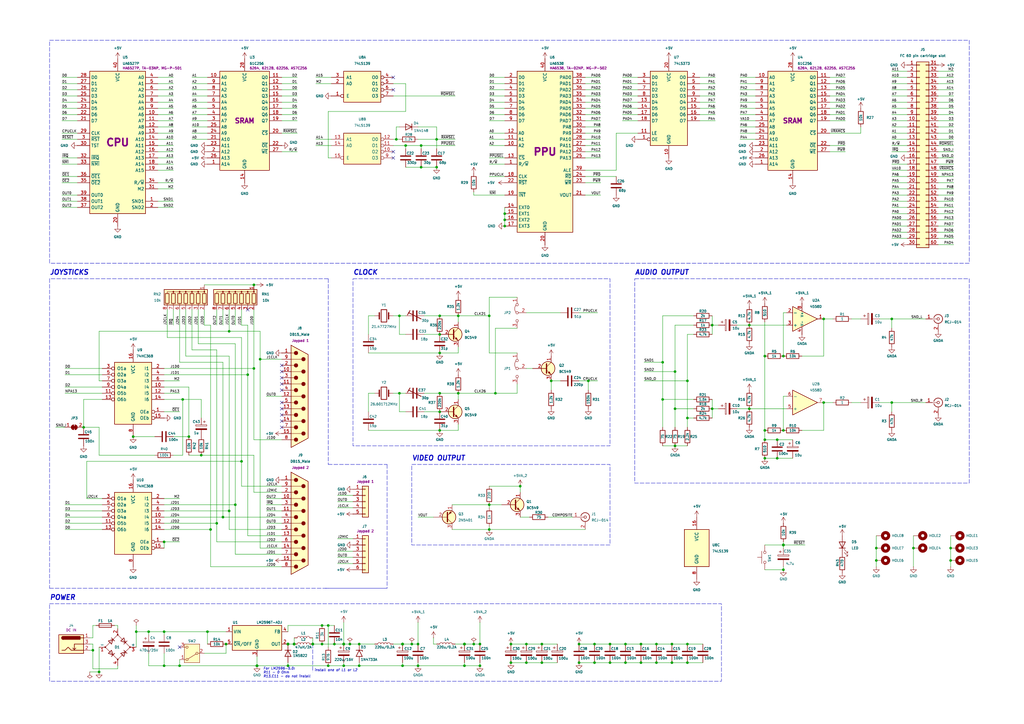
<source format=kicad_sch>
(kicad_sch (version 20231120) (generator "eeschema") (generator_version "8.0")
  (paper "A3")
  (title_block (title "Dendy") (date "2022-10-09") (rev "A") (company "Eugene Lozovoy") (comment 1 "Based on original Famicom and HardWareMan, megawalkman, HotPixel schematics") (comment 2 "Famicom/NES clone"))
  (lib_symbols
    (symbol "74xx:74LS139" (pin_names (offset 1.016))
      (property "Reference" "U" (at -7.62 8.89 0))
      (property "Value" "74LS139" (at -7.62 -8.89 0))
      (symbol "74LS139_1_0"
        (pin input inverted (at -12.7 -5.08 0) (length 5.08) (name "E") (number "1"))
        (pin input line (at -12.7 0 0) (length 5.08) (name "A0") (number "2"))
        (pin input line (at -12.7 2.54 0) (length 5.08) (name "A1") (number "3"))
        (pin output inverted (at 12.7 2.54 180) (length 5.08) (name "O0") (number "4"))
        (pin output inverted (at 12.7 0 180) (length 5.08) (name "O1") (number "5"))
        (pin output inverted (at 12.7 -2.54 180) (length 5.08) (name "O2") (number "6"))
        (pin output inverted (at 12.7 -5.08 180) (length 5.08) (name "O3") (number "7"))
      )
      (symbol "74LS139_2_0"
        (pin output inverted (at 12.7 -2.54 180) (length 5.08) (name "O2") (number "10"))
        (pin output inverted (at 12.7 0 180) (length 5.08) (name "O1") (number "11"))
        (pin output inverted (at 12.7 2.54 180) (length 5.08) (name "O0") (number "12"))
        (pin input line (at -12.7 2.54 0) (length 5.08) (name "A1") (number "13"))
        (pin input line (at -12.7 0 0) (length 5.08) (name "A0") (number "14"))
        (pin input inverted (at -12.7 -5.08 0) (length 5.08) (name "E") (number "15"))
        (pin output inverted (at 12.7 -5.08 180) (length 5.08) (name "O3") (number "9"))
      )
      (symbol "74LS139_3_0"
        (pin power_in line (at 0 12.7 270) (length 5.08) (name "VCC") (number "16"))
        (pin power_in line (at 0 -12.7 90) (length 5.08) (name "GND") (number "8"))
      )
    )
    (symbol "74xx:74LS368" (pin_names (offset 1.016))
      (property "Reference" "U" (at -7.62 13.97 0))
      (property "Value" "74LS368" (at -7.62 -13.97 0))
      (symbol "74LS368_1_0"
        (pin input inverted (at -12.7 -7.62 0) (length 5.08) (name "OEa") (number "1"))
        (pin input line (at -12.7 2.54 0) (length 5.08) (name "I4") (number "10"))
        (pin tri_state inverted (at 12.7 0 180) (length 5.08) (name "O5b") (number "11"))
        (pin input line (at -12.7 0 0) (length 5.08) (name "I5") (number "12"))
        (pin tri_state inverted (at 12.7 -2.54 180) (length 5.08) (name "O6b") (number "13"))
        (pin input line (at -12.7 -2.54 0) (length 5.08) (name "I6") (number "14"))
        (pin input inverted (at -12.7 -10.16 0) (length 5.08) (name "OEb") (number "15"))
        (pin power_in line (at 0 17.78 270) (length 5.08) (name "VCC") (number "16"))
        (pin input line (at -12.7 10.16 0) (length 5.08) (name "I1") (number "2"))
        (pin tri_state inverted (at 12.7 10.16 180) (length 5.08) (name "O1a") (number "3"))
        (pin input line (at -12.7 7.62 0) (length 5.08) (name "I2") (number "4"))
        (pin tri_state inverted (at 12.7 7.62 180) (length 5.08) (name "O2a") (number "5"))
        (pin input line (at -12.7 5.08 0) (length 5.08) (name "I3") (number "6"))
        (pin tri_state inverted (at 12.7 5.08 180) (length 5.08) (name "O3a") (number "7"))
        (pin power_in line (at 0 -17.78 90) (length 5.08) (name "GND") (number "8"))
        (pin tri_state inverted (at 12.7 2.54 180) (length 5.08) (name "O4a") (number "9"))
      )
    )
    (symbol "74xx:74LS373"
      (property "Reference" "U" (at -7.62 16.51 0))
      (property "Value" "74LS373" (at -7.62 -16.51 0))
      (symbol "74LS373_1_0"
        (pin input inverted (at -12.7 -12.7 0) (length 5.08) (name "OE") (number "1"))
        (pin power_in line (at 0 -20.32 90) (length 5.08) (name "GND") (number "10"))
        (pin input line (at -12.7 -10.16 0) (length 5.08) (name "LE") (number "11"))
        (pin tri_state line (at 12.7 2.54 180) (length 5.08) (name "O4") (number "12"))
        (pin input line (at -12.7 2.54 0) (length 5.08) (name "D4") (number "13"))
        (pin input line (at -12.7 0 0) (length 5.08) (name "D5") (number "14"))
        (pin tri_state line (at 12.7 0 180) (length 5.08) (name "O5") (number "15"))
        (pin tri_state line (at 12.7 -2.54 180) (length 5.08) (name "O6") (number "16"))
        (pin input line (at -12.7 -2.54 0) (length 5.08) (name "D6") (number "17"))
        (pin input line (at -12.7 -5.08 0) (length 5.08) (name "D7") (number "18"))
        (pin tri_state line (at 12.7 -5.08 180) (length 5.08) (name "O7") (number "19"))
        (pin tri_state line (at 12.7 12.7 180) (length 5.08) (name "O0") (number "2"))
        (pin power_in line (at 0 20.32 270) (length 5.08) (name "VCC") (number "20"))
        (pin input line (at -12.7 12.7 0) (length 5.08) (name "D0") (number "3"))
        (pin input line (at -12.7 10.16 0) (length 5.08) (name "D1") (number "4"))
        (pin tri_state line (at 12.7 10.16 180) (length 5.08) (name "O1") (number "5"))
        (pin tri_state line (at 12.7 7.62 180) (length 5.08) (name "O2") (number "6"))
        (pin input line (at -12.7 7.62 0) (length 5.08) (name "D2") (number "7"))
        (pin input line (at -12.7 5.08 0) (length 5.08) (name "D3") (number "8"))
        (pin tri_state line (at 12.7 5.08 180) (length 5.08) (name "O3") (number "9"))
      )
    )
    (symbol "Connector:Barrel_Jack_Switch" (pin_names hide)
      (property "Reference" "J" (at 0 5.334 0))
      (property "Value" "Barrel_Jack_Switch" (at 0 -5.08 0))
      (symbol "Barrel_Jack_Switch_1_1"
        (pin passive line (at 7.62 2.54 180) (length 2.54) (name "~") (number "1"))
        (pin passive line (at 7.62 -2.54 180) (length 2.54) (name "~") (number "2"))
        (pin passive line (at 7.62 0 180) (length 2.54) (name "~") (number "3"))
      )
    )
    (symbol "Connector:Conn_Coaxial" (pin_names (offset 1.016) hide)
      (property "Reference" "J" (at 0.254 3.048 0))
      (property "Value" "Conn_Coaxial" (at 2.921 0 90))
      (symbol "Conn_Coaxial_1_1"
        (pin passive line (at -5.08 0 0) (length 2.54) (name "In") (number "1"))
        (pin passive line (at 0 -5.08 90) (length 2.54) (name "Ext") (number "2"))
      )
    )
    (symbol "Connector:DA15_Plug" (pin_names (offset 1.016) hide)
      (property "Reference" "J" (at 0.508 21.59 0))
      (property "Value" "DA15_Plug" (at 0 -22.225 0))
      (symbol "DA15_Plug_1_1"
        (pin passive line (at -7.62 -17.78 0) (length 3.81) (name "1") (number "1"))
        (pin passive line (at -7.62 -10.16 0) (length 3.81) (name "P10") (number "10"))
        (pin passive line (at -7.62 -5.08 0) (length 3.81) (name "P111") (number "11"))
        (pin passive line (at -7.62 0 0) (length 3.81) (name "P12") (number "12"))
        (pin passive line (at -7.62 5.08 0) (length 3.81) (name "P13") (number "13"))
        (pin passive line (at -7.62 10.16 0) (length 3.81) (name "P14") (number "14"))
        (pin passive line (at -7.62 15.24 0) (length 3.81) (name "P15") (number "15"))
        (pin passive line (at -7.62 -12.7 0) (length 3.81) (name "2") (number "2"))
        (pin passive line (at -7.62 -7.62 0) (length 3.81) (name "3") (number "3"))
        (pin passive line (at -7.62 -2.54 0) (length 3.81) (name "4") (number "4"))
        (pin passive line (at -7.62 2.54 0) (length 3.81) (name "5") (number "5"))
        (pin passive line (at -7.62 7.62 0) (length 3.81) (name "6") (number "6"))
        (pin passive line (at -7.62 12.7 0) (length 3.81) (name "7") (number "7"))
        (pin passive line (at -7.62 17.78 0) (length 3.81) (name "8") (number "8"))
        (pin passive line (at -7.62 -15.24 0) (length 3.81) (name "P9") (number "9"))
      )
    )
    (symbol "Connector_Generic:Conn_01x05" (pin_names (offset 1.016) hide)
      (property "Reference" "J" (at 0 7.62 0))
      (property "Value" "Conn_01x05" (at 0 -7.62 0))
      (symbol "Conn_01x05_1_1"
        (pin passive line (at -5.08 5.08 0) (length 3.81) (name "Pin_1") (number "1"))
        (pin passive line (at -5.08 2.54 0) (length 3.81) (name "Pin_2") (number "2"))
        (pin passive line (at -5.08 0 0) (length 3.81) (name "Pin_3") (number "3"))
        (pin passive line (at -5.08 -2.54 0) (length 3.81) (name "Pin_4") (number "4"))
        (pin passive line (at -5.08 -5.08 0) (length 3.81) (name "Pin_5") (number "5"))
      )
    )
    (symbol "Connector_Generic:Conn_01x06" (pin_names (offset 1.016) hide)
      (property "Reference" "J" (at 0 7.62 0))
      (property "Value" "Conn_01x06" (at 0 -10.16 0))
      (symbol "Conn_01x06_1_1"
        (pin passive line (at -5.08 5.08 0) (length 3.81) (name "Pin_1") (number "1"))
        (pin passive line (at -5.08 2.54 0) (length 3.81) (name "Pin_2") (number "2"))
        (pin passive line (at -5.08 0 0) (length 3.81) (name "Pin_3") (number "3"))
        (pin passive line (at -5.08 -2.54 0) (length 3.81) (name "Pin_4") (number "4"))
        (pin passive line (at -5.08 -5.08 0) (length 3.81) (name "Pin_5") (number "5"))
        (pin passive line (at -5.08 -7.62 0) (length 3.81) (name "Pin_6") (number "6"))
      )
    )
    (symbol "Connector_Generic:Conn_02x30_Top_Bottom" (pin_names (offset 1.016) hide)
      (property "Reference" "J" (at 1.27 38.1 0))
      (property "Value" "Conn_02x30_Top_Bottom" (at 1.27 -40.64 0))
      (symbol "Conn_02x30_Top_Bottom_1_1"
        (pin passive line (at -5.08 35.56 0) (length 3.81) (name "Pin_1") (number "1"))
        (pin passive line (at -5.08 12.7 0) (length 3.81) (name "Pin_10") (number "10"))
        (pin passive line (at -5.08 10.16 0) (length 3.81) (name "Pin_11") (number "11"))
        (pin passive line (at -5.08 7.62 0) (length 3.81) (name "Pin_12") (number "12"))
        (pin passive line (at -5.08 5.08 0) (length 3.81) (name "Pin_13") (number "13"))
        (pin passive line (at -5.08 2.54 0) (length 3.81) (name "Pin_14") (number "14"))
        (pin passive line (at -5.08 0 0) (length 3.81) (name "Pin_15") (number "15"))
        (pin passive line (at -5.08 -2.54 0) (length 3.81) (name "Pin_16") (number "16"))
        (pin passive line (at -5.08 -5.08 0) (length 3.81) (name "Pin_17") (number "17"))
        (pin passive line (at -5.08 -7.62 0) (length 3.81) (name "Pin_18") (number "18"))
        (pin passive line (at -5.08 -10.16 0) (length 3.81) (name "Pin_19") (number "19"))
        (pin passive line (at -5.08 33.02 0) (length 3.81) (name "Pin_2") (number "2"))
        (pin passive line (at -5.08 -12.7 0) (length 3.81) (name "Pin_20") (number "20"))
        (pin passive line (at -5.08 -15.24 0) (length 3.81) (name "Pin_21") (number "21"))
        (pin passive line (at -5.08 -17.78 0) (length 3.81) (name "Pin_22") (number "22"))
        (pin passive line (at -5.08 -20.32 0) (length 3.81) (name "Pin_23") (number "23"))
        (pin passive line (at -5.08 -22.86 0) (length 3.81) (name "Pin_24") (number "24"))
        (pin passive line (at -5.08 -25.4 0) (length 3.81) (name "Pin_25") (number "25"))
        (pin passive line (at -5.08 -27.94 0) (length 3.81) (name "Pin_26") (number "26"))
        (pin passive line (at -5.08 -30.48 0) (length 3.81) (name "Pin_27") (number "27"))
        (pin passive line (at -5.08 -33.02 0) (length 3.81) (name "Pin_28") (number "28"))
        (pin passive line (at -5.08 -35.56 0) (length 3.81) (name "Pin_29") (number "29"))
        (pin passive line (at -5.08 30.48 0) (length 3.81) (name "Pin_3") (number "3"))
        (pin passive line (at -5.08 -38.1 0) (length 3.81) (name "Pin_30") (number "30"))
        (pin passive line (at 7.62 35.56 180) (length 3.81) (name "Pin_31") (number "31"))
        (pin passive line (at 7.62 33.02 180) (length 3.81) (name "Pin_32") (number "32"))
        (pin passive line (at 7.62 30.48 180) (length 3.81) (name "Pin_33") (number "33"))
        (pin passive line (at 7.62 27.94 180) (length 3.81) (name "Pin_34") (number "34"))
        (pin passive line (at 7.62 25.4 180) (length 3.81) (name "Pin_35") (number "35"))
        (pin passive line (at 7.62 22.86 180) (length 3.81) (name "Pin_36") (number "36"))
        (pin passive line (at 7.62 20.32 180) (length 3.81) (name "Pin_37") (number "37"))
        (pin passive line (at 7.62 17.78 180) (length 3.81) (name "Pin_38") (number "38"))
        (pin passive line (at 7.62 15.24 180) (length 3.81) (name "Pin_39") (number "39"))
        (pin passive line (at -5.08 27.94 0) (length 3.81) (name "Pin_4") (number "4"))
        (pin passive line (at 7.62 12.7 180) (length 3.81) (name "Pin_40") (number "40"))
        (pin passive line (at 7.62 10.16 180) (length 3.81) (name "Pin_41") (number "41"))
        (pin passive line (at 7.62 7.62 180) (length 3.81) (name "Pin_42") (number "42"))
        (pin passive line (at 7.62 5.08 180) (length 3.81) (name "Pin_43") (number "43"))
        (pin passive line (at 7.62 2.54 180) (length 3.81) (name "Pin_44") (number "44"))
        (pin passive line (at 7.62 0 180) (length 3.81) (name "Pin_45") (number "45"))
        (pin passive line (at 7.62 -2.54 180) (length 3.81) (name "Pin_46") (number "46"))
        (pin passive line (at 7.62 -5.08 180) (length 3.81) (name "Pin_47") (number "47"))
        (pin passive line (at 7.62 -7.62 180) (length 3.81) (name "Pin_48") (number "48"))
        (pin passive line (at 7.62 -10.16 180) (length 3.81) (name "Pin_49") (number "49"))
        (pin passive line (at -5.08 25.4 0) (length 3.81) (name "Pin_5") (number "5"))
        (pin passive line (at 7.62 -12.7 180) (length 3.81) (name "Pin_50") (number "50"))
        (pin passive line (at 7.62 -15.24 180) (length 3.81) (name "Pin_51") (number "51"))
        (pin passive line (at 7.62 -17.78 180) (length 3.81) (name "Pin_52") (number "52"))
        (pin passive line (at 7.62 -20.32 180) (length 3.81) (name "Pin_53") (number "53"))
        (pin passive line (at 7.62 -22.86 180) (length 3.81) (name "Pin_54") (number "54"))
        (pin passive line (at 7.62 -25.4 180) (length 3.81) (name "Pin_55") (number "55"))
        (pin passive line (at 7.62 -27.94 180) (length 3.81) (name "Pin_56") (number "56"))
        (pin passive line (at 7.62 -30.48 180) (length 3.81) (name "Pin_57") (number "57"))
        (pin passive line (at 7.62 -33.02 180) (length 3.81) (name "Pin_58") (number "58"))
        (pin passive line (at 7.62 -35.56 180) (length 3.81) (name "Pin_59") (number "59"))
        (pin passive line (at -5.08 22.86 0) (length 3.81) (name "Pin_6") (number "6"))
        (pin passive line (at 7.62 -38.1 180) (length 3.81) (name "Pin_60") (number "60"))
        (pin passive line (at -5.08 20.32 0) (length 3.81) (name "Pin_7") (number "7"))
        (pin passive line (at -5.08 17.78 0) (length 3.81) (name "Pin_8") (number "8"))
        (pin passive line (at -5.08 15.24 0) (length 3.81) (name "Pin_9") (number "9"))
      )
    )
    (symbol "Device:C" (pin_numbers hide) (pin_names (offset 0.254))
      (property "Reference" "C" (at 0.635 2.54 0))
      (property "Value" "C" (at 0.635 -2.54 0))
      (symbol "C_1_1"
        (pin passive line (at 0 3.81 270) (length 2.794) (name "~") (number "1"))
        (pin passive line (at 0 -3.81 90) (length 2.794) (name "~") (number "2"))
      )
    )
    (symbol "Device:C_Polarized" (pin_numbers hide) (pin_names (offset 0.254))
      (property "Reference" "C" (at 0.635 2.54 0))
      (property "Value" "C_Polarized" (at 0.635 -2.54 0))
      (symbol "C_Polarized_1_1"
        (pin passive line (at 0 3.81 270) (length 2.794) (name "~") (number "1"))
        (pin passive line (at 0 -3.81 90) (length 2.794) (name "~") (number "2"))
      )
    )
    (symbol "Device:C_Trim" (pin_numbers hide) (pin_names (offset 0.254) hide)
      (property "Reference" "C" (at 1.524 -2.032 0))
      (property "Value" "C_Trim" (at 3.048 -3.556 0))
      (symbol "C_Trim_1_1"
        (pin passive line (at 0 3.81 270) (length 3.048) (name "~") (number "1"))
        (pin passive line (at 0 -3.81 90) (length 3.048) (name "~") (number "2"))
      )
    )
    (symbol "Device:Crystal" (pin_numbers hide) (pin_names (offset 1.016) hide)
      (property "Reference" "Y" (at 0 3.81 0))
      (property "Value" "Crystal" (at 0 -3.81 0))
      (symbol "Crystal_1_1"
        (pin passive line (at -3.81 0 0) (length 1.27) (name "1") (number "1"))
        (pin passive line (at 3.81 0 180) (length 1.27) (name "2") (number "2"))
      )
    )
    (symbol "Device:D" (pin_numbers hide) (pin_names (offset 1.016) hide)
      (property "Reference" "D" (at 0 2.54 0))
      (property "Value" "D" (at 0 -2.54 0))
      (symbol "D_1_1"
        (pin passive line (at -3.81 0 0) (length 2.54) (name "K") (number "1"))
        (pin passive line (at 3.81 0 180) (length 2.54) (name "A") (number "2"))
      )
    )
    (symbol "Device:D_Bridge_-A+A" (pin_names (offset 0))
      (property "Reference" "D" (at 2.54 6.985 0))
      (property "Value" "D_Bridge_-A+A" (at 2.54 5.08 0))
      (symbol "D_Bridge_-A+A_1_1"
        (pin passive line (at -7.62 0 0) (length 2.54) (name "-") (number "1"))
        (pin passive line (at 0 -7.62 90) (length 2.54) (name "~") (number "2"))
        (pin passive line (at 7.62 0 180) (length 2.54) (name "+") (number "3"))
        (pin passive line (at 0 7.62 270) (length 2.54) (name "~") (number "4"))
      )
    )
    (symbol "Device:Fuse" (pin_numbers hide) (pin_names (offset 0))
      (property "Reference" "F" (at 2.032 0 90))
      (property "Value" "Fuse" (at -1.905 0 90))
      (symbol "Fuse_1_1"
        (pin passive line (at 0 3.81 270) (length 1.27) (name "~") (number "1"))
        (pin passive line (at 0 -3.81 90) (length 1.27) (name "~") (number "2"))
      )
    )
    (symbol "Device:L" (pin_numbers hide) (pin_names (offset 1.016) hide)
      (property "Reference" "L" (at -1.27 0 90))
      (property "Value" "L" (at 1.905 0 90))
      (symbol "L_1_1"
        (pin passive line (at 0 3.81 270) (length 1.27) (name "1") (number "1"))
        (pin passive line (at 0 -3.81 90) (length 1.27) (name "2") (number "2"))
      )
    )
    (symbol "Device:LED" (pin_numbers hide) (pin_names (offset 1.016) hide)
      (property "Reference" "D" (at 0 2.54 0))
      (property "Value" "LED" (at 0 -2.54 0))
      (symbol "LED_1_1"
        (pin passive line (at -3.81 0 0) (length 2.54) (name "K") (number "1"))
        (pin passive line (at 3.81 0 180) (length 2.54) (name "A") (number "2"))
      )
    )
    (symbol "Device:R" (pin_numbers hide) (pin_names (offset 0))
      (property "Reference" "R" (at 2.032 0 90))
      (property "Value" "R" (at 0 0 90))
      (symbol "R_1_1"
        (pin passive line (at 0 3.81 270) (length 1.27) (name "~") (number "1"))
        (pin passive line (at 0 -3.81 90) (length 1.27) (name "~") (number "2"))
      )
    )
    (symbol "Device:R_Network07" (pin_names (offset 0) hide)
      (property "Reference" "RN" (at -10.16 0 90))
      (property "Value" "R_Network07" (at 10.16 0 90))
      (symbol "R_Network07_1_1"
        (pin passive line (at -7.62 5.08 270) (length 2.54) (name "common") (number "1"))
        (pin passive line (at -7.62 -5.08 90) (length 1.27) (name "R1") (number "2"))
        (pin passive line (at -5.08 -5.08 90) (length 1.27) (name "R2") (number "3"))
        (pin passive line (at -2.54 -5.08 90) (length 1.27) (name "R3") (number "4"))
        (pin passive line (at 0 -5.08 90) (length 1.27) (name "R4") (number "5"))
        (pin passive line (at 2.54 -5.08 90) (length 1.27) (name "R5") (number "6"))
        (pin passive line (at 5.08 -5.08 90) (length 1.27) (name "R6") (number "7"))
        (pin passive line (at 7.62 -5.08 90) (length 1.27) (name "R7") (number "8"))
      )
    )
    (symbol "Diode:1.5KExxA" (pin_numbers hide) (pin_names (offset 1.016) hide)
      (property "Reference" "D" (at 0 2.54 0))
      (property "Value" "1.5KExxA" (at 0 -2.54 0))
      (symbol "1.5KExxA_1_1"
        (pin passive line (at -3.81 0 0) (length 2.54) (name "A1") (number "1"))
        (pin passive line (at 3.81 0 180) (length 2.54) (name "A2") (number "2"))
      )
    )
    (symbol "Jumper:Jumper_3_Bridged12" (pin_names (offset 0) hide)
      (property "Reference" "JP" (at -2.54 -2.54 0))
      (property "Value" "Jumper_3_Bridged12" (at 0 2.794 0))
      (symbol "Jumper_3_Bridged12_1_1"
        (pin passive line (at -6.35 0 0) (length 2.54) (name "A") (number "1"))
        (pin passive line (at 0 -3.81 90) (length 2.54) (name "C") (number "2"))
        (pin passive line (at 6.35 0 180) (length 2.54) (name "B") (number "3"))
      )
    )
    (symbol "Jumper:SolderJumper_2_Bridged" (pin_names (offset 0) hide)
      (property "Reference" "JP" (at 0 2.032 0))
      (property "Value" "SolderJumper_2_Bridged" (at 0 -2.54 0))
      (symbol "SolderJumper_2_Bridged_1_1"
        (pin passive line (at -3.81 0 0) (length 2.54) (name "A") (number "1"))
        (pin passive line (at 3.81 0 180) (length 2.54) (name "B") (number "2"))
      )
    )
    (symbol "Mechanical:MountingHole_Pad" (pin_numbers hide) (pin_names (offset 1.016) hide)
      (property "Reference" "H" (at 0 6.35 0))
      (property "Value" "MountingHole_Pad" (at 0 4.445 0))
      (symbol "MountingHole_Pad_1_1"
        (pin input line (at 0 -2.54 90) (length 2.54) (name "1") (number "1"))
      )
    )
    (symbol "PCM_Amplifier_Operational_AKL:MC1458P" (pin_names (offset 0.2))
      (property "Reference" "U" (at 1.27 6.35 0))
      (property "Value" "MC1458P" (at 1.27 3.81 0))
      (symbol "MC1458P_1_1"
        (pin output line (at 8.89 0 180) (length 2.54) (name "~") (number "1"))
        (pin input line (at -6.35 2.54 0) (length 2.54) (name "-") (number "2"))
        (pin input line (at -6.35 -2.54 0) (length 2.54) (name "+") (number "3"))
        (pin power_in line (at 0 -6.35 90) (length 3.18) (name "V-") (number "4"))
        (pin power_in line (at 0 6.35 270) (length 3.18) (name "V+") (number "8"))
      )
      (symbol "MC1458P_2_1"
        (pin input line (at -6.35 -2.54 0) (length 2.54) (name "+") (number "5"))
        (pin input line (at -6.35 2.54 0) (length 2.54) (name "-") (number "6"))
        (pin output line (at 8.89 0 180) (length 2.54) (name "~") (number "7"))
      )
    )
    (symbol "PCM_Transistor_BJT_AKL:2N5401" (pin_names hide)
      (property "Reference" "Q" (at 5.08 1.27 0))
      (property "Value" "2N5401" (at 5.08 -1.27 0))
      (symbol "2N5401_1_1"
        (pin passive line (at 2.54 5.08 270) (length 2.54) (name "E") (number "1"))
        (pin input line (at -5.08 0 0) (length 5.715) (name "B") (number "2"))
        (pin passive line (at 2.54 -5.08 90) (length 2.54) (name "C") (number "3"))
      )
    )
    (symbol "PCM_Transistor_BJT_AKL:BC549B" (pin_names hide)
      (property "Reference" "Q" (at 5.08 1.27 0))
      (property "Value" "BC549B" (at 5.08 -1.27 0))
      (symbol "BC549B_1_1"
        (pin passive line (at 2.54 5.08 270) (length 2.54) (name "C") (number "1"))
        (pin input line (at -5.08 0 0) (length 5.715) (name "B") (number "2"))
        (pin passive line (at 2.54 -5.08 90) (length 2.54) (name "E") (number "3"))
      )
    )
    (symbol "Regulator_Switching:LM2596T-ADJ"
      (property "Reference" "U" (at -10.16 6.35 0))
      (property "Value" "LM2596T-ADJ" (at 0 6.35 0))
      (symbol "LM2596T-ADJ_1_1"
        (pin power_in line (at -12.7 2.54 0) (length 2.54) (name "VIN") (number "1"))
        (pin output line (at 12.7 -2.54 180) (length 2.54) (name "OUT") (number "2"))
        (pin power_in line (at 0 -7.62 90) (length 2.54) (name "GND") (number "3"))
        (pin input line (at 12.7 2.54 180) (length 2.54) (name "FB") (number "4"))
        (pin input line (at -12.7 -2.54 0) (length 2.54) (name "~{ON}/OFF") (number "5"))
      )
    )
    (symbol "Switch:SW_Push" (pin_numbers hide) (pin_names (offset 1.016) hide)
      (property "Reference" "SW" (at 1.27 2.54 0))
      (property "Value" "SW_Push" (at 0 -1.524 0))
      (symbol "SW_Push_0_1"
        (pin passive line (at -5.08 0 0) (length 2.54) (name "1") (number "1"))
        (pin passive line (at 5.08 0 180) (length 2.54) (name "2") (number "2"))
      )
    )
    (symbol "Switch:SW_SPDT" (pin_names (offset 0) hide)
      (property "Reference" "SW" (at 0 5.08 0))
      (property "Value" "SW_SPDT" (at 0 -5.08 0))
      (symbol "SW_SPDT_1_1"
        (pin passive line (at 5.08 2.54 180) (length 2.54) (name "A") (number "1"))
        (pin passive line (at -5.08 0 0) (length 2.54) (name "B") (number "2"))
        (pin passive line (at 5.08 -2.54 180) (length 2.54) (name "C") (number "3"))
      )
    )
    (symbol "my:62256"
      (property "Reference" "U" (at -10.16 20.955 0))
      (property "Value" "62256" (at 3.81 20.955 0))
      (symbol "62256_0_0"
        (pin power_in line (at 0 -25.4 90) (length 5.08) (name "GND") (number "14"))
        (pin power_in line (at 0 25.4 270) (length 5.08) (name "VCC") (number "28"))
      )
      (symbol "62256_1_1"
        (pin input line (at -15.24 -17.78 0) (length 5.08) (name "A14") (number "1"))
        (pin input line (at -15.24 17.78 0) (length 5.08) (name "A0") (number "10"))
        (pin tri_state line (at 15.24 17.78 180) (length 5.08) (name "Q0") (number "11"))
        (pin tri_state line (at 15.24 15.24 180) (length 5.08) (name "Q1") (number "12"))
        (pin tri_state line (at 15.24 12.7 180) (length 5.08) (name "Q2") (number "13"))
        (pin tri_state line (at 15.24 10.16 180) (length 5.08) (name "Q3") (number "15"))
        (pin tri_state line (at 15.24 7.62 180) (length 5.08) (name "Q4") (number "16"))
        (pin tri_state line (at 15.24 5.08 180) (length 5.08) (name "Q5") (number "17"))
        (pin tri_state line (at 15.24 2.54 180) (length 5.08) (name "Q6") (number "18"))
        (pin tri_state line (at 15.24 0 180) (length 5.08) (name "Q7") (number "19"))
        (pin input line (at -15.24 -12.7 0) (length 5.08) (name "A12") (number "2"))
        (pin input line (at 15.24 -5.08 180) (length 5.08) (name "~{CS}") (number "20"))
        (pin input line (at -15.24 -7.62 0) (length 5.08) (name "A10") (number "21"))
        (pin input line (at 15.24 -10.16 180) (length 5.08) (name "~{OE}") (number "22"))
        (pin input line (at -15.24 -10.16 0) (length 5.08) (name "A11") (number "23"))
        (pin input line (at -15.24 -5.08 0) (length 5.08) (name "A9") (number "24"))
        (pin input line (at -15.24 -2.54 0) (length 5.08) (name "A8") (number "25"))
        (pin input line (at -15.24 -15.24 0) (length 5.08) (name "A13") (number "26"))
        (pin input line (at 15.24 -12.7 180) (length 5.08) (name "~{WE}") (number "27"))
        (pin input line (at -15.24 0 0) (length 5.08) (name "A7") (number "3"))
        (pin input line (at -15.24 2.54 0) (length 5.08) (name "A6") (number "4"))
        (pin input line (at -15.24 5.08 0) (length 5.08) (name "A5") (number "5"))
        (pin input line (at -15.24 7.62 0) (length 5.08) (name "A4") (number "6"))
        (pin input line (at -15.24 10.16 0) (length 5.08) (name "A3") (number "7"))
        (pin input line (at -15.24 12.7 0) (length 5.08) (name "A2") (number "8"))
        (pin input line (at -15.24 15.24 0) (length 5.08) (name "A1") (number "9"))
      )
    )
    (symbol "my:RP2A03"
      (property "Reference" "U" (at -10.16 30.48 0))
      (property "Value" "RP2A03" (at 7.62 30.48 0))
      (symbol "RP2A03_0_0"
        (pin output line (at 16.51 -24.13 180) (length 5.08) (name "SND1") (number "1"))
        (pin output line (at 16.51 11.43 180) (length 5.08) (name "A6") (number "10"))
        (pin output line (at 16.51 8.89 180) (length 5.08) (name "A7") (number "11"))
        (pin output line (at 16.51 6.35 180) (length 5.08) (name "A8") (number "12"))
        (pin output line (at 16.51 3.81 180) (length 5.08) (name "A9") (number "13"))
        (pin output line (at 16.51 1.27 180) (length 5.08) (name "A10") (number "14"))
        (pin output line (at 16.51 -1.27 180) (length 5.08) (name "A11") (number "15"))
        (pin output line (at 16.51 -3.81 180) (length 5.08) (name "A12") (number "16"))
        (pin output line (at 16.51 -6.35 180) (length 5.08) (name "A13") (number "17"))
        (pin output line (at 16.51 -8.89 180) (length 5.08) (name "A14") (number "18"))
        (pin output line (at 16.51 -11.43 180) (length 5.08) (name "A15") (number "19"))
        (pin output line (at 16.51 -26.67 180) (length 5.08) (name "SND2") (number "2"))
        (pin power_in line (at 0 -34.29 90) (length 5.08) (name "GND") (number "20"))
        (pin bidirectional line (at -16.51 8.89 0) (length 5.08) (name "D7") (number "21"))
        (pin bidirectional line (at -16.51 11.43 0) (length 5.08) (name "D6") (number "22"))
        (pin bidirectional line (at -16.51 13.97 0) (length 5.08) (name "D5") (number "23"))
        (pin bidirectional line (at -16.51 16.51 0) (length 5.08) (name "D4") (number "24"))
        (pin bidirectional line (at -16.51 19.05 0) (length 5.08) (name "D3") (number "25"))
        (pin bidirectional line (at -16.51 21.59 0) (length 5.08) (name "D2") (number "26"))
        (pin bidirectional line (at -16.51 24.13 0) (length 5.08) (name "D1") (number "27"))
        (pin bidirectional line (at -16.51 26.67 0) (length 5.08) (name "D0") (number "28"))
        (pin input line (at -16.51 3.81 0) (length 5.08) (name "CLK") (number "29"))
        (pin input line (at -16.51 1.27 0) (length 5.08) (name "~{RST}") (number "3"))
        (pin input line (at -16.51 -1.27 0) (length 5.08) (name "TST") (number "30"))
        (pin output line (at 16.51 -19.05 180) (length 5.08) (name "M2") (number "31"))
        (pin input line (at -16.51 -6.35 0) (length 5.08) (name "~{IRQ}") (number "32"))
        (pin input line (at -16.51 -8.89 0) (length 5.08) (name "~{NMI}") (number "33"))
        (pin output line (at 16.51 -16.51 180) (length 5.08) (name "R/~{W}") (number "34"))
        (pin output line (at -16.51 -16.51 0) (length 5.08) (name "~{OE2}") (number "35"))
        (pin output line (at -16.51 -13.97 0) (length 5.08) (name "~{OE1}") (number "36"))
        (pin output line (at -16.51 -26.67 0) (length 5.08) (name "OUT2") (number "37"))
        (pin output line (at -16.51 -24.13 0) (length 5.08) (name "OUT1") (number "38"))
        (pin output line (at -16.51 -21.59 0) (length 5.08) (name "OUT0") (number "39"))
        (pin output line (at 16.51 26.67 180) (length 5.08) (name "A0") (number "4"))
        (pin power_in line (at 0 34.29 270) (length 5.08) (name "VCC") (number "40"))
        (pin output line (at 16.51 24.13 180) (length 5.08) (name "A1") (number "5"))
        (pin output line (at 16.51 21.59 180) (length 5.08) (name "A2") (number "6"))
        (pin output line (at 16.51 19.05 180) (length 5.08) (name "A3") (number "7"))
        (pin output line (at 16.51 16.51 180) (length 5.08) (name "A4") (number "8"))
        (pin output line (at 16.51 13.97 180) (length 5.08) (name "A5") (number "9"))
      )
    )
    (symbol "my:RP2C02"
      (property "Reference" "U" (at -10.16 34.29 0))
      (property "Value" "RP2C02" (at 7.62 34.29 0))
      (symbol "RP2C02_0_0"
        (pin input line (at -16.51 -5.08 0) (length 5.08) (name "R/~{W}") (number "1"))
        (pin input line (at -16.51 2.54 0) (length 5.08) (name "A2") (number "10"))
        (pin input line (at -16.51 5.08 0) (length 5.08) (name "A1") (number "11"))
        (pin input line (at -16.51 7.62 0) (length 5.08) (name "A0") (number "12"))
        (pin input line (at -16.51 -2.54 0) (length 5.08) (name "~{CS}") (number "13"))
        (pin bidirectional line (at -16.51 -22.86 0) (length 5.08) (name "EXT0") (number "14"))
        (pin bidirectional line (at -16.51 -25.4 0) (length 5.08) (name "EXT1") (number "15"))
        (pin bidirectional line (at -16.51 -27.94 0) (length 5.08) (name "EXT2") (number "16"))
        (pin bidirectional line (at -16.51 -30.48 0) (length 5.08) (name "EXT3") (number "17"))
        (pin input line (at -16.51 -10.16 0) (length 5.08) (name "CLK") (number "18"))
        (pin open_collector line (at -16.51 -17.78 0) (length 5.08) (name "~{INT}") (number "19"))
        (pin bidirectional line (at -16.51 30.48 0) (length 5.08) (name "D0") (number "2"))
        (pin power_in line (at 0 -38.1 90) (length 5.08) (name "GND") (number "20"))
        (pin output line (at 16.51 -17.78 180) (length 5.08) (name "VOUT") (number "21"))
        (pin input line (at -16.51 -12.7 0) (length 5.08) (name "~{RST}") (number "22"))
        (pin output line (at 16.51 -12.7 180) (length 5.08) (name "~{WR}") (number "23"))
        (pin output line (at 16.51 -10.16 180) (length 5.08) (name "~{RD}") (number "24"))
        (pin output line (at 16.51 -2.54 180) (length 5.08) (name "PA13") (number "25"))
        (pin output line (at 16.51 0 180) (length 5.08) (name "PA12") (number "26"))
        (pin output line (at 16.51 2.54 180) (length 5.08) (name "PA11") (number "27"))
        (pin output line (at 16.51 5.08 180) (length 5.08) (name "PA10") (number "28"))
        (pin output line (at 16.51 7.62 180) (length 5.08) (name "PA9") (number "29"))
        (pin bidirectional line (at -16.51 27.94 0) (length 5.08) (name "D1") (number "3"))
        (pin output line (at 16.51 10.16 180) (length 5.08) (name "PA8") (number "30"))
        (pin output line (at 16.51 -7.62 180) (length 5.08) (name "ALE") (number "39"))
        (pin bidirectional line (at -16.51 25.4 0) (length 5.08) (name "D2") (number "4"))
        (pin power_in line (at 0 38.1 270) (length 5.08) (name "VCC") (number "40"))
        (pin bidirectional line (at -16.51 22.86 0) (length 5.08) (name "D3") (number "5"))
        (pin bidirectional line (at -16.51 20.32 0) (length 5.08) (name "D4") (number "6"))
        (pin bidirectional line (at -16.51 17.78 0) (length 5.08) (name "D5") (number "7"))
        (pin bidirectional line (at -16.51 15.24 0) (length 5.08) (name "D6") (number "8"))
        (pin bidirectional line (at -16.51 12.7 0) (length 5.08) (name "D7") (number "9"))
      )
      (symbol "RP2C02_1_0"
        (pin tri_state line (at 16.51 12.7 180) (length 5.08) (name "PAD7") (number "31"))
        (pin tri_state line (at 16.51 15.24 180) (length 5.08) (name "PAD6") (number "32"))
        (pin tri_state line (at 16.51 17.78 180) (length 5.08) (name "PAD5") (number "33"))
        (pin tri_state line (at 16.51 20.32 180) (length 5.08) (name "PAD4") (number "34"))
        (pin tri_state line (at 16.51 22.86 180) (length 5.08) (name "PAD3") (number "35"))
        (pin tri_state line (at 16.51 25.4 180) (length 5.08) (name "PAD2") (number "36"))
        (pin tri_state line (at 16.51 27.94 180) (length 5.08) (name "PAD1") (number "37"))
        (pin tri_state line (at 16.51 30.48 180) (length 5.08) (name "PAD0") (number "38"))
      )
    )
    (symbol "power:+5V" (power) (pin_numbers hide) (pin_names (offset 0) hide)
      (property "Value" "+5V" (at 0 3.556 0))
      (symbol "+5V_1_1"
        (pin power_in line (at 0 0 90) (length 0) (name "~") (number "1"))
      )
    )
    (symbol "power:+5VA" (power) (pin_numbers hide) (pin_names (offset 0) hide)
      (property "Value" "+5VA" (at 0 3.556 0))
      (symbol "+5VA_1_1"
        (pin power_in line (at 0 0 90) (length 0) (name "~") (number "1"))
      )
    )
    (symbol "power:GND" (power) (pin_numbers hide) (pin_names (offset 0) hide)
      (property "Value" "GND" (at 0 -3.81 0))
      (symbol "GND_1_1"
        (pin power_in line (at 0 0 270) (length 0) (name "~") (number "1"))
      )
    )
    (symbol "power:GNDA" (power) (pin_numbers hide) (pin_names (offset 0) hide)
      (property "Value" "GNDA" (at 0 -3.81 0))
      (symbol "GNDA_1_1"
        (pin power_in line (at 0 0 270) (length 0) (name "~") (number "1"))
      )
    )
    (symbol "power:PWR_FLAG" (power) (pin_numbers hide) (pin_names (offset 0) hide)
      (property "Value" "PWR_FLAG" (at 0 3.81 0))
      (symbol "PWR_FLAG_0_0"
        (pin power_out line (at 0 0 90) (length 0) (name "~") (number "1"))
      )
    )
  )
  (junction (at 77.47 179.07))
  (junction (at 337.82 130.81))
  (junction (at 226.06 156.21))
  (junction (at 222.25 264.16))
  (junction (at 250.19 264.16))
  (junction (at 147.32 273.05))
  (junction (at 292.1 133.35))
  (junction (at 237.49 264.16))
  (junction (at 200.66 217.17))
  (junction (at 359.41 224.79))
  (junction (at 172.72 68.58))
  (junction (at 318.77 187.96))
  (junction (at 281.94 171.45))
  (junction (at 82.55 186.69))
  (junction (at 271.78 163.83))
  (junction (at 132.08 264.16))
  (junction (at 180.34 129.54))
  (junction (at 99.06 189.23))
  (junction (at 171.45 264.16))
  (junction (at 147.32 264.16))
  (junction (at 172.72 59.69))
  (junction (at 166.37 59.69))
  (junction (at 196.85 273.05))
  (junction (at 203.2 161.29))
  (junction (at 93.98 135.89))
  (junction (at 132.08 256.54))
  (junction (at 209.55 271.78))
  (junction (at 374.65 224.79))
  (junction (at 256.54 271.78))
  (junction (at 215.9 271.78))
  (junction (at 165.1 264.16) (diameter 1.016))
  (junction (at 243.84 271.78))
  (junction (at 241.3 156.21))
  (junction (at 105.41 273.05) (diameter 1.016))
  (junction (at 359.41 229.87))
  (junction (at 91.44 212.09))
  (junction (at 168.91 264.16))
  (junction (at 118.11 273.05))
  (junction (at 180.34 176.53))
  (junction (at 222.25 271.78))
  (junction (at 313.69 187.96))
  (junction (at 180.34 144.78))
  (junction (at 67.31 273.05))
  (junction (at 96.52 207.01))
  (junction (at 134.62 256.54))
  (junction (at 365.76 165.1))
  (junction (at 200.66 207.01))
  (junction (at 179.07 57.15))
  (junction (at 187.96 161.29))
  (junction (at 207.01 92.71))
  (junction (at 163.83 161.29))
  (junction (at 101.6 153.67))
  (junction (at 180.34 137.16))
  (junction (at 104.14 151.13))
  (junction (at 162.56 57.15))
  (junction (at 67.31 222.25))
  (junction (at 337.82 165.1))
  (junction (at 137.16 264.16))
  (junction (at 250.19 271.78))
  (junction (at 143.51 264.16))
  (junction (at 213.36 199.39))
  (junction (at 190.5 273.05))
  (junction (at 120.65 264.16) (diameter 1.016))
  (junction (at 237.49 271.78))
  (junction (at 187.96 129.54))
  (junction (at 74.93 163.83))
  (junction (at 134.62 273.05))
  (junction (at 38.1 266.7))
  (junction (at 165.1 273.05))
  (junction (at 118.11 264.16) (diameter 1.016))
  (junction (at 171.45 273.05))
  (junction (at 321.31 223.52) (diameter 1.016))
  (junction (at 269.24 271.78))
  (junction (at 92.71 264.16))
  (junction (at 67.31 259.08))
  (junction (at 275.59 264.16))
  (junction (at 140.97 264.16) (diameter 1.016))
  (junction (at 271.78 148.59))
  (junction (at 55.88 259.08))
  (junction (at 34.29 175.26))
  (junction (at 163.83 129.54))
  (junction (at 40.64 275.59))
  (junction (at 243.84 264.16))
  (junction (at 196.85 264.16))
  (junction (at 321.31 233.68))
  (junction (at 85.09 259.08))
  (junction (at 180.34 161.29))
  (junction (at 256.54 264.16))
  (junction (at 140.97 273.05))
  (junction (at 318.77 180.34))
  (junction (at 269.24 264.16))
  (junction (at 104.14 116.84))
  (junction (at 106.68 147.32))
  (junction (at 262.89 271.78))
  (junction (at 321.31 146.05))
  (junction (at 209.55 264.16))
  (junction (at 86.36 217.17))
  (junction (at 276.86 152.4))
  (junction (at 365.76 130.81))
  (junction (at 313.69 146.05))
  (junction (at 190.5 264.16) (diameter 1.016))
  (junction (at 307.34 167.64))
  (junction (at 313.69 176.53))
  (junction (at 128.27 264.16) (diameter 1.016))
  (junction (at 60.96 259.08))
  (junction (at 215.9 264.16))
  (junction (at 389.89 229.87))
  (junction (at 276.86 182.88))
  (junction (at 389.89 224.79))
  (junction (at 313.69 180.34))
  (junction (at 292.1 167.64))
  (junction (at 88.9 214.63))
  (junction (at 179.07 68.58))
  (junction (at 207.01 90.17))
  (junction (at 73.66 273.05))
  (junction (at 262.89 264.16))
  (junction (at 180.34 168.91))
  (junction (at 281.94 271.78))
  (junction (at 281.94 264.16))
  (junction (at 275.59 271.78))
  (junction (at 194.31 264.16))
  (junction (at 200.66 129.54))
  (junction (at 54.61 179.07))
  (junction (at 276.86 167.64))
  (junction (at 207.01 87.63))
  (junction (at 93.98 209.55))
  (junction (at 281.94 156.21))
  (junction (at 307.34 133.35))
  (junction (at 321.31 176.53))
  (no_connect (at 115.57 157.48))
  (no_connect (at 115.57 165.1))
  (no_connect (at 115.57 160.02))
  (no_connect (at 115.57 154.94))
  (no_connect (at 115.57 172.72))
  (no_connect (at 115.57 152.4))
  (no_connect (at 161.29 31.75))
  (no_connect (at 115.57 175.26))
  (no_connect (at 115.57 149.86))
  (no_connect (at 161.29 62.23))
  (no_connect (at 161.29 64.77))
  (no_connect (at 101.6 127))
  (no_connect (at 161.29 36.83))
  (no_connect (at 73.66 265.43))
  (no_connect (at 115.57 170.18))
  (no_connect (at 115.57 167.64))
  (wire (pts (xy 163.83 161.29) (xy 163.83 168.91)))
  (wire (pts (xy 292.1 137.16) (xy 292.1 133.35)))
  (wire (pts (xy 261.62 49.53) (xy 255.27 49.53)))
  (wire (pts (xy 55.88 259.08) (xy 60.96 259.08)))
  (wire (pts (xy 261.62 36.83) (xy 255.27 36.83)))
  (wire (pts (xy 293.37 46.99) (xy 287.02 46.99)))
  (wire (pts (xy 271.78 163.83) (xy 271.78 175.26)))
  (wire (pts (xy 365.76 72.39) (xy 372.11 72.39)))
  (wire (pts (xy 121.92 54.61) (xy 115.57 54.61)))
  (wire (pts (xy 73.66 270.51) (xy 73.66 273.05)))
  (wire (pts (xy 365.76 87.63) (xy 372.11 87.63)))
  (wire (pts (xy 104.14 186.69) (xy 104.14 201.93)))
  (wire (pts (xy 346.71 39.37) (xy 340.36 39.37)))
  (wire (pts (xy 71.12 54.61) (xy 64.77 54.61)))
  (wire (pts (xy 166.37 34.29) (xy 166.37 45.72)))
  (wire (pts (xy 138.43 205.74) (xy 144.78 205.74)))
  (wire (pts (xy 218.44 151.13) (xy 215.9 151.13)))
  (wire (pts (xy 276.86 167.64) (xy 276.86 175.26)))
  (wire (pts (xy 138.43 231.14) (xy 144.78 231.14)))
  (wire (pts (xy 200.66 46.99) (xy 207.01 46.99)))
  (wire (pts (xy 303.53 46.99) (xy 309.88 46.99)))
  (wire (pts (xy 115.57 147.32) (xy 106.68 147.32)))
  (wire (pts (xy 40.64 135.89) (xy 40.64 156.21)))
  (wire (pts (xy 73.66 127) (xy 73.66 148.59)))
  (wire (pts (xy 99.06 189.23) (xy 99.06 199.39)))
  (wire (pts (xy 22.86 175.26) (xy 26.67 175.26)))
  (wire (pts (xy 129.54 57.15) (xy 135.89 57.15)))
  (wire (pts (xy 172.72 59.69) (xy 186.69 59.69)))
  (wire (pts (xy 71.12 64.77) (xy 64.77 64.77)))
  (wire (pts (xy 161.29 264.16) (xy 165.1 264.16)))
  (wire (pts (xy 105.41 269.24) (xy 105.41 273.05)))
  (wire (pts (xy 109.22 204.47) (xy 115.57 204.47)))
  (wire (pts (xy 38.1 261.62) (xy 36.83 261.62)))
  (wire (pts (xy 38.1 264.16) (xy 38.1 266.7)))
  (wire (pts (xy 92.71 264.16) (xy 92.71 267.97)))
  (wire (pts (xy 200.66 144.78) (xy 212.09 144.78)))
  (wire (pts (xy 203.2 161.29) (xy 212.09 161.29)))
  (wire (pts (xy 104.14 180.34) (xy 104.14 151.13)))
  (wire (pts (xy 25.4 82.55) (xy 31.75 82.55)))
  (wire (pts (xy 337.82 130.81) (xy 341.63 130.81)))
  (wire (pts (xy 246.38 62.23) (xy 240.03 62.23)))
  (wire (pts (xy 163.83 129.54) (xy 163.83 137.16)))
  (wire (pts (xy 109.22 209.55) (xy 115.57 209.55)))
  (wire (pts (xy 303.53 36.83) (xy 309.88 36.83)))
  (wire (pts (xy 203.2 134.62) (xy 203.2 161.29)))
  (wire (pts (xy 365.76 62.23) (xy 372.11 62.23)))
  (wire (pts (xy 200.66 207.01) (xy 205.74 207.01)))
  (wire (pts (xy 35.56 204.47) (xy 41.91 204.47)))
  (wire (pts (xy 303.53 52.07) (xy 309.88 52.07)))
  (wire (pts (xy 293.37 31.75) (xy 287.02 31.75)))
  (wire (pts (xy 241.3 160.02) (xy 241.3 156.21)))
  (wire (pts (xy 337.82 130.81) (xy 337.82 146.05)))
  (wire (pts (xy 118.11 264.16) (xy 120.65 264.16)))
  (wire (pts (xy 384.81 100.33) (xy 391.16 100.33)))
  (wire (pts (xy 241.3 156.21) (xy 237.49 156.21)))
  (wire (pts (xy 337.82 165.1) (xy 341.63 165.1)))
  (wire (pts (xy 293.37 41.91) (xy 287.02 41.91)))
  (wire (pts (xy 41.91 209.55) (xy 26.67 209.55)))
  (wire (pts (xy 161.29 129.54) (xy 163.83 129.54)))
  (wire (pts (xy 25.4 34.29) (xy 31.75 34.29)))
  (wire (pts (xy 292.1 167.64) (xy 294.64 167.64)))
  (wire (pts (xy 60.96 259.08) (xy 60.96 260.35)))
  (wire (pts (xy 36.83 264.16) (xy 38.1 264.16)))
  (wire (pts (xy 194.31 80.01) (xy 194.31 78.74)))
  (wire (pts (xy 179.07 57.15) (xy 179.07 60.96)))
  (wire (pts (xy 365.76 130.81) (xy 365.76 134.62)))
  (wire (pts (xy 346.71 31.75) (xy 340.36 31.75)))
  (wire (pts (xy 252.73 54.61) (xy 261.62 54.61)))
  (wire (pts (xy 41.91 212.09) (xy 26.67 212.09)))
  (wire (pts (xy 105.41 273.05) (xy 118.11 273.05)))
  (wire (pts (xy 161.29 34.29) (xy 166.37 34.29)))
  (wire (pts (xy 187.96 176.53) (xy 187.96 173.99)))
  (wire (pts (xy 281.94 171.45) (xy 281.94 156.21)))
  (wire (pts (xy 179.07 57.15) (xy 186.69 57.15)))
  (wire (pts (xy 212.09 134.62) (xy 203.2 134.62)))
  (wire (pts (xy 46.99 256.54) (xy 48.26 256.54)))
  (wire (pts (xy 161.29 39.37) (xy 186.69 39.37)))
  (wire (pts (xy 243.84 271.78) (xy 250.19 271.78)))
  (wire (pts (xy 200.66 36.83) (xy 207.01 36.83)))
  (wire (pts (xy 109.22 214.63) (xy 115.57 214.63)))
  (wire (pts (xy 292.1 129.54) (xy 292.1 133.35)))
  (wire (pts (xy 365.76 46.99) (xy 372.11 46.99)))
  (wire (pts (xy 25.4 85.09) (xy 31.75 85.09)))
  (wire (pts (xy 321.31 222.25) (xy 321.31 223.52)))
  (wire (pts (xy 171.45 255.27) (xy 171.45 264.16)))
  (wire (pts (xy 365.76 130.81) (xy 379.73 130.81)))
  (wire (pts (xy 365.76 29.21) (xy 372.11 29.21)))
  (wire (pts (xy 246.38 49.53) (xy 240.03 49.53)))
  (wire (pts (xy 25.4 44.45) (xy 31.75 44.45)))
  (wire (pts (xy 190.5 273.05) (xy 190.5 271.78)))
  (wire (pts (xy 303.53 49.53) (xy 309.88 49.53)))
  (wire (pts (xy 237.49 271.78) (xy 243.84 271.78)))
  (wire (pts (xy 185.42 217.17) (xy 200.66 217.17)))
  (wire (pts (xy 115.57 199.39) (xy 99.06 199.39)))
  (wire (pts (xy 67.31 158.75) (xy 77.47 158.75)))
  (wire (pts (xy 292.1 163.83) (xy 292.1 167.64)))
  (polyline (pts (xy 20.32 241.3) (xy 134.62 241.3)) (stroke (width 0) (type dash)))
  (wire (pts (xy 391.16 82.55) (xy 384.81 82.55)))
  (polyline (pts (xy 20.32 114.3) (xy 20.32 241.3)) (stroke (width 0) (type dash)))
  (wire (pts (xy 261.62 46.99) (xy 255.27 46.99)))
  (wire (pts (xy 346.71 59.69) (xy 340.36 59.69)))
  (polyline (pts (xy 134.62 114.3) (xy 20.32 114.3)) (stroke (width 0) (type dash)))
  (wire (pts (xy 261.62 34.29) (xy 255.27 34.29)))
  (wire (pts (xy 293.37 34.29) (xy 287.02 34.29)))
  (wire (pts (xy 250.19 271.78) (xy 256.54 271.78)))
  (wire (pts (xy 384.81 69.85) (xy 391.16 69.85)))
  (wire (pts (xy 40.64 265.43) (xy 40.64 275.59)))
  (wire (pts (xy 91.44 133.35) (xy 91.44 127)))
  (wire (pts (xy 389.89 224.79) (xy 389.89 229.87)))
  (wire (pts (xy 40.64 175.26) (xy 40.64 186.69)))
  (wire (pts (xy 91.44 148.59) (xy 91.44 212.09)))
  (wire (pts (xy 246.38 59.69) (xy 240.03 59.69)))
  (wire (pts (xy 138.43 203.2) (xy 144.78 203.2)))
  (wire (pts (xy 118.11 273.05) (xy 134.62 273.05)))
  (wire (pts (xy 88.9 143.51) (xy 78.74 143.51)))
  (wire (pts (xy 71.12 77.47) (xy 64.77 77.47)))
  (wire (pts (xy 99.06 127) (xy 99.06 133.35)))
  (wire (pts (xy 365.76 34.29) (xy 372.11 34.29)))
  (wire (pts (xy 140.97 264.16) (xy 143.51 264.16)))
  (wire (pts (xy 271.78 148.59) (xy 271.78 163.83)))
  (wire (pts (xy 93.98 217.17) (xy 93.98 209.55)))
  (wire (pts (xy 391.16 34.29) (xy 384.81 34.29)))
  (wire (pts (xy 276.86 133.35) (xy 276.86 152.4)))
  (wire (pts (xy 109.22 207.01) (xy 115.57 207.01)))
  (wire (pts (xy 85.09 259.08) (xy 92.71 259.08)))
  (wire (pts (xy 346.71 41.91) (xy 340.36 41.91)))
  (wire (pts (xy 318.77 180.34) (xy 325.12 180.34)))
  (wire (pts (xy 68.58 138.43) (xy 99.06 138.43)))
  (wire (pts (xy 349.25 165.1) (xy 353.06 165.1)))
  (wire (pts (xy 246.38 44.45) (xy 240.03 44.45)))
  (wire (pts (xy 151.13 129.54) (xy 151.13 137.16)))
  (wire (pts (xy 384.81 97.79) (xy 391.16 97.79)))
  (wire (pts (xy 55.88 259.08) (xy 55.88 265.43)))
  (wire (pts (xy 151.13 144.78) (xy 180.34 144.78)))
  (wire (pts (xy 365.76 165.1) (xy 379.73 165.1)))
  (wire (pts (xy 73.66 161.29) (xy 67.31 161.29)))
  (wire (pts (xy 140.97 273.05) (xy 147.32 273.05)))
  (wire (pts (xy 237.49 264.16) (xy 243.84 264.16)))
  (wire (pts (xy 115.57 227.33) (xy 96.52 227.33)))
  (wire (pts (xy 132.08 256.54) (xy 134.62 256.54)))
  (wire (pts (xy 321.31 224.79) (xy 321.31 223.52)))
  (wire (pts (xy 73.66 168.91) (xy 67.31 168.91)))
  (wire (pts (xy 365.76 44.45) (xy 372.11 44.45)))
  (wire (pts (xy 60.96 273.05) (xy 67.31 273.05)))
  (wire (pts (xy 71.12 133.35) (xy 71.12 127)))
  (wire (pts (xy 163.83 161.29) (xy 166.37 161.29)))
  (wire (pts (xy 384.81 92.71) (xy 391.16 92.71)))
  (wire (pts (xy 391.16 62.23) (xy 384.81 62.23)))
  (wire (pts (xy 78.74 46.99) (xy 85.09 46.99)))
  (wire (pts (xy 161.29 57.15) (xy 162.56 57.15)))
  (wire (pts (xy 34.29 163.83) (xy 34.29 175.26)))
  (wire (pts (xy 200.66 34.29) (xy 207.01 34.29)))
  (wire (pts (xy 365.76 52.07) (xy 372.11 52.07)))
  (wire (pts (xy 92.71 267.97) (xy 83.82 267.97)))
  (wire (pts (xy 337.82 176.53) (xy 328.93 176.53)))
  (wire (pts (xy 101.6 219.71) (xy 115.57 219.71)))
  (wire (pts (xy 391.16 59.69) (xy 384.81 59.69)))
  (wire (pts (xy 41.91 217.17) (xy 26.67 217.17)))
  (wire (pts (xy 104.14 127) (xy 104.14 151.13)))
  (wire (pts (xy 121.92 46.99) (xy 115.57 46.99)))
  (wire (pts (xy 104.14 116.84) (xy 105.41 116.84)))
  (wire (pts (xy 313.69 132.08) (xy 313.69 146.05)))
  (wire (pts (xy 313.69 180.34) (xy 318.77 180.34)))
  (wire (pts (xy 120.65 261.62) (xy 120.65 264.16)))
  (wire (pts (xy 360.68 130.81) (xy 365.76 130.81)))
  (wire (pts (xy 200.66 49.53) (xy 207.01 49.53)))
  (wire (pts (xy 115.57 217.17) (xy 93.98 217.17)))
  (wire (pts (xy 246.38 54.61) (xy 240.03 54.61)))
  (wire (pts (xy 173.99 161.29) (xy 180.34 161.29)))
  (wire (pts (xy 240.03 69.85) (xy 252.73 69.85)))
  (wire (pts (xy 172.72 59.69) (xy 172.72 60.96)))
  (wire (pts (xy 71.12 49.53) (xy 64.77 49.53)))
  (wire (pts (xy 41.91 151.13) (xy 26.67 151.13)))
  (wire (pts (xy 151.13 176.53) (xy 180.34 176.53)))
  (wire (pts (xy 365.76 36.83) (xy 372.11 36.83)))
  (wire (pts (xy 313.69 233.68) (xy 321.31 233.68)))
  (wire (pts (xy 391.16 80.01) (xy 384.81 80.01)))
  (wire (pts (xy 256.54 264.16) (xy 262.89 264.16)))
  (wire (pts (xy 25.4 64.77) (xy 31.75 64.77)))
  (wire (pts (xy 207.01 67.31) (xy 200.66 67.31)))
  (wire (pts (xy 81.28 140.97) (xy 96.52 140.97)))
  (wire (pts (xy 25.4 67.31) (xy 31.75 67.31)))
  (wire (pts (xy 71.12 67.31) (xy 64.77 67.31)))
  (wire (pts (xy 307.34 133.35) (xy 322.58 133.35)))
  (wire (pts (xy 36.83 266.7) (xy 38.1 266.7)))
  (wire (pts (xy 67.31 212.09) (xy 91.44 212.09)))
  (wire (pts (xy 293.37 44.45) (xy 287.02 44.45)))
  (wire (pts (xy 213.36 212.09) (xy 217.17 212.09)))
  (wire (pts (xy 121.92 39.37) (xy 115.57 39.37)))
  (wire (pts (xy 271.78 129.54) (xy 271.78 148.59)))
  (wire (pts (xy 365.76 31.75) (xy 372.11 31.75)))
  (wire (pts (xy 35.56 189.23) (xy 99.06 189.23)))
  (wire (pts (xy 25.4 39.37) (xy 31.75 39.37)))
  (wire (pts (xy 93.98 127) (xy 93.98 135.89)))
  (wire (pts (xy 172.72 68.58) (xy 179.07 68.58)))
  (wire (pts (xy 168.91 264.16) (xy 171.45 264.16)))
  (wire (pts (xy 365.76 85.09) (xy 372.11 85.09)))
  (wire (pts (xy 121.92 34.29) (xy 115.57 34.29)))
  (wire (pts (xy 41.91 214.63) (xy 26.67 214.63)))
  (wire (pts (xy 240.03 72.39) (xy 252.73 72.39)))
  (wire (pts (xy 313.69 187.96) (xy 318.77 187.96)))
  (wire (pts (xy 64.77 85.09) (xy 71.12 85.09)))
  (wire (pts (xy 78.74 41.91) (xy 85.09 41.91)))
  (polyline (pts (xy 134.62 190.5) (xy 158.75 190.5)) (stroke (width 0) (type dash)))
  (wire (pts (xy 307.34 167.64) (xy 322.58 167.64)))
  (wire (pts (xy 365.76 97.79) (xy 372.11 97.79)))
  (wire (pts (xy 340.36 54.61) (xy 353.06 54.61)))
  (wire (pts (xy 140.97 273.05) (xy 140.97 271.78)))
  (wire (pts (xy 67.31 267.97) (xy 67.31 273.05)))
  (wire (pts (xy 71.12 34.29) (xy 64.77 34.29)))
  (wire (pts (xy 365.76 82.55) (xy 372.11 82.55)))
  (wire (pts (xy 25.4 72.39) (xy 31.75 72.39)))
  (wire (pts (xy 359.41 224.79) (xy 359.41 229.87)))
  (wire (pts (xy 187.96 129.54) (xy 200.66 129.54)))
  (wire (pts (xy 78.74 57.15) (xy 85.09 57.15)))
  (wire (pts (xy 293.37 49.53) (xy 287.02 49.53)))
  (wire (pts (xy 391.16 90.17) (xy 384.81 90.17)))
  (wire (pts (xy 271.78 163.83) (xy 284.48 163.83)))
  (wire (pts (xy 71.12 62.23) (xy 64.77 62.23)))
  (wire (pts (xy 73.66 273.05) (xy 105.41 273.05)))
  (wire (pts (xy 281.94 171.45) (xy 284.48 171.45)))
  (wire (pts (xy 365.76 80.01) (xy 372.11 80.01)))
  (wire (pts (xy 365.76 165.1) (xy 365.76 168.91)))
  (wire (pts (xy 177.8 264.16) (xy 179.07 264.16)))
  (wire (pts (xy 67.31 207.01) (xy 96.52 207.01)))
  (wire (pts (xy 60.96 259.08) (xy 67.31 259.08)))
  (wire (pts (xy 88.9 214.63) (xy 88.9 222.25)))
  (wire (pts (xy 78.74 127) (xy 78.74 143.51)))
  (wire (pts (xy 302.26 167.64) (xy 307.34 167.64)))
  (wire (pts (xy 161.29 59.69) (xy 166.37 59.69)))
  (wire (pts (xy 200.66 44.45) (xy 207.01 44.45)))
  (wire (pts (xy 321.31 128.27) (xy 321.31 146.05)))
  (wire (pts (xy 261.62 39.37) (xy 255.27 39.37)))
  (wire (pts (xy 85.09 259.08) (xy 85.09 264.16)))
  (wire (pts (xy 165.1 273.05) (xy 165.1 271.78)))
  (wire (pts (xy 93.98 146.05) (xy 76.2 146.05)))
  (wire (pts (xy 91.44 148.59) (xy 73.66 148.59)))
  (wire (pts (xy 25.4 74.93) (xy 31.75 74.93)))
  (wire (pts (xy 41.91 163.83) (xy 34.29 163.83)))
  (wire (pts (xy 391.16 57.15) (xy 384.81 57.15)))
  (wire (pts (xy 245.11 156.21) (xy 241.3 156.21)))
  (wire (pts (xy 187.96 161.29) (xy 187.96 163.83)))
  (wire (pts (xy 212.09 121.92) (xy 200.66 121.92)))
  (wire (pts (xy 166.37 68.58) (xy 172.72 68.58)))
  (wire (pts (xy 88.9 143.51) (xy 88.9 214.63)))
  (wire (pts (xy 313.69 176.53) (xy 313.69 180.34)))
  (wire (pts (xy 346.71 49.53) (xy 340.36 49.53)))
  (wire (pts (xy 71.12 41.91) (xy 64.77 41.91)))
  (wire (pts (xy 271.78 182.88) (xy 276.86 182.88)))
  (wire (pts (xy 281.94 271.78) (xy 288.29 271.78)))
  (wire (pts (xy 391.16 49.53) (xy 384.81 49.53)))
  (wire (pts (xy 86.36 217.17) (xy 86.36 232.41)))
  (wire (pts (xy 166.37 45.72) (xy 134.62 45.72)))
  (wire (pts (xy 391.16 46.99) (xy 384.81 46.99)))
  (wire (pts (xy 330.2 223.52) (xy 321.31 223.52)))
  (wire (pts (xy 391.16 52.07) (xy 384.81 52.07)))
  (wire (pts (xy 391.16 67.31) (xy 384.81 67.31)))
  (wire (pts (xy 365.76 95.25) (xy 372.11 95.25)))
  (wire (pts (xy 163.83 129.54) (xy 166.37 129.54)))
  (wire (pts (xy 71.12 44.45) (xy 64.77 44.45)))
  (wire (pts (xy 243.84 264.16) (xy 250.19 264.16)))
  (wire (pts (xy 147.32 264.16) (xy 153.67 264.16)))
  (wire (pts (xy 40.64 156.21) (xy 41.91 156.21)))
  (wire (pts (xy 55.88 256.54) (xy 55.88 259.08)))
  (wire (pts (xy 115.57 62.23) (xy 121.92 62.23)))
  (wire (pts (xy 41.91 161.29) (xy 26.67 161.29)))
  (wire (pts (xy 71.12 52.07) (xy 64.77 52.07)))
  (wire (pts (xy 391.16 29.21) (xy 384.81 29.21)))
  (wire (pts (xy 67.31 259.08) (xy 85.09 259.08)))
  (wire (pts (xy 71.12 69.85) (xy 64.77 69.85)))
  (wire (pts (xy 353.06 52.07) (xy 353.06 54.61)))
  (wire (pts (xy 215.9 271.78) (xy 222.25 271.78)))
  (wire (pts (xy 262.89 264.16) (xy 269.24 264.16)))
  (wire (pts (xy 261.62 44.45) (xy 255.27 44.45)))
  (wire (pts (xy 200.66 121.92) (xy 200.66 129.54)))
  (wire (pts (xy 93.98 146.05) (xy 93.98 209.55)))
  (wire (pts (xy 321.31 162.56) (xy 321.31 176.53)))
  (wire (pts (xy 153.67 129.54) (xy 151.13 129.54)))
  (wire (pts (xy 313.69 146.05) (xy 313.69 176.53)))
  (wire (pts (xy 83.82 127) (xy 83.82 133.35)))
  (wire (pts (xy 78.74 54.61) (xy 85.09 54.61)))
  (wire (pts (xy 293.37 39.37) (xy 287.02 39.37)))
  (wire (pts (xy 71.12 59.69) (xy 64.77 59.69)))
  (wire (pts (xy 384.81 95.25) (xy 391.16 95.25)))
  (wire (pts (xy 246.38 41.91) (xy 240.03 41.91)))
  (wire (pts (xy 41.91 207.01) (xy 26.67 207.01)))
  (wire (pts (xy 374.65 224.79) (xy 374.65 232.41)))
  (wire (pts (xy 200.66 54.61) (xy 207.01 54.61)))
  (wire (pts (xy 200.66 208.28) (xy 200.66 207.01)))
  (wire (pts (xy 365.76 41.91) (xy 372.11 41.91)))
  (wire (pts (xy 200.66 64.77) (xy 207.01 64.77)))
  (wire (pts (xy 134.62 273.05) (xy 140.97 273.05)))
  (wire (pts (xy 41.91 153.67) (xy 26.67 153.67)))
  (wire (pts (xy 187.96 144.78) (xy 187.96 142.24)))
  (wire (pts (xy 207.01 90.17) (xy 207.01 92.71)))
  (wire (pts (xy 121.92 36.83) (xy 115.57 36.83)))
  (wire (pts (xy 337.82 165.1) (xy 337.82 176.53)))
  (wire (pts (xy 322.58 162.56) (xy 321.31 162.56)))
  (wire (pts (xy 161.29 161.29) (xy 163.83 161.29)))
  (wire (pts (xy 83.82 133.35) (xy 86.36 133.35)))
  (wire (pts (xy 93.98 135.89) (xy 106.68 135.89)))
  (wire (pts (xy 200.66 39.37) (xy 207.01 39.37)))
  (wire (pts (xy 246.38 36.83) (xy 240.03 36.83)))
  (wire (pts (xy 134.62 256.54) (xy 134.62 265.43)))
  (wire (pts (xy 81.28 127) (xy 81.28 140.97)))
  (wire (pts (xy 88.9 133.35) (xy 88.9 127)))
  (wire (pts (xy 67.31 222.25) (xy 67.31 224.79)))
  (wire (pts (xy 292.1 133.35) (xy 294.64 133.35)))
  (wire (pts (xy 25.4 80.01) (xy 31.75 80.01)))
  (wire (pts (xy 78.74 34.29) (xy 85.09 34.29)))
  (wire (pts (xy 222.25 271.78) (xy 228.6 271.78)))
  (wire (pts (xy 82.55 171.45) (xy 82.55 163.83)))
  (wire (pts (xy 78.74 39.37) (xy 85.09 39.37)))
  (wire (pts (xy 67.31 214.63) (xy 88.9 214.63)))
  (wire (pts (xy 128.27 261.62) (xy 128.27 264.16)))
  (wire (pts (xy 391.16 77.47) (xy 384.81 77.47)))
  (wire (pts (xy 246.38 31.75) (xy 240.03 31.75)))
  (wire (pts (xy 73.66 222.25) (xy 67.31 222.25)))
  (wire (pts (xy 138.43 208.28) (xy 144.78 208.28)))
  (wire (pts (xy 106.68 147.32) (xy 106.68 224.79)))
  (wire (pts (xy 318.77 187.96) (xy 325.12 187.96)))
  (wire (pts (xy 200.66 57.15) (xy 207.01 57.15)))
  (wire (pts (xy 194.31 80.01) (xy 207.01 80.01)))
  (wire (pts (xy 173.99 137.16) (xy 180.34 137.16)))
  (wire (pts (xy 346.71 62.23) (xy 340.36 62.23)))
  (polyline (pts (xy 134.62 114.3) (xy 134.62 190.5)) (stroke (width 0) (type dash)))
  (wire (pts (xy 86.36 133.35) (xy 86.36 217.17)))
  (wire (pts (xy 171.45 273.05) (xy 190.5 273.05)))
  (wire (pts (xy 118.11 256.54) (xy 132.08 256.54)))
  (wire (pts (xy 48.26 273.05) (xy 48.26 274.32)))
  (wire (pts (xy 200.66 41.91) (xy 207.01 41.91)))
  (wire (pts (xy 138.43 228.6) (xy 144.78 228.6)))
  (wire (pts (xy 250.19 264.16) (xy 256.54 264.16)))
  (wire (pts (xy 276.86 167.64) (xy 276.86 152.4)))
  (wire (pts (xy 212.09 161.29) (xy 212.09 157.48)))
  (wire (pts (xy 25.4 41.91) (xy 31.75 41.91)))
  (wire (pts (xy 226.06 156.21) (xy 229.87 156.21)))
  (wire (pts (xy 153.67 161.29) (xy 151.13 161.29)))
  (wire (pts (xy 246.38 80.01) (xy 240.03 80.01)))
  (wire (pts (xy 346.71 36.83) (xy 340.36 36.83)))
  (wire (pts (xy 147.32 273.05) (xy 147.32 271.78)))
  (wire (pts (xy 162.56 57.15) (xy 163.83 57.15)))
  (wire (pts (xy 67.31 217.17) (xy 86.36 217.17)))
  (wire (pts (xy 275.59 264.16) (xy 281.94 264.16)))
  (wire (pts (xy 365.76 77.47) (xy 372.11 77.47)))
  (wire (pts (xy 166.37 59.69) (xy 172.72 59.69)))
  (wire (pts (xy 25.4 54.61) (xy 31.75 54.61)))
  (wire (pts (xy 121.92 41.91) (xy 115.57 41.91)))
  (wire (pts (xy 246.38 74.93) (xy 240.03 74.93)))
  (wire (pts (xy 391.16 41.91) (xy 384.81 41.91)))
  (wire (pts (xy 200.66 199.39) (xy 213.36 199.39)))
  (wire (pts (xy 115.57 232.41) (xy 86.36 232.41)))
  (wire (pts (xy 359.41 219.71) (xy 359.41 224.79)))
  (wire (pts (xy 71.12 179.07) (xy 77.47 179.07)))
  (wire (pts (xy 25.4 46.99) (xy 31.75 46.99)))
  (wire (pts (xy 346.71 46.99) (xy 340.36 46.99)))
  (wire (pts (xy 234.95 212.09) (xy 224.79 212.09)))
  (wire (pts (xy 40.64 135.89) (xy 93.98 135.89)))
  (wire (pts (xy 36.83 275.59) (xy 40.64 275.59)))
  (wire (pts (xy 261.62 31.75) (xy 255.27 31.75)))
  (wire (pts (xy 140.97 255.27) (xy 140.97 264.16)))
  (wire (pts (xy 303.53 57.15) (xy 309.88 57.15)))
  (wire (pts (xy 365.76 67.31) (xy 372.11 67.31)))
  (wire (pts (xy 264.16 156.21) (xy 281.94 156.21)))
  (wire (pts (xy 365.76 90.17) (xy 372.11 90.17)))
  (wire (pts (xy 78.74 49.53) (xy 85.09 49.53)))
  (wire (pts (xy 313.69 223.52) (xy 321.31 223.52)))
  (wire (pts (xy 180.34 176.53) (xy 187.96 176.53)))
  (wire (pts (xy 269.24 264.16) (xy 275.59 264.16)))
  (wire (pts (xy 171.45 57.15) (xy 179.07 57.15)))
  (wire (pts (xy 38.1 274.32) (xy 48.26 274.32)))
  (wire (pts (xy 284.48 137.16) (xy 281.94 137.16)))
  (wire (pts (xy 143.51 264.16) (xy 147.32 264.16)))
  (wire (pts (xy 187.96 161.29) (xy 203.2 161.29)))
  (wire (pts (xy 121.92 44.45) (xy 115.57 44.45)))
  (wire (pts (xy 365.76 92.71) (xy 372.11 92.71)))
  (wire (pts (xy 365.76 54.61) (xy 372.11 54.61)))
  (wire (pts (xy 25.4 31.75) (xy 31.75 31.75)))
  (wire (pts (xy 99.06 133.35) (xy 101.6 133.35)))
  (wire (pts (xy 200.66 217.17) (xy 240.03 217.17)))
  (wire (pts (xy 166.37 59.69) (xy 166.37 60.96)))
  (wire (pts (xy 200.66 215.9) (xy 200.66 217.17)))
  (wire (pts (xy 391.16 64.77) (xy 384.81 64.77)))
  (wire (pts (xy 246.38 39.37) (xy 240.03 39.37)))
  (wire (pts (xy 246.38 64.77) (xy 240.03 64.77)))
  (polyline (pts (xy 158.75 241.3) (xy 133.35 241.3)))
  (wire (pts (xy 151.13 161.29) (xy 151.13 168.91)))
  (wire (pts (xy 171.45 273.05) (xy 171.45 271.78)))
  (wire (pts (xy 71.12 36.83) (xy 64.77 36.83)))
  (wire (pts (xy 138.43 226.06) (xy 144.78 226.06)))
  (wire (pts (xy 303.53 41.91) (xy 309.88 41.91)))
  (wire (pts (xy 180.34 129.54) (xy 187.96 129.54)))
  (wire (pts (xy 163.83 137.16) (xy 166.37 137.16)))
  (wire (pts (xy 132.08 264.16) (xy 137.16 264.16)))
  (wire (pts (xy 303.53 44.45) (xy 309.88 44.45)))
  (wire (pts (xy 246.38 46.99) (xy 240.03 46.99)))
  (wire (pts (xy 391.16 39.37) (xy 384.81 39.37)))
  (wire (pts (xy 180.34 144.78) (xy 187.96 144.78)))
  (wire (pts (xy 162.56 57.15) (xy 162.56 52.07)))
  (wire (pts (xy 246.38 34.29) (xy 240.03 34.29)))
  (wire (pts (xy 269.24 271.78) (xy 275.59 271.78)))
  (wire (pts (xy 346.71 34.29) (xy 340.36 34.29)))
  (wire (pts (xy 129.54 34.29) (xy 135.89 34.29)))
  (wire (pts (xy 346.71 44.45) (xy 340.36 44.45)))
  (wire (pts (xy 374.65 224.79) (xy 374.65 219.71)))
  (wire (pts (xy 303.53 54.61) (xy 309.88 54.61)))
  (wire (pts (xy 187.96 129.54) (xy 187.96 132.08)))
  (wire (pts (xy 35.56 189.23) (xy 35.56 204.47)))
  (wire (pts (xy 391.16 54.61) (xy 384.81 54.61)))
  (wire (pts (xy 303.53 34.29) (xy 309.88 34.29)))
  (wire (pts (xy 134.62 256.54) (xy 137.16 256.54)))
  (wire (pts (xy 129.54 31.75) (xy 135.89 31.75)))
  (wire (pts (xy 68.58 127) (xy 68.58 138.43)))
  (wire (pts (xy 60.96 267.97) (xy 60.96 273.05)))
  (wire (pts (xy 194.31 264.16) (xy 196.85 264.16)))
  (wire (pts (xy 74.93 163.83) (xy 74.93 186.69)))
  (wire (pts (xy 38.1 256.54) (xy 39.37 256.54)))
  (wire (pts (xy 128.27 264.16) (xy 132.08 264.16)))
  (wire (pts (xy 67.31 153.67) (xy 101.6 153.67)))
  (wire (pts (xy 389.89 229.87) (xy 389.89 232.41)))
  (wire (pts (xy 365.76 49.53) (xy 372.11 49.53)))
  (wire (pts (xy 207.01 85.09) (xy 207.01 87.63)))
  (wire (pts (xy 31.75 57.15) (xy 25.4 57.15)))
  (wire (pts (xy 137.16 264.16) (xy 140.97 264.16)))
  (wire (pts (xy 209.55 271.78) (xy 215.9 271.78)))
  (wire (pts (xy 391.16 44.45) (xy 384.81 44.45)))
  (wire (pts (xy 302.26 133.35) (xy 307.34 133.35)))
  (wire (pts (xy 276.86 167.64) (xy 284.48 167.64)))
  (wire (pts (xy 96.52 227.33) (xy 96.52 207.01)))
  (wire (pts (xy 63.5 186.69) (xy 40.64 186.69)))
  (wire (pts (xy 78.74 31.75) (xy 85.09 31.75)))
  (wire (pts (xy 67.31 260.35) (xy 67.31 259.08)))
  (wire (pts (xy 275.59 271.78) (xy 281.94 271.78)))
  (wire (pts (xy 67.31 273.05) (xy 73.66 273.05)))
  (wire (pts (xy 73.66 156.21) (xy 67.31 156.21)))
  (wire (pts (xy 147.32 273.05) (xy 165.1 273.05)))
  (wire (pts (xy 200.66 129.54) (xy 200.66 144.78)))
  (wire (pts (xy 391.16 74.93) (xy 384.81 74.93)))
  (wire (pts (xy 38.1 266.7) (xy 38.1 274.32)))
  (wire (pts (xy 118.11 273.05) (xy 118.11 271.78)))
  (wire (pts (xy 200.66 31.75) (xy 207.01 31.75)))
  (wire (pts (xy 173.99 129.54) (xy 180.34 129.54)))
  (wire (pts (xy 391.16 36.83) (xy 384.81 36.83)))
  (wire (pts (xy 213.36 199.39) (xy 213.36 201.93)))
  (wire (pts (xy 40.64 175.26) (xy 34.29 175.26)))
  (wire (pts (xy 138.43 220.98) (xy 144.78 220.98)))
  (wire (pts (xy 96.52 133.35) (xy 96.52 127)))
  (wire (pts (xy 106.68 224.79) (xy 115.57 224.79)))
  (wire (pts (xy 190.5 273.05) (xy 196.85 273.05)))
  (wire (pts (xy 264.16 148.59) (xy 271.78 148.59)))
  (wire (pts (xy 179.07 57.15) (xy 179.07 52.07)))
  (wire (pts (xy 365.76 57.15) (xy 372.11 57.15)))
  (wire (pts (xy 209.55 264.16) (xy 215.9 264.16)))
  (wire (pts (xy 391.16 72.39) (xy 384.81 72.39)))
  (wire (pts (xy 54.61 179.07) (xy 63.5 179.07)))
  (wire (pts (xy 215.9 264.16) (xy 222.25 264.16)))
  (wire (pts (xy 222.25 264.16) (xy 228.6 264.16)))
  (wire (pts (xy 365.76 69.85) (xy 372.11 69.85)))
  (wire (pts (xy 322.58 128.27) (xy 321.31 128.27)))
  (wire (pts (xy 360.68 165.1) (xy 365.76 165.1)))
  (wire (pts (xy 349.25 130.81) (xy 353.06 130.81)))
  (wire (pts (xy 71.12 39.37) (xy 64.77 39.37)))
  (wire (pts (xy 115.57 212.09) (xy 91.44 212.09)))
  (wire (pts (xy 77.47 158.75) (xy 77.47 179.07)))
  (wire (pts (xy 104.14 201.93) (xy 115.57 201.93)))
  (wire (pts (xy 83.82 116.84) (xy 104.14 116.84)))
  (wire (pts (xy 64.77 82.55) (xy 71.12 82.55)))
  (wire (pts (xy 337.82 146.05) (xy 328.93 146.05)))
  (wire (pts (xy 391.16 85.09) (xy 384.81 85.09)))
  (wire (pts (xy 185.42 207.01) (xy 200.66 207.01)))
  (polyline (pts (xy 158.75 190.5) (xy 158.75 241.3)) (stroke (width 0) (type dash)))
  (wire (pts (xy 276.86 182.88) (xy 281.94 182.88)))
  (wire (pts (xy 171.45 212.09) (xy 177.8 212.09)))
  (wire (pts (xy 196.85 255.27) (xy 196.85 264.16)))
  (wire (pts (xy 246.38 52.07) (xy 240.03 52.07)))
  (wire (pts (xy 177.8 261.62) (xy 177.8 264.16)))
  (wire (pts (xy 162.56 52.07) (xy 163.83 52.07)))
  (wire (pts (xy 115.57 180.34) (xy 104.14 180.34)))
  (wire (pts (xy 67.31 151.13) (xy 104.14 151.13)))
  (wire (pts (xy 292.1 171.45) (xy 292.1 167.64)))
  (wire (pts (xy 71.12 31.75) (xy 64.77 31.75)))
  (wire (pts (xy 74.93 163.83) (xy 82.55 163.83)))
  (wire (pts (xy 109.22 162.56) (xy 115.57 162.56)))
  (wire (pts (xy 71.12 186.69) (xy 74.93 186.69)))
  (wire (pts (xy 78.74 44.45) (xy 85.09 44.45)))
  (wire (pts (xy 134.62 45.72) (xy 134.62 64.77)))
  (wire (pts (xy 293.37 36.83) (xy 287.02 36.83)))
  (wire (pts (xy 321.31 233.68) (xy 321.31 232.41)))
  (wire (pts (xy 82.55 186.69) (xy 104.14 186.69)))
  (wire (pts (xy 78.74 36.83) (xy 85.09 36.83)))
  (wire (pts (xy 129.54 59.69) (xy 135.89 59.69)))
  (wire (pts (xy 252.73 69.85) (xy 252.73 54.61)))
  (wire (pts (xy 78.74 52.07) (xy 85.09 52.07)))
  (wire (pts (xy 165.1 264.16) (xy 168.91 264.16)))
  (wire (pts (xy 246.38 57.15) (xy 240.03 57.15)))
  (wire (pts (xy 96.52 140.97) (xy 96.52 207.01)))
  (wire (pts (xy 41.91 158.75) (xy 26.67 158.75)))
  (wire (pts (xy 25.4 49.53) (xy 31.75 49.53)))
  (wire (pts (xy 67.31 209.55) (xy 93.98 209.55)))
  (wire (pts (xy 171.45 52.07) (xy 179.07 52.07)))
  (wire (pts (xy 281.94 171.45) (xy 281.94 175.26)))
  (wire (pts (xy 200.66 59.69) (xy 207.01 59.69)))
  (wire (pts (xy 186.69 264.16) (xy 190.5 264.16)))
  (wire (pts (xy 365.76 39.37) (xy 372.11 39.37)))
  (wire (pts (xy 71.12 74.93) (xy 64.77 74.93)))
  (wire (pts (xy 67.31 163.83) (xy 74.93 163.83)))
  (wire (pts (xy 261.62 41.91) (xy 255.27 41.91)))
  (wire (pts (xy 359.41 229.87) (xy 359.41 232.41)))
  (wire (pts (xy 389.89 219.71) (xy 389.89 224.79)))
  (wire (pts (xy 101.6 219.71) (xy 101.6 153.67)))
  (wire (pts (xy 121.92 49.53) (xy 115.57 49.53)))
  (wire (pts (xy 101.6 133.35) (xy 101.6 153.67)))
  (wire (pts (xy 237.49 128.27) (xy 245.11 128.27)))
  (wire (pts (xy 391.16 31.75) (xy 384.81 31.75)))
  (wire (pts (xy 163.83 168.91) (xy 166.37 168.91)))
  (wire (pts (xy 262.89 271.78) (xy 269.24 271.78)))
  (wire (pts (xy 71.12 46.99) (xy 64.77 46.99)))
  (wire (pts (xy 99.06 138.43) (xy 99.06 189.23)))
  (wire (pts (xy 76.2 127) (xy 76.2 146.05)))
  (wire (pts (xy 196.85 273.05) (xy 196.85 271.78)))
  (wire (pts (xy 207.01 87.63) (xy 207.01 90.17)))
  (wire (pts (xy 48.26 256.54) (xy 48.26 257.81)))
  (wire (pts (xy 256.54 271.78) (xy 262.89 271.78)))
  (wire (pts (xy 284.48 129.54) (xy 271.78 129.54)))
  (wire (pts (xy 281.94 137.16) (xy 281.94 156.21)))
  (wire (pts (xy 88.9 222.25) (xy 115.57 222.25)))
  (wire (pts (xy 180.34 161.29) (xy 187.96 161.29)))
  (wire (pts (xy 173.99 168.91) (xy 180.34 168.91)))
  (wire (pts (xy 281.94 264.16) (xy 288.29 264.16)))
  (wire (pts (xy 391.16 87.63) (xy 384.81 87.63)))
  (wire (pts (xy 118.11 259.08) (xy 118.11 256.54)))
  (wire (pts (xy 264.16 152.4) (xy 276.86 152.4)))
  (wire (pts (xy 73.66 204.47) (xy 67.31 204.47)))
  (wire (pts (xy 134.62 64.77) (xy 135.89 64.77)))
  (wire (pts (xy 38.1 256.54) (xy 38.1 261.62)))
  (wire (pts (xy 303.53 39.37) (xy 309.88 39.37)))
  (wire (pts (xy 226.06 156.21) (xy 226.06 160.02)))
  (wire (pts (xy 106.68 147.32) (xy 106.68 135.89)))
  (polyline (pts (xy 128.27 264.16) (xy 128.27 275.59)) (stroke (width 0) (type dash)))
  (wire (pts (xy 25.4 36.83) (xy 31.75 36.83)))
  (wire (pts (xy 303.53 31.75) (xy 309.88 31.75)))
  (wire (pts (xy 276.86 133.35) (xy 284.48 133.35)))
  (wire (pts (xy 190.5 264.16) (xy 194.31 264.16)))
  (wire (pts (xy 121.92 31.75) (xy 115.57 31.75)))
  (wire (pts (xy 77.47 186.69) (xy 82.55 186.69)))
  (wire (pts (xy 71.12 57.15) (xy 64.77 57.15)))
  (wire (pts (xy 200.66 72.39) (xy 207.01 72.39)))
  (wire (pts (xy 365.76 59.69) (xy 372.11 59.69)))
  (wire (pts (xy 215.9 128.27) (xy 229.87 128.27)))
  (wire (pts (xy 365.76 74.93) (xy 372.11 74.93)))
  (wire (pts (xy 165.1 273.05) (xy 171.45 273.05)))
  (rectangle (start 20.32 247.65) (end 295.91 279.4) (stroke (width 0) (type dash)))
  (rectangle (start 20.32 16.51) (end 397.51 107.95) (stroke (width 0) (type dash)))
  (rectangle (start 144.78 114.3) (end 250.19 182.88) (stroke (width 0) (type dash)))
  (rectangle (start 260.35 114.3) (end 397.51 198.12) (stroke (width 0) (type dash)))
  (rectangle (start 168.91 190.5) (end 250.19 223.52) (stroke (width 0) (type dash)))
  (text "CLOCK" (at 144.78 113.03 0) (effects (font (size 2 2) (thickness 0.4) (bold yes) (italic yes)) (justify left bottom)))
  (text "install one of L1 or L2" (at 128.905 275.59 0) (effects (font (size 0.9906 0.9906) (italic yes)) (justify left bottom)))
  (text "VIDEO OUTPUT" (at 168.91 189.23 0) (effects (font (size 2 2) (thickness 0.4) (bold yes) (italic yes)) (justify left bottom)))
  (text "POWER" (at 20.32 246.38 0) (effects (font (size 2 2) (thickness 0.4) (bold yes) (italic yes)) (justify left bottom)))
  (text "For LM2596-5.0:\nR11 - 0 Ohm\nR13,C11 - do not install\n" (at 107.95 278.13 0) (effects (font (size 0.9906 0.9906) (italic yes)) (justify left bottom)))
  (text "AUDIO OUTPUT" (at 260.35 113.03 0) (effects (font (size 2 2) (thickness 0.4) (bold yes) (italic yes)) (justify left bottom)))
  (text "JOYSTICKS" (at 20.32 113.03 0) (effects (font (size 2 2) (thickness 0.4) (bold yes) (italic yes)) (justify left bottom)))
  (label "A13" (at 391.16 34.29 180) (effects (font (size 1 1))))
  (label "PA2" (at 365.76 82.55 0) (effects (font (size 1 1))))
  (label "OUT0" (at 96.52 133.35 90) (effects (font (size 1 1))))
  (label "CPUCLK" (at 25.4 54.61 0) (effects (font (size 1 1))))
  (label "A1" (at 71.12 34.29 180) (effects (font (size 1 1))))
  (label "A11" (at 365.76 29.21 0) (effects (font (size 1 1))))
  (label "~{NMI}" (at 25.4 67.31 0) (effects (font (size 1 1))))
  (label "A13" (at 129.54 59.69 0) (effects (font (size 1 1))))
  (label "PA10" (at 246.38 57.15 180) (effects (font (size 1 1))))
  (label "PAD5" (at 391.16 97.79 180) (effects (font (size 1 1))))
  (label "D0" (at 25.4 31.75 0) (effects (font (size 1 1))))
  (label "~{OE1}" (at 73.66 168.91 180) (effects (font (size 1 1))))
  (label "A7" (at 78.74 46.99 0) (effects (font (size 1 1))))
  (label "PA9" (at 391.16 80.01 180) (effects (font (size 1 1))))
  (label "~{PWR}" (at 391.16 67.31 180) (effects (font (size 1 1))))
  (label "PA11" (at 391.16 85.09 180) (effects (font (size 1 1))))
  (label "PA0" (at 293.37 31.75 180) (effects (font (size 1 1))))
  (label "R{slash}~{W}" (at 365.76 59.69 0) (effects (font (size 1 1))))
  (label "D7" (at 121.92 49.53 180) (effects (font (size 1 1))))
  (label "SND_L" (at 378.46 130.81 180) (effects (font (size 1 1))))
  (label "A6" (at 78.74 44.45 0) (effects (font (size 1 1))))
  (label "J1D1" (at 73.66 153.67 180) (effects (font (size 0.9906 0.9906))))
  (label "PA1" (at 365.76 85.09 0) (effects (font (size 1 1))))
  (label "A5" (at 78.74 41.91 0) (effects (font (size 1 1))))
  (label "PAD3" (at 365.76 97.79 0) (effects (font (size 1 1))))
  (label "~{OE2}" (at 25.4 74.93 0) (effects (font (size 1 1))))
  (label "~{PWR}" (at 346.71 62.23 180) (effects (font (size 1 1))))
  (label "D0" (at 121.92 36.83 180) (effects (font (size 1 1))))
  (label "CPUCLK" (at 245.11 156.21 180) (effects (font (size 1 1))))
  (label "CLK21" (at 199.39 129.54 180) (effects (font (size 1 1))))
  (label "A9" (at 71.12 54.61 180) (effects (font (size 1 1))))
  (label "PAD6" (at 246.38 46.99 180) (effects (font (size 1 1))))
  (label "D4" (at 25.4 41.91 0) (effects (font (size 1 1))))
  (label "J2D2" (at 73.66 214.63 180) (effects (font (size 0.9906 0.9906))))
  (label "PA0" (at 365.76 87.63 0) (effects (font (size 1 1))))
  (label "PAD1" (at 255.27 34.29 0) (effects (font (size 1 1))))
  (label "PAD6" (at 346.71 34.29 180) (effects (font (size 1 1))))
  (label "A9" (at 78.74 49.53 0) (effects (font (size 1 1))))
  (label "M2" (at 129.54 34.29 0) (effects (font (size 1 1))))
  (label "A4" (at 71.12 41.91 180) (effects (font (size 1 1))))
  (label "OUT1" (at 25.4 82.55 0) (effects (font (size 1 1))))
  (label "J1D1" (at 109.22 219.71 0) (effects (font (size 0.9906 0.9906))))
  (label "PAD2" (at 365.76 95.25 0) (effects (font (size 1 1))))
  (label "D5" (at 25.4 44.45 0) (effects (font (size 1 1))))
  (label "D3" (at 200.66 39.37 0) (effects (font (size 1 1))))
  (label "PA6" (at 365.76 72.39 0) (effects (font (size 1 1))))
  (label "SND2" (at 71.12 85.09 180) (effects (font (size 1 1))))
  (label "SND1" (at 264.16 148.59 0) (effects (font (size 1 1))))
  (label "A6" (at 365.76 41.91 0) (effects (font (size 1 1))))
  (label "PAD2" (at 246.38 36.83 180) (effects (font (size 1 1))))
  (label "OUT0" (at 109.22 214.63 0) (effects (font (size 1 1))))
  (label "PAD0" (at 365.76 90.17 0) (effects (font (size 1 1))))
  (label "PA1" (at 303.53 34.29 0) (effects (font (size 1 1))))
  (label "~{RAMSEL}" (at 121.92 54.61 180) (effects (font (size 1 1))))
  (label "D7" (at 391.16 39.37 180) (effects (font (size 1 1))))
  (label "PA7" (at 391.16 74.93 180) (effects (font (size 1 1))))
  (label "PAD3" (at 246.38 39.37 180) (effects (font (size 1 1))))
  (label "PA4" (at 303.53 57.15 0) (effects (font (size 1 1))))
  (label "~{VRAMCS}" (at 391.16 69.85 180) (effects (font (size 1 1))))
  (label "D0" (at 200.66 31.75 0) (effects (font (size 1 1))))
  (label "PAD5" (at 246.38 44.45 180) (effects (font (size 1 1))))
  (label "PAD3" (at 255.27 39.37 0) (effects (font (size 1 1))))
  (label "PAD7" (at 391.16 92.71 180) (effects (font (size 1 1))))
  (label "PA8" (at 246.38 52.07 180) (effects (font (size 1 1))))
  (label "~{IRQ}" (at 71.12 133.35 90) (effects (font (size 1 1))))
  (label "D1" (at 26.67 207.01 0) (effects (font (size 1 1))))
  (label "PAD2" (at 255.27 36.83 0) (effects (font (size 1 1))))
  (label "D7" (at 25.4 49.53 0) (effects (font (size 1 1))))
  (label "J2MIC" (at 138.43 220.98 0) (effects (font (size 0.9906 0.9906))))
  (label "A9" (at 365.76 34.29 0) (effects (font (size 1 1))))
  (label "J2D3" (at 76.2 133.35 90) (effects (font (size 0.9906 0.9906))))
  (label "COMPOSITE" (at 234.95 212.09 180) (effects (font (size 1 1))))
  (label "OUT1" (at 109.22 209.55 0) (effects (font (size 1 1))))
  (label "J1CLK" (at 138.43 208.28 0) (effects (font (size 0.9906 0.9906))))
  (label "D1" (at 391.16 54.61 180) (effects (font (size 1 1))))
  (label "PA5" (at 293.37 46.99 180) (effects (font (size 1 1))))
  (label "PA3" (at 293.37 39.37 180) (effects (font (size 1 1))))
  (label "A3" (at 78.74 36.83 0) (effects (font (size 1 1))))
  (label "A11" (at 71.12 59.69 180) (effects (font (size 1 1))))
  (label "J2CLK" (at 138.43 231.14 0) (effects (font (size 0.9906 0.9906))))
  (label "SND_R" (at 378.46 165.1 180) (effects (font (size 1 1))))
  (label "J2D0" (at 138.43 226.06 0) (effects (font (size 0.9906 0.9906))))
  (label "PA9" (at 303.53 41.91 0) (effects (font (size 1 1))))
  (label "J2D4" (at 109.22 212.09 0) (effects (font (size 0.9906 0.9906))))
  (label "PAD1" (at 246.38 34.29 180) (effects (font (size 1 1))))
  (label "D2" (at 391.16 52.07 180) (effects (font (size 1 1))))
  (label "A0" (at 365.76 57.15 0) (effects (font (size 1 1))))
  (label "A15" (at 71.12 69.85 180) (effects (font (size 1 1))))
  (label "PAD5" (at 255.27 46.99 0) (effects (font (size 1 1))))
  (label "A14" (at 71.12 67.31 180) (effects (font (size 1 1))))
  (label "J2D2" (at 78.74 133.35 90) (effects (font (size 0.9906 0.9906))))
  (label "PAD4" (at 391.16 100.33 180) (effects (font (size 1 1))))
  (label "~{IRQ}" (at 109.22 207.01 0) (effects (font (size 1 1))))
  (label "PA5" (at 365.76 74.93 0) (effects (font (size 1 1))))
  (label "A13" (at 71.12 64.77 180) (effects (font (size 1 1))))
  (label "J1D0" (at 73.66 151.13 180) (effects (font (size 0.9906 0.9906))))
  (label "OUT2" (at 25.4 85.09 0) (effects (font (size 1 1))))
  (label "PAD3" (at 346.71 41.91 180) (effects (font (size 1 1))))
  (label "SND1" (at 71.12 82.55 180) (effects (font (size 1 1))))
  (label "PAD1" (at 346.71 46.99 180) (effects (font (size 1 1))))
  (label "OUT2" (at 109.22 204.47 0) (effects (font (size 1 1))))
  (label "D1" (at 121.92 34.29 180) (effects (font (size 1 1))))
  (label "PPUCLK" (at 245.11 128.27 180) (effects (font (size 1 1))))
  (label "A1" (at 365.76 54.61 0) (effects (font (size 1 1))))
  (label "SND_O" (at 264.16 156.21 0) (effects (font (size 1 1))))
  (label "D6" (at 391.16 41.91 180) (effects (font (size 1 1))))
  (label "PAD5" (at 346.71 36.83 180) (effects (font (size 1 1))))
  (label "A0" (at 78.74 57.15 0) (effects (font (size 1 1))))
  (label "PAD0" (at 246.38 31.75 180) (effects (font (size 1 1))))
  (label "~{ROMSEL}" (at 186.69 39.37 180) (effects (font (size 1 1))))
  (label "A12" (at 391.16 31.75 180) (effects (font (size 1 1))))
  (label "PAD4" (at 346.71 39.37 180) (effects (font (size 1 1))))
  (label "A0" (at 71.12 31.75 180) (effects (font (size 1 1))))
  (label "D4" (at 391.16 46.99 180) (effects (font (size 1 1))))
  (label "J2D0" (at 73.66 217.17 180) (effects (font (size 0.9906 0.9906))))
  (label "CLK26" (at 199.39 161.29 180) (effects (font (size 1 1))))
  (label "M2" (at 73.66 156.21 180) (effects (font (size 1 1))))
  (label "J2D1" (at 109.22 227.33 0) (effects (font (size 0.9906 0.9906))))
  (label "PA13" (at 246.38 64.77 180) (effects (font (size 1 1))))
  (label "PA0" (at 303.53 31.75 0) (effects (font (size 1 1))))
  (label "D4" (at 200.66 41.91 0) (effects (font (size 1 1))))
  (label "PA4" (at 365.76 77.47 0) (effects (font (size 1 1))))
  (label "OUT0" (at 25.4 80.01 0) (effects (font (size 1 1))))
  (label "A2" (at 200.66 59.69 0) (effects (font (size 1 1))))
  (label "~{NMI}" (at 200.66 80.01 0) (effects (font (size 1 1))))
  (label "J2D1" (at 81.28 133.35 90) (effects (font (size 0.9906 0.9906))))
  (label "PAD6" (at 255.27 44.45 0) (effects (font (size 1 1))))
  (label "OUT0" (at 109.22 162.56 0) (effects (font (size 1 1))))
  (label "~{RESET}" (at 330.2 223.52 180) (effects (font (size 1 1))))
  (label "PPUCLK" (at 200.66 72.39 0) (effects (font (size 1 1))))
  (label "A6" (at 71.12 46.99 180) (effects (font (size 1 1))))
  (label "D1" (at 26.67 153.67 0) (effects (font (size 1 1))))
  (label "PA2" (at 293.37 36.83 180) (effects (font (size 1 1))))
  (label "D6" (at 121.92 46.99 180) (effects (font (size 1 1))))
  (label "J2D2" (at 109.22 222.25 0) (effects (font (size 0.9906 0.9906))))
  (label "J2D0" (at 83.82 133.35 90) (effects (font (size 0.9906 0.9906))))
  (label "PA12" (at 391.16 87.63 180) (effects (font (size 1 1))))
  (label "D0" (at 26.67 217.17 0) (effects (font (size 1 1))))
  (label "PAD2" (at 346.71 44.45 180) (effects (font (size 1 1))))
  (label "D6" (at 25.4 46.99 0) (effects (font (size 1 1))))
  (label "A8" (at 78.74 54.61 0) (effects (font (size 1 1))))
  (label "D5" (at 391.16 44.45 180) (effects (font (size 1 1))))
  (label "R{slash}~{W}" (at 71.12 74.93 180) (effects (font (size 1 1))))
  (label "PAD7" (at 246.38 49.53 180) (effects (font (size 1 1))))
  (label "D2" (at 25.4 36.83 0) (effects (font (size 1 1))))
  (label "~{IRQ}" (at 365.76 62.23 0) (effects (font (size 1 1))))
  (label "PA3" (at 303.53 39.37 0) (effects (font (size 1 1))))
  (label "PA12" (at 246.38 62.23 180) (effects (font (size 1 1))))
  (label "OUT1" (at 91.44 133.35 90) (effects (font (size 1 1))))
  (label "~{RESET}" (at 25.4 57.15 0) (effects (font (size 1 1))))
  (label "A4" (at 365.76 46.99 0) (effects (font (size 1 1))))
  (label "A5" (at 71.12 44.45 180) (effects (font (size 1 1))))
  (label "A8" (at 71.12 52.07 180) (effects (font (size 1 1))))
  (label "PA8" (at 303.53 54.61 0) (effects (font (size 1 1))))
  (label "M2" (at 71.12 77.47 180) (effects (font (size 1 1))))
  (label "SND_O" (at 391.16 64.77 180) (effects (font (size 1 1))))
  (label "D1" (at 200.66 34.29 0) (effects (font (size 1 1))))
  (label "D2" (at 26.67 214.63 0) (effects (font (size 1 1))))
  (label "VA10" (at 365.76 69.85 0) (effects (font (size 1 1))))
  (label "D3" (at 391.16 49.53 180) (effects (font (size 1 1))))
  (label "J2D4" (at 73.66 212.09 180) (effects (font (size 0.9906 0.9906))))
  (label "PAD1" (at 365.76 92.71 0) (effects (font (size 1 1))))
  (label "~{PRD}" (at 246.38 72.39 180) (effects (font (size 1 1))))
  (label "VA10" (at 303.53 49.53 0) (effects (font (size 1 1))))
  (label "A7" (at 71.12 49.53 180) (effects (font (size 1 1))))
  (label "~{RAMSEL}" (at 186.69 57.15 180) (effects (font (size 1 1))))
  (label "~{PPUSEL}" (at 200.66 64.77 0) (effects (font (size 1 1))))
  (label "~{PRD}" (at 346.71 59.69 180) (effects (font (size 1 1))))
  (label "PA8" (at 391.16 77.47 180) (effects (font (size 1 1))))
  (label "SND2" (at 264.16 152.4 0) (effects (font (size 1 1))))
  (label "R{slash}~{W}" (at 200.66 67.31 0) (effects (font (size 1 1))))
  (label "A4" (at 78.74 39.37 0) (effects (font (size 1 1))))
  (label "D3" (at 121.92 39.37 180) (effects (font (size 1 1))))
  (label "PA6" (at 293.37 44.45 180) (effects (font (size 1 1))))
  (label "D2" (at 121.92 31.75 180) (effects (font (size 1 1))))
  (label "~{ROMSEL}" (at 391.16 59.69 180) (effects (font (size 1 1))))
  (label "PA7" (at 303.53 46.99 0) (effects (font (size 1 1))))
  (label "D0" (at 26.67 151.13 0) (effects (font (size 1 1))))
  (label "D2" (at 200.66 36.83 0) (effects (font (size 1 1))))
  (label "PAD0" (at 255.27 31.75 0) (effects (font (size 1 1))))
  (label "PA1" (at 293.37 34.29 180) (effects (font (size 1 1))))
  (label "PA9" (at 246.38 54.61 180) (effects (font (size 1 1))))
  (label "R{slash}~{W}" (at 121.92 62.23 180) (effects (font (size 1 1))))
  (label "J2D0" (at 109.22 232.41 0) (effects (font (size 0.9906 0.9906))))
  (label "M2" (at 391.16 29.21 180) (effects (font (size 1 1))))
  (label "J2CLK" (at 109.22 199.39 0) (effects (font (size 0.9906 0.9906))))
  (label "VOUT" (at 171.45 212.09 0) (effects (font (size 1 1))))
  (label "PAD4" (at 255.27 49.53 0) (effects (font (size 1 1))))
  (label "J1D1" (at 99.06 133.35 90) (effects (font (size 0.9906 0.9906))))
  (label "D3" (at 26.67 209.55 0) (effects (font (size 1 1))))
  (label "D4" (at 26.67 212.09 0) (effects (font (size 1 1))))
  (label "A2" (at 365.76 52.07 0) (effects (font (size 1 1))))
  (label "A7" (at 365.76 39.37 0) (effects (font (size 1 1))))
  (label "J2D1" (at 73.66 207.01 180) (effects (font (size 0.9906 0.9906))))
  (label "PAD7" (at 346.71 31.75 180) (effects (font (size 1 1))))
  (label "PA13" (at 391.16 90.17 180) (effects (font (size 1 1))))
  (label "~{IRQ}" (at 25.4 64.77 0) (effects (font (size 1 1))))
  (label "A1" (at 78.74 31.75 0) (effects (font (size 1 1))))
  (label "PA7" (at 293.37 41.91 180) (effects (font (size 1 1))))
  (label "PA11" (at 246.38 59.69 180) (effects (font (size 1 1))))
  (label "PA3" (at 365.76 80.01 0) (effects (font (size 1 1))))
  (label "D0" (at 391.16 57.15 180) (effects (font (size 1 1))))
  (label "A0" (at 200.66 54.61 0) (effects (font (size 1 1))))
  (label "A2" (at 78.74 34.29 0) (effects (font (size 1 1))))
  (label "A10" (at 71.12 57.15 180) (effects (font (size 1 1))))
  (label "~{OE2}" (at 73.66 222.25 180) (effects (font (size 1 1))))
  (label "J2D3" (at 73.66 209.55 180) (effects (font (size 0.9906 0.9906))))
  (label "PA5" (at 303.53 44.45 0) (effects (font (size 1 1))))
  (label "J1CLK" (at 109.22 147.32 0) (effects (font (size 0.9906 0.9906))))
  (label "D4" (at 121.92 41.91 180) (effects (font (size 1 1))))
  (label "VOUT" (at 246.38 80.01 180) (effects (font (size 1 1))))
  (label "J2MIC" (at 109.22 201.93 0) (effects (font (size 0.9906 0.9906))))
  (label "D6" (at 200.66 46.99 0) (effects (font (size 1 1))))
  (label "D2" (at 26.67 158.75 0) (effects (font (size 1 1))))
  (label "PA10" (at 391.16 82.55 180) (effects (font (size 1 1))))
  (label "A3" (at 71.12 39.37 180) (effects (font (size 1 1))))
  (label "J1D0" (at 104.14 133.35 90) (effects (font (size 0.9906 0.9906))))
  (label "SND_I" (at 22.86 175.26 0) (effects (font (size 1 1))))
  (label "PAD4" (at 246.38 41.91 180) (effects (font (size 1 1))))
  (label "PA13" (at 73.66 161.29 180) (effects (font (size 1 1))))
  (label "A15" (at 129.54 31.75 0) (effects (font (size 1 1))))
  (label "~{OE1}" (at 25.4 72.39 0) (effects (font (size 1 1))))
  (label "~{PPUSEL}" (at 186.69 59.69 180) (effects (font (size 1 1))))
  (label "A10" (at 365.76 31.75 0) (effects (font (size 1 1))))
  (label "~{VRAMCS}" (at 346.71 54.61 180) (effects (font (size 1 1))))
  (label "D3" (at 25.4 39.37 0) (effects (font (size 1 1))))
  (label "PAD0" (at 346.71 49.53 180) (effects (font (size 1 1))))
  (label "~{PRD}" (at 365.76 67.31 0) (effects (font (size 1 1))))
  (label "J1CLK" (at 109.22 224.79 0) (effects (font (size 0.9906 0.9906))))
  (label "A12" (at 71.12 62.23 180) (effects (font (size 1 1))))
  (label "OUT0" (at 138.43 205.74 0) (effects (font (size 1 1))))
  (label "PA4" (at 293.37 49.53 180) (effects (font (size 1 1))))
  (label "A14" (at 391.16 36.83 180) (effects (font (size 1 1))))
  (label "A1" (at 200.66 57.15 0) (effects (font (size 1 1))))
  (label "PAD6" (at 391.16 95.25 180) (effects (font (size 1 1))))
  (label "J1D0" (at 138.43 203.2 0) (effects (font (size 0.9906 0.9906))))
  (label "A14" (at 129.54 57.15 0) (effects (font (size 1 1))))
  (label "D7" (at 200.66 49.53 0) (effects (font (size 1 1))))
  (label "M2" (at 73.66 204.47 180) (effects (font (size 1 1))))
  (label "A3" (at 365.76 49.53 0) (effects (font (size 1 1))))
  (label "D5" (at 121.92 44.45 180) (effects (font (size 1 1))))
  (label "J2D4" (at 73.66 133.35 90) (effects (font (size 0.9906 0.9906))))
  (label "A8" (at 365.76 36.83 0) (effects (font (size 1 1))))
  (label "D1" (at 25.4 34.29 0) (effects (font (size 1 1))))
  (label "PAD7" (at 255.27 41.91 0) (effects (font (size 1 1))))
  (label "NPA13" (at 391.16 72.39 180) (effects (font (size 1 1))))
  (label "OUT0" (at 138.43 228.6 0) (effects (font (size 1 1))))
  (label "A5" (at 365.76 44.45 0) (effects (font (size 1 1))))
  (label "PA2" (at 303.53 36.83 0) (effects (font (size 1 1))))
  (label "SND_I" (at 391.16 62.23 180) (effects (font (size 1 1))))
  (label "J1CLK" (at 93.98 133.35 90) (effects (font (size 0.9906 0.9906))))
  (label "J2CLK" (at 35.56 204.47 0) (effects (font (size 0.9906 0.9906))))
  (label "J2D3" (at 109.22 217.17 0) (effects (font (size 0.9906 0.9906))))
  (label "A2" (at 71.12 36.83 180) (effects (font (size 1 1))))
  (label "~{PWR}" (at 246.38 74.93 180) (effects (font (size 1 1))))
  (label "J2CLK" (at 68.58 133.35 90) (effects (font (size 0.9906 0.9906))))
  (label "J1D0" (at 109.22 180.34 0) (effects (font (size 0.9906 0.9906))))
  (label "A10" (at 78.74 52.07 0) (effects (font (size 1 1))))
  (label "OUT2" (at 88.9 133.35 90) (effects (font (size 1 1))))
  (label "D5" (at 200.66 44.45 0) (effects (font (size 1 1))))
  (label "NPA13" (at 26.67 161.29 0) (effects (font (size 1 1))))
  (label "PA6" (at 303.53 52.07 0) (effects (font (size 1 1))))
  (symbol (lib_id "Device:R") (at 288.29 167.64 270) (mirror x) (unit 1)
    (property "Reference" "R18" (at 288.29 165.735 90) (effects (font (size 1 1))))
    (property "Value" "2k" (at 288.29 167.64 90) (effects (font (size 1 1))))
    (property "Footprint" "PCM_Resistor_THT_AKL:R_Axial_DIN0207_L6.3mm_D2.5mm_P7.62mm_Horizontal" (effects (hide yes)))
  )
  (symbol (lib_id "Device:C") (at 288.29 267.97 180) (unit 1)
    (property "Reference" "C28" (at 290.195 266.065 0) (effects (font (size 1 1))))
    (property "Value" "100n" (at 290.83 269.875 0) (effects (font (size 1 1))))
    (property "Footprint" "PCM_Capacitor_THT_AKL:C_Disc_D5.0mm_W2.5mm_P2.50mm" (effects (hide yes)))
  )
  (symbol (lib_id "Device:R") (at 288.29 137.16 270) (mirror x) (unit 1)
    (property "Reference" "R23" (at 288.29 135.255 90) (effects (font (size 1 1))))
    (property "Value" "4.7k" (at 288.29 137.16 90) (effects (font (size 1 1))))
    (property "Footprint" "PCM_Resistor_THT_AKL:R_Axial_DIN0207_L6.3mm_D2.5mm_P7.62mm_Horizontal" (effects (hide yes)))
  )
  (symbol (lib_id "Mechanical:MountingHole_Pad") (at 392.43 219.71 270) (unit 1) (in_bom no)
    (property "Reference" "HOLE1" (at 396.24 219.71 90) (effects (font (size 1 1)) (justify left)))
    (property "Value" "HOLE" (effects (hide yes)))
    (property "Footprint" "MountingHole:MountingHole_3.2mm_M3_DIN965_Pad" (effects (hide yes)))
  )
  (symbol (lib_id "Mechanical:MountingHole_Pad") (at 392.43 224.79 270) (unit 1) (in_bom no)
    (property "Reference" "HOLE3" (at 396.24 224.79 90) (effects (font (size 1 1)) (justify left)))
    (property "Value" "HOLE" (effects (hide yes)))
    (property "Footprint" "MountingHole:MountingHole_3.2mm_M3_DIN965_Pad" (effects (hide yes)))
  )
  (symbol (lib_id "Jumper:Jumper_3_Bridged12") (at 212.09 151.13 90) (mirror x) (unit 1)
    (property "Reference" "JP1" (at 209.55 151.1299 90) (effects (font (size 1 1)) (justify left)))
    (property "Value" "Jumper_3_Bridged12" (effects (hide yes)))
    (property "Footprint" "Connector_PinHeader_2.54mm:PinHeader_1x03_P2.54mm_Vertical" (effects (hide yes)))
  )
  (symbol (lib_id "Device:R") (at 307.34 129.54 0) (unit 1)
    (property "Reference" "R12" (at 304.165 129.54 0) (effects (font (size 1 1))))
    (property "Value" "4.7k" (at 307.34 129.54 90) (effects (font (size 1 1))))
    (property "Footprint" "PCM_Resistor_THT_AKL:R_Axial_DIN0207_L6.3mm_D2.5mm_P7.62mm_Horizontal" (effects (hide yes)))
  )
  (symbol (lib_id "power:GND") (at 223.52 100.33 0) (unit 1)
    (property "Reference" "#PWR0132" (effects (hide yes)))
    (property "Value" "GND" (at 223.52 104.775 0) (effects (font (size 1 1))))
    (property "Description" "Power symbol creates a global label with name \"GND\" , ground" (effects (hide yes)))
  )
  (symbol (lib_id "power:GNDA") (at 384.81 170.18 0) (unit 1)
    (property "Reference" "#PWR015" (effects (hide yes)))
    (property "Value" "GNDA" (at 384.81 173.99 0) (effects (font (size 1 1))))
    (property "Description" "Power symbol creates a global label with name \"GNDA\" , analog ground" (effects (hide yes)))
  )
  (symbol (lib_id "power:GND") (at 345.44 234.95 0) (unit 1)
    (property "Reference" "#PWR04" (effects (hide yes)))
    (property "Value" "GND" (at 345.44 238.76 0) (effects (font (size 1 1))))
    (property "Description" "Power symbol creates a global label with name \"GND\" , ground" (effects (hide yes)))
  )
  (symbol (lib_id "power:GNDA") (at 200.66 217.17 0) (unit 1)
    (property "Reference" "#PWR013" (effects (hide yes)))
    (property "Value" "GNDA" (at 200.66 220.98 0) (effects (font (size 1 1))))
    (property "Description" "Power symbol creates a global label with name \"GNDA\" , analog ground" (effects (hide yes)))
  )
  (symbol (lib_id "Connector_Generic:Conn_01x06") (at 149.86 226.06 0) (unit 1) (in_bom no)
    (property "Reference" "J7" (at 148.59 215.9 0) (effects (font (size 1 1)) (justify left)))
    (property "Value" "Conn_01x06" (effects (hide yes)))
    (property "Footprint" "Connector_Molex:Molex_KK-254_AE-6410-06A_1x06_P2.54mm_Vertical" (effects (hide yes)))
    (property "Label" "Joypad 2" (at 149.86 217.805 0) (effects (font (size 1 1))))
  )
  (symbol (lib_id "power:+5V") (at 226.06 146.05 0) (unit 1)
    (property "Reference" "#PWR0128" (effects (hide yes)))
    (property "Value" "+5V" (at 226.06 141.605 0) (effects (font (size 1 1))))
    (property "Description" "Power symbol creates a global label with name \"+5V\"" (effects (hide yes)))
  )
  (symbol (lib_id "power:+5V") (at 274.32 24.13 0) (unit 1)
    (property "Reference" "#PWR0140" (effects (hide yes)))
    (property "Value" "+5V" (at 274.32 19.685 0) (effects (font (size 1 1))))
    (property "Description" "Power symbol creates a global label with name \"+5V\"" (effects (hide yes)))
  )
  (symbol (lib_id "power:+5VA") (at 313.69 124.46 0) (unit 1)
    (property "Reference" "#PWR021" (effects (hide yes)))
    (property "Value" "+5VA_1" (at 313.69 120.142 0) (effects (font (size 1 1))))
    (property "Description" "Power symbol creates a global label with name \"+5VA\"" (effects (hide yes)))
  )
  (symbol (lib_id "Connector:DA15_Plug") (at 123.19 214.63 0) (mirror x) (unit 1)
    (property "Reference" "J9" (at 123.19 186.69 0) (effects (font (size 1 1))))
    (property "Value" "DB15_Male" (at 123.19 189.23 0) (effects (font (size 1 1))))
    (property "Footprint" "Connector_Dsub:DSUB-15_Male_Horizontal_P2.77x2.54mm_EdgePinOffset9.40mm" (effects (hide yes)))
    (property "Datasheet" " ~" (effects (hide yes)))
    (property "Description" "15-pin male plug pin D-SUB connector (low-density/2 columns)" (effects (hide yes)))
    (property "Label" "Joypad 2" (at 123.19 191.77 0) (effects (font (size 1 1))))
  )
  (symbol (lib_id "Device:R") (at 353.06 48.26 0) (mirror y) (unit 1)
    (property "Reference" "R27" (at 356.87 48.26 0) (effects (font (size 1 1))))
    (property "Value" "10k" (at 353.06 48.26 90) (effects (font (size 1 1))))
    (property "Footprint" "PCM_Resistor_THT_AKL:R_Axial_DIN0207_L6.3mm_D2.5mm_P7.62mm_Horizontal" (effects (hide yes)))
  )
  (symbol (lib_id "Connector_Generic:Conn_02x30_Top_Bottom") (at 377.19 62.23 0) (unit 1)
    (property "Reference" "J5" (at 378.46 20.32 0) (effects (font (size 1 1))))
    (property "Value" "FC 60 pin cartridge slot" (at 378.46 22.86 0) (effects (font (size 1 1))))
    (property "Footprint" "my:FC60" (effects (hide yes)))
  )
  (symbol (lib_id "power:GND") (at 209.55 271.78 0) (unit 1)
    (property "Reference" "#PWR029" (effects (hide yes)))
    (property "Value" "GND" (at 209.55 275.59 0) (effects (font (size 1 1))))
    (property "Description" "Power symbol creates a global label with name \"GND\" , ground" (effects (hide yes)))
  )
  (symbol (lib_id "PCM_Transistor_BJT_AKL:BC549B") (at 223.52 151.13 0) (unit 1)
    (property "Reference" "Q2" (at 229.235 149.8599 0) (effects (font (size 1 1)) (justify left)))
    (property "Value" "BC549" (at 229.235 152.3999 0) (effects (font (size 1 1)) (justify left)))
    (property "Footprint" "PCM_Package_TO_SOT_THT_AKL:TO-92_Inline_Wide_CBE" (effects (hide yes)))
    (property "Datasheet" "https://www.tme.eu/Document/6c5d898a533a0762c2bc33eb26c283a8/BC546-550-DTE.pdf" (effects (hide yes)))
  )
  (symbol (lib_id "Connector:Conn_Coaxial") (at 240.03 212.09 0) (unit 1)
    (property "Reference" "J1" (at 242.57 210.82 0) (effects (font (size 1 1)) (justify left)))
    (property "Value" "RCJ-014" (at 242.57 213.36 0) (effects (font (size 1 1)) (justify left)))
    (property "Footprint" "my:CUI_RCJ-01X" (effects (hide yes)))
    (property "Datasheet" " ~" (effects (hide yes)))
    (property "Description" "coaxial connector (BNC, SMA, SMB, SMC, Cinch/RCA, LEMO, ...)" (effects (hide yes)))
  )
  (symbol (lib_id "Device:R") (at 321.31 218.44 0) (mirror y) (unit 1)
    (property "Reference" "R39" (at 325.12 218.44 0) (effects (font (size 1 1))))
    (property "Value" "10k" (at 321.31 218.44 90) (effects (font (size 1 1))))
    (property "Footprint" "PCM_Resistor_THT_AKL:R_Axial_DIN0207_L6.3mm_D2.5mm_P7.62mm_Horizontal" (effects (hide yes)))
  )
  (symbol (lib_id "Device:C_Polarized") (at 321.31 228.6 0) (unit 1)
    (property "Reference" "C35" (at 324.485 226.06 0) (effects (font (size 1 1)) (justify right)))
    (property "Value" "4.7u" (at 325.755 231.14 0) (effects (font (size 1 1)) (justify right)))
    (property "Footprint" "PCM_Capacitor_THT_AKL:CP_Radial_D4.0mm_P2.00mm" (effects (hide yes)))
  )
  (symbol (lib_id "power:GND") (at 309.88 67.31 270) (unit 1)
    (property "Reference" "#PWR041" (effects (hide yes)))
    (property "Value" "GND" (at 306.07 67.31 90) (effects (font (size 1 1)) (justify right)))
    (property "Description" "Power symbol creates a global label with name \"GND\" , ground" (effects (hide yes)))
  )
  (symbol (lib_id "power:GND") (at 48.26 92.71 0) (unit 1)
    (property "Reference" "#PWR0158" (effects (hide yes)))
    (property "Value" "GND" (at 48.26 97.155 0) (effects (font (size 1 1))))
    (property "Description" "Power symbol creates a global label with name \"GND\" , ground" (effects (hide yes)))
  )
  (symbol (lib_id "power:GND") (at 85.09 62.23 270) (unit 1)
    (property "Reference" "#PWR036" (effects (hide yes)))
    (property "Value" "GND" (at 81.28 62.23 90) (effects (font (size 1 1)) (justify right)))
    (property "Description" "Power symbol creates a global label with name \"GND\" , ground" (effects (hide yes)))
  )
  (symbol (lib_id "Device:R") (at 200.66 203.2 0) (mirror x) (unit 1)
    (property "Reference" "R33" (at 197.485 203.2 0) (effects (font (size 1 1))))
    (property "Value" "220" (at 200.66 203.2 90) (effects (font (size 1 1))))
    (property "Footprint" "PCM_Resistor_THT_AKL:R_Axial_DIN0207_L6.3mm_D2.5mm_P7.62mm_Horizontal" (effects (hide yes)))
  )
  (symbol (lib_id "74xx:74LS373") (at 274.32 44.45 0) (unit 1)
    (property "Reference" "U7" (at 276.3394 23.495 0) (effects (font (size 1 1)) (justify left)))
    (property "Value" "74LS373" (at 276.3394 26.035 0) (effects (font (size 1 1)) (justify left)))
    (property "Footprint" "PCM_Package_DIP_AKL:DIP-20_W7.62mm" (effects (hide yes)))
    (property "Datasheet" "http://www.ti.com/lit/gpn/sn74LS373" (effects (hide yes)))
  )
  (symbol (lib_id "power:GND") (at 309.88 59.69 270) (unit 1)
    (property "Reference" "#PWR038" (effects (hide yes)))
    (property "Value" "GND" (at 306.07 59.69 90) (effects (font (size 1 1)) (justify right)))
    (property "Description" "Power symbol creates a global label with name \"GND\" , ground" (effects (hide yes)))
  )
  (symbol (lib_id "power:+5V") (at 237.49 264.16 0) (unit 1)
    (property "Reference" "#PWR0105" (effects (hide yes)))
    (property "Value" "+5V" (at 237.49 259.715 0) (effects (font (size 1 1))))
    (property "Description" "Power symbol creates a global label with name \"+5V\"" (effects (hide yes)))
  )
  (symbol (lib_id "power:+5VA") (at 196.85 255.27 0) (unit 1)
    (property "Reference" "#PWR020" (effects (hide yes)))
    (property "Value" "+5VA_2" (at 196.85 250.952 0) (effects (font (size 1 1))))
    (property "Description" "Power symbol creates a global label with name \"+5VA\"" (effects (hide yes)))
  )
  (symbol (lib_id "power:+5V") (at 115.57 229.87 90) (mirror x) (unit 1)
    (property "Reference" "#PWR0161" (effects (hide yes)))
    (property "Value" "+5V" (at 110.49 229.87 90) (effects (font (size 1 1))))
    (property "Description" "Power symbol creates a global label with name \"+5V\"" (effects (hide yes)))
  )
  (symbol (lib_id "Switch:SW_SPDT") (at 78.74 267.97 180) (unit 1)
    (property "Reference" "SW2" (at 78.74 262.89 0) (effects (font (size 1 1))))
    (property "Value" "SW_SPDT" (effects (hide yes)))
    (property "Footprint" "my:FC_Power_Switch_Universal" (effects (hide yes)))
    (property "Description" "Switch, single pole double throw" (effects (hide yes)))
  )
  (symbol (lib_id "PCM_Amplifier_Operational_AKL:MC1458P") (at 328.93 130.81 0) (unit 1)
    (property "Reference" "U2" (at 334.645 123.19 0) (effects (font (size 1 1))))
    (property "Value" "4558D" (at 334.645 125.73 0) (effects (font (size 1 1))))
    (property "Footprint" "PCM_Package_DIP_AKL:DIP-8_W7.62mm_LongPads" (effects (hide yes)))
    (property "Datasheet" "https://www.ti.com/lit/ds/symlink/mc1458.pdf?ts=1631043877656&ref_url=https%253A%252F%252Fwww.google.com%252F" (effects (hide yes)))
  )
  (symbol (lib_id "Device:C") (at 180.34 172.72 180) (unit 1)
    (property "Reference" "C40" (at 182.245 170.815 0) (effects (font (size 1 1))))
    (property "Value" "31p" (at 182.245 174.625 0) (effects (font (size 1 1))))
    (property "Footprint" "PCM_Capacitor_THT_AKL:C_Disc_D5.0mm_W2.5mm_P2.50mm" (effects (hide yes)))
  )
  (symbol (lib_id "Connector:Barrel_Jack_Switch") (at 29.21 264.16 0) (unit 1)
    (property "Reference" "J4" (at 29.21 256.54 0) (effects (font (size 1 1))))
    (property "Value" "DS-210" (effects (hide yes)))
    (property "Footprint" "Connector_BarrelJack:BarrelJack_Horizontal" (effects (hide yes)))
    (property "Desc" "DC IN" (at 29.21 258.445 0) (effects (font (size 0.9906 0.9906))))
  )
  (symbol (lib_id "Device:R") (at 313.69 184.15 0) (unit 1)
    (property "Reference" "R7" (at 310.515 184.15 0) (effects (font (size 1 1))))
    (property "Value" "510" (at 313.69 184.15 90) (effects (font (size 1 1))))
    (property "Footprint" "PCM_Resistor_THT_AKL:R_Axial_DIN0207_L6.3mm_D2.5mm_P7.62mm_Horizontal" (effects (hide yes)))
  )
  (symbol (lib_id "Device:R") (at 77.47 182.88 180) (unit 1)
    (property "Reference" "R42" (at 79.756 182.88 90) (effects (font (size 1 1))))
    (property "Value" "10k" (at 77.47 182.88 90) (effects (font (size 1 1))))
    (property "Footprint" "PCM_Resistor_THT_AKL:R_Axial_DIN0207_L6.3mm_D2.5mm_P7.62mm_Horizontal" (effects (hide yes)))
  )
  (symbol (lib_id "Jumper:Jumper_3_Bridged12") (at 212.09 128.27 90) (mirror x) (unit 1)
    (property "Reference" "JP2" (at 209.55 128.2699 90) (effects (font (size 1 1)) (justify left)))
    (property "Value" "Jumper_3_Bridged12" (effects (hide yes)))
    (property "Footprint" "Connector_PinHeader_2.54mm:PinHeader_1x03_P2.54mm_Vertical" (effects (hide yes)))
  )
  (symbol (lib_id "Device:R") (at 167.64 57.15 270) (unit 1)
    (property "Reference" "R28" (at 167.64 55.245 90) (effects (font (size 1 1))))
    (property "Value" "1.2k" (at 167.64 57.15 90) (effects (font (size 1 1))))
    (property "Footprint" "PCM_Resistor_THT_AKL:R_Axial_DIN0207_L6.3mm_D2.5mm_P7.62mm_Horizontal" (effects (hide yes)))
  )
  (symbol (lib_id "Device:C_Polarized") (at 325.12 184.15 0) (unit 1)
    (property "Reference" "C6" (at 328.295 181.61 0) (effects (font (size 1 1)) (justify right)))
    (property "Value" "10u" (at 328.93 186.69 0) (effects (font (size 1 1)) (justify right)))
    (property "Footprint" "PCM_Capacitor_THT_AKL:CP_Radial_D4.0mm_P2.00mm" (effects (hide yes)))
  )
  (symbol (lib_id "Device:C_Polarized") (at 356.87 165.1 90) (mirror x) (unit 1)
    (property "Reference" "C1" (at 358.775 163.83 90) (effects (font (size 1 1)) (justify right)))
    (property "Value" "10u" (at 358.775 166.37 90) (effects (font (size 1 1)) (justify right)))
    (property "Footprint" "PCM_Capacitor_THT_AKL:CP_Radial_D4.0mm_P2.00mm" (effects (hide yes)))
  )
  (symbol (lib_id "Device:C") (at 237.49 267.97 180) (unit 1)
    (property "Reference" "C38" (at 239.395 266.065 0) (effects (font (size 1 1))))
    (property "Value" "100n" (at 240.03 269.875 0) (effects (font (size 1 1))))
    (property "Footprint" "PCM_Capacitor_THT_AKL:C_Disc_D5.0mm_W2.5mm_P2.50mm" (effects (hide yes)))
  )
  (symbol (lib_id "74xx:74LS368") (at 54.61 161.29 0) (mirror y) (unit 1)
    (property "Reference" "U9" (at 58.42 143.51 0) (effects (font (size 1 1)) (justify left)))
    (property "Value" "74HC368" (at 62.865 146.05 0) (effects (font (size 1 1)) (justify left)))
    (property "Footprint" "PCM_Package_DIP_AKL:DIP-16_W7.62mm" (effects (hide yes)))
    (property "Datasheet" "http://www.ti.com/lit/gpn/sn74LS368" (effects (hide yes)))
  )
  (symbol (lib_id "power:+5V") (at 115.57 177.8 90) (mirror x) (unit 1)
    (property "Reference" "#PWR0152" (effects (hide yes)))
    (property "Value" "+5V" (at 110.49 177.8 90) (effects (font (size 1 1))))
    (property "Description" "Power symbol creates a global label with name \"+5V\"" (effects (hide yes)))
  )
  (symbol (lib_id "Device:R") (at 88.9 264.16 270) (unit 1)
    (property "Reference" "R14" (at 88.9 262.255 90) (effects (font (size 1 1))))
    (property "Value" "10k" (at 88.9 264.16 90) (effects (font (size 1 1))))
    (property "Footprint" "PCM_Resistor_THT_AKL:R_Axial_DIN0207_L6.3mm_D2.5mm_P7.62mm_Horizontal" (effects (hide yes)))
  )
  (symbol (lib_id "power:+5V") (at 353.06 44.45 0) (mirror y) (unit 1)
    (property "Reference" "#PWR027" (effects (hide yes)))
    (property "Value" "+5V" (at 353.06 40.64 0) (effects (font (size 1 1))))
    (property "Description" "Power symbol creates a global label with name \"+5V\"" (effects (hide yes)))
  )
  (symbol (lib_id "power:GNDA") (at 307.34 140.97 0) (unit 1)
    (property "Reference" "#PWR07" (effects (hide yes)))
    (property "Value" "GNDA" (at 307.34 144.78 0) (effects (font (size 1 1))))
    (property "Description" "Power symbol creates a global label with name \"GNDA\" , analog ground" (effects (hide yes)))
  )
  (symbol (lib_id "Device:C") (at 196.85 267.97 180) (unit 1)
    (property "Reference" "C25" (at 198.755 266.065 0) (effects (font (size 1 1))))
    (property "Value" "100n" (at 199.39 269.875 0) (effects (font (size 1 1))))
    (property "Footprint" "PCM_Capacitor_THT_AKL:C_Disc_D5.0mm_W2.5mm_P2.50mm" (effects (hide yes)))
  )
  (symbol (lib_id "Mechanical:MountingHole_Pad") (at 361.95 224.79 270) (unit 1) (in_bom no)
    (property "Reference" "HOLE7" (at 365.76 224.79 90) (effects (font (size 1 1)) (justify left)))
    (property "Value" "HOLE" (effects (hide yes)))
    (property "Footprint" "MountingHole:MountingHole_4mm_Pad_Via" (effects (hide yes)))
  )
  (symbol (lib_id "power:GND") (at 261.62 57.15 270) (unit 1)
    (property "Reference" "#PWR0138" (effects (hide yes)))
    (property "Value" "GND" (at 256.54 59.69 90) (effects (font (size 1 1)) (justify left)))
    (property "Description" "Power symbol creates a global label with name \"GND\" , ground" (effects (hide yes)))
  )
  (symbol (lib_id "Device:C_Polarized") (at 228.6 267.97 0) (unit 1)
    (property "Reference" "C20" (at 229.235 266.065 0) (effects (font (size 1 1)) (justify left)))
    (property "Value" "100u" (at 229.108 270.002 0) (effects (font (size 1 1)) (justify left)))
    (property "Footprint" "PCM_Capacitor_THT_AKL:CP_Radial_D6.3mm_P2.50mm" (effects (hide yes)))
  )
  (symbol (lib_id "power:GND") (at 34.29 182.88 0) (mirror y) (unit 1)
    (property "Reference" "#PWR0155" (effects (hide yes)))
    (property "Value" "GND" (at 34.29 187.325 0) (effects (font (size 1 1))))
    (property "Description" "Power symbol creates a global label with name \"GND\" , ground" (effects (hide yes)))
  )
  (symbol (lib_id "Device:R") (at 187.96 125.73 0) (unit 1)
    (property "Reference" "R35" (at 184.785 125.73 0) (effects (font (size 1 1))))
    (property "Value" "1.2k" (at 187.96 125.73 90) (effects (font (size 1 1))))
    (property "Footprint" "PCM_Resistor_THT_AKL:R_Axial_DIN0207_L6.3mm_D2.5mm_P7.62mm_Horizontal" (effects (hide yes)))
  )
  (symbol (lib_id "power:+5V") (at 194.31 71.12 0) (unit 1)
    (property "Reference" "#PWR026" (effects (hide yes)))
    (property "Value" "+5V" (at 194.31 67.31 0) (effects (font (size 1 1))))
    (property "Description" "Power symbol creates a global label with name \"+5V\"" (effects (hide yes)))
  )
  (symbol (lib_id "power:+5V") (at 144.78 210.82 90) (mirror x) (unit 1)
    (property "Reference" "#PWR034" (effects (hide yes)))
    (property "Value" "+5V" (at 139.7 210.82 90) (effects (font (size 1 1))))
    (property "Description" "Power symbol creates a global label with name \"+5V\"" (effects (hide yes)))
  )
  (symbol (lib_id "power:PWR_FLAG") (at 143.51 264.16 0) (unit 1)
    (property "Reference" "#FLG0101" (effects (hide yes)))
    (property "Value" "PWR_FLAG" (effects (hide yes)))
    (property "Description" "Special symbol for telling ERC where power comes from" (effects (hide yes)))
  )
  (symbol (lib_id "power:+5V") (at 187.96 121.92 0) (mirror y) (unit 1)
    (property "Reference" "#PWR0129" (effects (hide yes)))
    (property "Value" "+5V" (at 187.96 117.475 0) (effects (font (size 1 1))))
    (property "Description" "Power symbol creates a global label with name \"+5V\"" (effects (hide yes)))
  )
  (symbol (lib_id "Device:R") (at 271.78 179.07 0) (unit 1)
    (property "Reference" "R22" (at 274.32 179.07 0) (effects (font (size 1 1))))
    (property "Value" "75" (at 271.78 179.07 90) (effects (font (size 1 1))))
    (property "Footprint" "PCM_Resistor_THT_AKL:R_Axial_DIN0207_L6.3mm_D2.5mm_P7.62mm_Horizontal" (effects (hide yes)))
  )
  (symbol (lib_id "Device:C") (at 151.13 140.97 180) (unit 1)
    (property "Reference" "C34" (at 153.035 139.065 0) (effects (font (size 1 1))))
    (property "Value" "15p" (at 153.035 142.875 0) (effects (font (size 1 1))))
    (property "Footprint" "PCM_Capacitor_THT_AKL:C_Disc_D5.0mm_W2.5mm_P2.50mm" (effects (hide yes)))
  )
  (symbol (lib_id "Device:L") (at 124.46 264.16 90) (unit 1) (in_bom no)
    (property "Reference" "L2" (at 124.46 262.255 90) (effects (font (size 1 1))))
    (property "Value" "47uH/2A" (at 124.46 265.43 90) (effects (font (size 1 1))))
    (property "Footprint" "PCM_Inductor_THT_AKL:L_Radial_D8.7mm_P5.00mm_Fastron_07HCP" (effects (hide yes)))
  )
  (symbol (lib_id "power:PWR_FLAG") (at 168.91 264.16 0) (unit 1)
    (property "Reference" "#FLG02" (effects (hide yes)))
    (property "Value" "PWR_FLAG" (effects (hide yes)))
    (property "Description" "Special symbol for telling ERC where power comes from" (effects (hide yes)))
  )
  (symbol (lib_id "74xx:74LS139") (at 148.59 59.69 0) (unit 2)
    (property "Reference" "U8" (at 148.59 48.895 0) (effects (font (size 1 1))))
    (property "Value" "74LS139" (at 148.59 51.435 0) (effects (font (size 1 1))))
    (property "Footprint" "PCM_Package_DIP_AKL:DIP-16_W7.62mm" (effects (hide yes)))
    (property "Datasheet" "http://www.ti.com/lit/ds/symlink/sn74ls139a.pdf" (effects (hide yes)))
  )
  (symbol (lib_id "Mechanical:MountingHole_Pad") (at 377.19 219.71 270) (unit 1) (in_bom no)
    (property "Reference" "HOLE2" (at 381 219.71 90) (effects (font (size 1 1)) (justify left)))
    (property "Value" "HOLE" (effects (hide yes)))
    (property "Footprint" "MountingHole:MountingHole_3.2mm_M3_DIN965_Pad" (effects (hide yes)))
  )
  (symbol (lib_id "PCM_Transistor_BJT_AKL:BC549B") (at 210.82 207.01 0) (unit 1)
    (property "Reference" "Q1" (at 215.9 205.7399 0) (effects (font (size 1 1)) (justify left)))
    (property "Value" "BC549" (at 215.9 208.2799 0) (effects (font (size 1 1)) (justify left)))
    (property "Footprint" "PCM_Package_TO_SOT_THT_AKL:TO-92_Inline_Wide_CBE" (effects (hide yes)))
    (property "Datasheet" "https://www.tme.eu/Document/6c5d898a533a0762c2bc33eb26c283a8/BC546-550-DTE.pdf" (effects (hide yes)))
  )
  (symbol (lib_id "power:+5VA") (at 328.93 124.46 0) (unit 1)
    (property "Reference" "#PWR016" (effects (hide yes)))
    (property "Value" "+5VA_1" (at 328.93 120.142 0) (effects (font (size 1 1))))
    (property "Description" "Power symbol creates a global label with name \"+5VA\"" (effects (hide yes)))
  )
  (symbol (lib_id "Device:R") (at 317.5 176.53 270) (mirror x) (unit 1)
    (property "Reference" "R9" (at 317.5 174.625 90) (effects (font (size 1 1))))
    (property "Value" "1k" (at 317.5 176.53 90) (effects (font (size 1 1))))
    (property "Footprint" "PCM_Resistor_THT_AKL:R_Axial_DIN0207_L6.3mm_D2.5mm_P7.62mm_Horizontal" (effects (hide yes)))
  )
  (symbol (lib_id "power:+5V") (at 309.88 64.77 90) (unit 1)
    (property "Reference" "#PWR040" (effects (hide yes)))
    (property "Value" "+5V" (at 304.8 64.77 90) (effects (font (size 1 1))))
    (property "Description" "Power symbol creates a global label with name \"+5V\"" (effects (hide yes)))
  )
  (symbol (lib_id "Device:R_Network07") (at 76.2 121.92 0) (mirror y) (unit 1)
    (property "Reference" "RN2" (at 66.04 120.65 0) (effects (font (size 1 1)) (justify left)))
    (property "Value" "10k" (at 66.04 123.19 0) (effects (font (size 1 1)) (justify left)))
    (property "Footprint" "Resistor_THT:R_Array_SIP8" (effects (hide yes)))
    (property "Datasheet" "http://www.vishay.com/docs/31509/csc.pdf" (effects (hide yes)))
  )
  (symbol (lib_id "power:+5V") (at 223.52 24.13 0) (unit 1)
    (property "Reference" "#PWR0144" (effects (hide yes)))
    (property "Value" "+5V" (at 223.52 19.685 0) (effects (font (size 1 1))))
    (property "Description" "Power symbol creates a global label with name \"+5V\"" (effects (hide yes)))
  )
  (symbol (lib_id "Device:C_Polarized") (at 356.87 130.81 90) (mirror x) (unit 1)
    (property "Reference" "C3" (at 358.775 129.54 90) (effects (font (size 1 1)) (justify right)))
    (property "Value" "10u" (at 358.775 132.08 90) (effects (font (size 1 1)) (justify right)))
    (property "Footprint" "PCM_Capacitor_THT_AKL:CP_Radial_D4.0mm_P2.00mm" (effects (hide yes)))
  )
  (symbol (lib_id "power:GND") (at 85.09 67.31 270) (unit 1)
    (property "Reference" "#PWR037" (effects (hide yes)))
    (property "Value" "GND" (at 81.28 67.31 90) (effects (font (size 1 1)) (justify right)))
    (property "Description" "Power symbol creates a global label with name \"GND\" , ground" (effects (hide yes)))
  )
  (symbol (lib_id "power:GND") (at 321.31 233.68 0) (unit 1)
    (property "Reference" "#PWR05" (effects (hide yes)))
    (property "Value" "GND" (at 321.31 237.49 0) (effects (font (size 1 1))))
    (property "Description" "Power symbol creates a global label with name \"GND\" , ground" (effects (hide yes)))
  )
  (symbol (lib_id "power:GND") (at 115.57 144.78 270) (mirror x) (unit 1)
    (property "Reference" "#PWR0159" (effects (hide yes)))
    (property "Value" "GND" (at 112.395 144.7799 90) (effects (font (size 1 1)) (justify right)))
    (property "Description" "Power symbol creates a global label with name \"GND\" , ground" (effects (hide yes)))
  )
  (symbol (lib_id "Device:C_Trim") (at 170.18 129.54 90) (unit 1)
    (property "Reference" "C36" (at 174.625 128.27 90) (effects (font (size 1 1)) (justify left)))
    (property "Value" "30p" (at 175.895 131.445 90) (effects (font (size 1 1)) (justify left)))
    (property "Footprint" "PCM_Capacitor_THT_AKL:C_Trimmer_GKU_L5.6mm_W5.0mm_P5.8mm" (effects (hide yes)))
  )
  (symbol (lib_id "Device:D") (at 118.11 267.97 270) (unit 1)
    (property "Reference" "D2" (at 120.015 267.335 90) (effects (font (size 1 1)) (justify left)))
    (property "Value" "1N5822" (at 120.1166 268.9098 90) (effects (font (size 1 1)) (justify left)))
    (property "Footprint" "PCM_Diode_THT_AKL:D_DO-201AD_P15.24mm_Horizontal" (effects (hide yes)))
    (property "Sim.Device" "D" (effects (hide yes)))
    (property "Sim.Pins" "1=K 2=A" (effects (hide yes)))
  )
  (symbol (lib_id "Device:R") (at 226.06 163.83 0) (mirror y) (unit 1)
    (property "Reference" "R32" (at 229.235 163.83 0) (effects (font (size 1 1))))
    (property "Value" "1.2k" (at 226.06 163.83 90) (effects (font (size 1 1))))
    (property "Footprint" "PCM_Resistor_THT_AKL:R_Axial_DIN0207_L6.3mm_D2.5mm_P7.62mm_Horizontal" (effects (hide yes)))
  )
  (symbol (lib_id "Device:C") (at 137.16 260.35 180) (unit 1)
    (property "Reference" "C11" (at 139.065 258.445 0) (effects (font (size 1 1))))
    (property "Value" "10n" (at 139.065 262.255 0) (effects (font (size 1 1))))
    (property "Footprint" "PCM_Capacitor_THT_AKL:C_Disc_D5.0mm_W2.5mm_P2.50mm" (effects (hide yes)))
  )
  (symbol (lib_id "my:62256") (at 100.33 49.53 0) (unit 1)
    (property "Reference" "U3" (at 102.3494 23.495 0) (effects (font (size 1 1)) (justify left)))
    (property "Value" "61C256" (at 102.3494 26.035 0) (effects (font (size 1 1)) (justify left)))
    (property "Footprint" "PCM_Package_DIP_AKL:DIP-28_W7.62mm" (effects (hide yes)))
    (property "Datasheet" "https://www.futurlec.com/Datasheet/Memory/62256.pdf" (effects (hide yes)))
    (property "Label" "SRAM" (at 100.33 49.53 0) (effects (font (size 2 2) (bold yes))))
    (property "ValueAlt" "6264, 62128, 62256, AS7C256" (at 114.173 27.94 0) (effects (font (size 0.9906 0.9906))))
  )
  (symbol (lib_id "Device:C") (at 252.73 76.2 180) (unit 1)
    (property "Reference" "C26" (at 254.635 74.295 0) (effects (font (size 1 1))))
    (property "Value" "68p" (at 255.27 78.105 0) (effects (font (size 1 1))))
    (property "Footprint" "PCM_Capacitor_THT_AKL:C_Disc_D5.0mm_W2.5mm_P2.50mm" (effects (hide yes)))
  )
  (symbol (lib_id "power:GND") (at 179.07 68.58 0) (unit 1)
    (property "Reference" "#PWR0124" (effects (hide yes)))
    (property "Value" "GND" (at 179.07 73.025 0) (effects (font (size 1 1))))
    (property "Description" "Power symbol creates a global label with name \"GND\" , ground" (effects (hide yes)))
  )
  (symbol (lib_id "power:+5VA") (at 213.36 199.39 0) (unit 1)
    (property "Reference" "#PWR024" (effects (hide yes)))
    (property "Value" "+5VA_2" (at 213.36 195.072 0) (effects (font (size 1 1))))
    (property "Description" "Power symbol creates a global label with name \"+5VA\"" (effects (hide yes)))
  )
  (symbol (lib_id "power:GND") (at 226.06 167.64 0) (unit 1)
    (property "Reference" "#PWR0127" (effects (hide yes)))
    (property "Value" "GND" (at 226.06 171.45 0) (effects (font (size 1 1))))
    (property "Description" "Power symbol creates a global label with name \"GND\" , ground" (effects (hide yes)))
  )
  (symbol (lib_id "Device:C") (at 151.13 172.72 180) (unit 1)
    (property "Reference" "C42" (at 153.035 170.815 0) (effects (font (size 1 1))))
    (property "Value" "15p" (at 153.035 174.625 0) (effects (font (size 1 1))))
    (property "Footprint" "PCM_Capacitor_THT_AKL:C_Disc_D5.0mm_W2.5mm_P2.50mm" (effects (hide yes)))
  )
  (symbol (lib_id "power:+5V") (at 325.12 24.13 0) (unit 1)
    (property "Reference" "#PWR0149" (effects (hide yes)))
    (property "Value" "+5V" (at 325.12 19.685 0) (effects (font (size 1 1))))
    (property "Description" "Power symbol creates a global label with name \"+5V\"" (effects (hide yes)))
  )
  (symbol (lib_id "Device:R") (at 180.34 133.35 0) (unit 1)
    (property "Reference" "R36" (at 177.8 133.35 0) (effects (font (size 1 1))))
    (property "Value" "220k" (at 180.34 133.35 90) (effects (font (size 1 1))))
    (property "Footprint" "PCM_Resistor_THT_AKL:R_Axial_DIN0207_L6.3mm_D2.5mm_P7.62mm_Horizontal" (effects (hide yes)))
  )
  (symbol (lib_id "Device:C") (at 171.45 267.97 180) (unit 1)
    (property "Reference" "C7" (at 173.355 266.065 0) (effects (font (size 1 1))))
    (property "Value" "100n" (at 173.99 269.875 0) (effects (font (size 1 1))))
    (property "Footprint" "PCM_Capacitor_THT_AKL:C_Disc_D5.0mm_W2.5mm_P2.50mm" (effects (hide yes)))
  )
  (symbol (lib_id "power:+5V") (at 372.11 100.33 90) (unit 1)
    (property "Reference" "#PWR0148" (effects (hide yes)))
    (property "Value" "+5V" (at 367.03 100.33 90) (effects (font (size 1 1))))
    (property "Description" "Power symbol creates a global label with name \"+5V\"" (effects (hide yes)))
  )
  (symbol (lib_id "Mechanical:MountingHole_Pad") (at 377.19 224.79 270) (unit 1) (in_bom no)
    (property "Reference" "HOLE4" (at 381 224.79 90) (effects (font (size 1 1)) (justify left)))
    (property "Value" "HOLE" (effects (hide yes)))
    (property "Footprint" "MountingHole:MountingHole_3.2mm_M3_DIN965_Pad" (effects (hide yes)))
  )
  (symbol (lib_id "Device:C") (at 256.54 267.97 180) (unit 1)
    (property "Reference" "C13" (at 258.445 266.065 0) (effects (font (size 1 1))))
    (property "Value" "100n" (at 259.08 269.875 0) (effects (font (size 1 1))))
    (property "Footprint" "PCM_Capacitor_THT_AKL:C_Disc_D5.0mm_W2.5mm_P2.50mm" (effects (hide yes)))
  )
  (symbol (lib_id "Device:L") (at 157.48 264.16 90) (unit 1)
    (property "Reference" "L3" (at 156.845 262.255 90) (effects (font (size 1 1)) (justify right)))
    (property "Value" "220u/0.2A" (at 153.67 265.43 90) (effects (font (size 1 1)) (justify right)))
    (property "Footprint" "PCM_Inductor_THT_AKL:L_Radial_D8.7mm_P5.00mm_Fastron_07HCP" (effects (hide yes)))
  )
  (symbol (lib_id "Device:R_Network07") (at 96.52 121.92 0) (mirror y) (unit 1)
    (property "Reference" "RN1" (at 110.49 120.65 0) (effects (font (size 1 1)) (justify left)))
    (property "Value" "10k" (at 110.49 123.19 0) (effects (font (size 1 1)) (justify left)))
    (property "Footprint" "Resistor_THT:R_Array_SIP8" (effects (hide yes)))
    (property "Datasheet" "http://www.vishay.com/docs/31509/csc.pdf" (effects (hide yes)))
  )
  (symbol (lib_id "power:GND") (at 252.73 80.01 0) (unit 1)
    (property "Reference" "#PWR0136" (effects (hide yes)))
    (property "Value" "GND" (at 252.73 84.455 0) (effects (font (size 1 1))))
    (property "Description" "Power symbol creates a global label with name \"GND\" , ground" (effects (hide yes)))
  )
  (symbol (lib_id "power:+5V") (at 384.81 26.67 270) (unit 1)
    (property "Reference" "#PWR0145" (effects (hide yes)))
    (property "Value" "+5V" (at 389.89 26.67 90) (effects (font (size 1 1))))
    (property "Description" "Power symbol creates a global label with name \"+5V\"" (effects (hide yes)))
  )
  (symbol (lib_id "power:GND") (at 309.88 62.23 270) (unit 1)
    (property "Reference" "#PWR039" (effects (hide yes)))
    (property "Value" "GND" (at 306.07 62.23 90) (effects (font (size 1 1)) (justify right)))
    (property "Description" "Power symbol creates a global label with name \"GND\" , ground" (effects (hide yes)))
  )
  (symbol (lib_id "Device:R") (at 307.34 163.83 0) (unit 1)
    (property "Reference" "R16" (at 304.165 163.83 0) (effects (font (size 1 1))))
    (property "Value" "4.7k" (at 307.34 163.83 90) (effects (font (size 1 1))))
    (property "Footprint" "PCM_Resistor_THT_AKL:R_Axial_DIN0207_L6.3mm_D2.5mm_P7.62mm_Horizontal" (effects (hide yes)))
  )
  (symbol (lib_id "Device:Crystal") (at 157.48 129.54 0) (unit 1)
    (property "Reference" "Y1" (at 157.48 125.095 0) (effects (font (size 1 1))))
    (property "Value" "21.47727MHz" (at 157.48 133.985 0) (effects (font (size 1 1))))
    (property "Footprint" "PCM_Crystal_AKL:Crystal_HC49-U_Vertical" (effects (hide yes)))
  )
  (symbol (lib_id "power:GND") (at 144.78 200.66 270) (mirror x) (unit 1)
    (property "Reference" "#PWR031" (effects (hide yes)))
    (property "Value" "GND" (at 141.605 200.6599 90) (effects (font (size 1 1)) (justify right)))
    (property "Description" "Power symbol creates a global label with name \"GND\" , ground" (effects (hide yes)))
  )
  (symbol (lib_id "my:RP2A03") (at 48.26 58.42 0) (unit 1)
    (property "Reference" "U5" (at 50.2794 23.495 0) (effects (font (size 1 1)) (justify left)))
    (property "Value" "UA6527P" (at 50.2794 26.035 0) (effects (font (size 1 1)) (justify left)))
    (property "Footprint" "PCM_Package_DIP_AKL:DIP-40_W15.24mm_Socket" (effects (hide yes)))
    (property "Datasheet" "https://www.nesdev.org/wiki/CPU_ALL" (effects (hide yes)))
    (property "Label" "CPU" (at 48.26 58.42 0) (effects (font (size 3 3) (bold yes))))
    (property "ValueAlt" "HA6527P, TA-03NP, MG-P-501" (at 62.484 27.94 0) (effects (font (size 0.9906 0.9906))))
  )
  (symbol (lib_id "Device:C") (at 275.59 267.97 180) (unit 1)
    (property "Reference" "C15" (at 277.495 266.065 0) (effects (font (size 1 1))))
    (property "Value" "100n" (at 278.13 269.875 0) (effects (font (size 1 1))))
    (property "Footprint" "PCM_Capacitor_THT_AKL:C_Disc_D5.0mm_W2.5mm_P2.50mm" (effects (hide yes)))
  )
  (symbol (lib_id "power:GND") (at 359.41 232.41 0) (unit 1)
    (property "Reference" "#PWR01" (effects (hide yes)))
    (property "Value" "GND" (at 359.41 236.22 0) (effects (font (size 1 1))))
    (property "Description" "Power symbol creates a global label with name \"GND\" , ground" (effects (hide yes)))
  )
  (symbol (lib_id "Device:R") (at 288.29 133.35 270) (mirror x) (unit 1)
    (property "Reference" "R17" (at 288.29 131.445 90) (effects (font (size 1 1))))
    (property "Value" "1k" (at 288.29 133.35 90) (effects (font (size 1 1))))
    (property "Footprint" "PCM_Resistor_THT_AKL:R_Axial_DIN0207_L6.3mm_D2.5mm_P7.62mm_Horizontal" (effects (hide yes)))
  )
  (symbol (lib_id "Device:R") (at 220.98 212.09 270) (unit 1)
    (property "Reference" "R30" (at 220.98 210.185 90) (effects (font (size 1 1))))
    (property "Value" "75" (at 220.98 212.09 90) (effects (font (size 1 1))))
    (property "Footprint" "PCM_Resistor_THT_AKL:R_Axial_DIN0207_L6.3mm_D2.5mm_P7.62mm_Horizontal" (effects (hide yes)))
  )
  (symbol (lib_id "Device:C_Polarized") (at 215.9 267.97 0) (unit 1)
    (property "Reference" "C29" (at 216.535 266.065 0) (effects (font (size 1 1)) (justify left)))
    (property "Value" "100u" (at 216.408 270.002 0) (effects (font (size 1 1)) (justify left)))
    (property "Footprint" "PCM_Capacitor_THT_AKL:CP_Radial_D6.3mm_P2.50mm" (effects (hide yes)))
  )
  (symbol (lib_id "Jumper:SolderJumper_2_Bridged") (at 30.48 175.26 0) (unit 1) (in_bom no)
    (property "Reference" "JP3" (at 30.48 171.45 0) (effects (font (size 1 1))))
    (property "Value" "SolderJumper_2_Bridged" (effects (hide yes)))
    (property "Footprint" "Jumper:SolderJumper-2_P1.3mm_Bridged_RoundedPad1.0x1.5mm" (effects (hide yes)))
  )
  (symbol (lib_id "Device:R") (at 307.34 171.45 0) (unit 1)
    (property "Reference" "R26" (at 304.165 171.45 0) (effects (font (size 1 1))))
    (property "Value" "4.7k" (at 307.34 171.45 90) (effects (font (size 1 1))))
    (property "Footprint" "PCM_Resistor_THT_AKL:R_Axial_DIN0207_L6.3mm_D2.5mm_P7.62mm_Horizontal" (effects (hide yes)))
  )
  (symbol (lib_id "Mechanical:MountingHole_Pad") (at 361.95 229.87 270) (unit 1) (in_bom no)
    (property "Reference" "HOLE6" (at 365.76 229.87 90) (effects (font (size 1 1)) (justify left)))
    (property "Value" "HOLE" (effects (hide yes)))
    (property "Footprint" "MountingHole:MountingHole_3.2mm_M3_Pad_Via" (effects (hide yes)))
  )
  (symbol (lib_id "power:GND") (at 285.75 237.49 0) (unit 1)
    (property "Reference" "#PWR0110" (effects (hide yes)))
    (property "Value" "GND" (at 285.75 241.935 0) (effects (font (size 1 1))))
    (property "Description" "Power symbol creates a global label with name \"GND\" , ground" (effects (hide yes)))
  )
  (symbol (lib_id "Mechanical:MountingHole_Pad") (at 392.43 229.87 270) (unit 1) (in_bom no)
    (property "Reference" "HOLE5" (at 396.24 229.87 90) (effects (font (size 1 1)) (justify left)))
    (property "Value" "HOLE" (effects (hide yes)))
    (property "Footprint" "MountingHole:MountingHole_3.2mm_M3_DIN965_Pad" (effects (hide yes)))
  )
  (symbol (lib_id "Device:R") (at 365.76 138.43 0) (unit 1)
    (property "Reference" "R4" (at 362.585 138.43 0) (effects (font (size 1 1))))
    (property "Value" "47k" (at 365.76 138.43 90) (effects (font (size 1 1))))
    (property "Footprint" "PCM_Resistor_THT_AKL:R_Axial_DIN0207_L6.3mm_D2.5mm_P7.62mm_Horizontal" (effects (hide yes)))
  )
  (symbol (lib_id "power:+5V") (at 321.31 214.63 0) (unit 1)
    (property "Reference" "#PWR025" (effects (hide yes)))
    (property "Value" "+5V" (at 321.31 210.82 0) (effects (font (size 1 1))))
    (property "Description" "Power symbol creates a global label with name \"+5V\"" (effects (hide yes)))
  )
  (symbol (lib_id "Connector_Generic:Conn_01x05") (at 149.86 205.74 0) (unit 1) (in_bom no)
    (property "Reference" "J6" (at 148.59 195.58 0) (effects (font (size 1 1)) (justify left)))
    (property "Value" "Conn_01x05" (effects (hide yes)))
    (property "Footprint" "Connector_Molex:Molex_KK-254_AE-6410-05A_1x05_P2.54mm_Vertical" (effects (hide yes)))
    (property "Label" "Joypad 1" (at 149.86 197.485 0) (effects (font (size 1 1))))
  )
  (symbol (lib_id "PCM_Transistor_BJT_AKL:BC549B") (at 185.42 168.91 0) (unit 1)
    (property "Reference" "Q5" (at 190.5 167.6399 0) (effects (font (size 1 1)) (justify left)))
    (property "Value" "BC549" (at 190.5 170.1799 0) (effects (font (size 1 1)) (justify left)))
    (property "Footprint" "PCM_Package_TO_SOT_THT_AKL:TO-92_Inline_Wide_CBE" (effects (hide yes)))
    (property "Datasheet" "https://www.tme.eu/Document/6c5d898a533a0762c2bc33eb26c283a8/BC546-550-DTE.pdf" (effects (hide yes)))
  )
  (symbol (lib_id "power:+5V") (at 177.8 261.62 0) (unit 1)
    (property "Reference" "#PWR018" (effects (hide yes)))
    (property "Value" "+5V" (at 177.8 257.175 0) (effects (font (size 1 1))))
    (property "Description" "Power symbol creates a global label with name \"+5V\"" (effects (hide yes)))
  )
  (symbol (lib_id "Device:R") (at 345.44 231.14 0) (unit 1)
    (property "Reference" "R43" (at 343.535 232.41 90) (effects (font (size 1 1)) (justify left)))
    (property "Value" "470" (at 345.44 232.41 90) (effects (font (size 1 1)) (justify left)))
    (property "Footprint" "PCM_Resistor_THT_AKL:R_Axial_DIN0207_L6.3mm_D2.5mm_P7.62mm_Horizontal" (effects (hide yes)))
  )
  (symbol (lib_id "Device:C_Polarized") (at 82.55 175.26 0) (mirror y) (unit 1)
    (property "Reference" "C43" (at 78.994 172.974 0) (effects (font (size 1 1)) (justify right)))
    (property "Value" "1u" (at 79.502 177.546 0) (effects (font (size 1 1)) (justify right)))
    (property "Footprint" "PCM_Capacitor_THT_AKL:CP_Radial_D4.0mm_P2.00mm" (effects (hide yes)))
  )
  (symbol (lib_id "Device:R") (at 67.31 186.69 90) (mirror x) (unit 1)
    (property "Reference" "R40" (at 67.31 184.15 90) (effects (font (size 1 1))))
    (property "Value" "100k" (at 67.31 186.69 90) (effects (font (size 1 1))))
    (property "Footprint" "PCM_Resistor_THT_AKL:R_Axial_DIN0207_L6.3mm_D2.5mm_P7.62mm_Horizontal" (effects (hide yes)))
  )
  (symbol (lib_id "power:GNDA") (at 171.45 273.05 0) (unit 1)
    (property "Reference" "#PWR014" (effects (hide yes)))
    (property "Value" "GNDA" (at 171.45 276.86 0) (effects (font (size 1 1))))
    (property "Description" "Power symbol creates a global label with name \"GNDA\" , analog ground" (effects (hide yes)))
  )
  (symbol (lib_id "power:GND") (at 54.61 179.07 0) (mirror y) (unit 1)
    (property "Reference" "#PWR0156" (effects (hide yes)))
    (property "Value" "GND" (at 54.61 183.515 0) (effects (font (size 1 1))))
    (property "Description" "Power symbol creates a global label with name \"GND\" , ground" (effects (hide yes)))
  )
  (symbol (lib_id "power:+5V") (at 54.61 143.51 0) (mirror y) (unit 1)
    (property "Reference" "#PWR0160" (effects (hide yes)))
    (property "Value" "+5V" (at 54.61 139.065 0) (effects (font (size 1 1))))
    (property "Description" "Power symbol creates a global label with name \"+5V\"" (effects (hide yes)))
  )
  (symbol (lib_id "power:GND") (at 274.32 64.77 0) (unit 1)
    (property "Reference" "#PWR0139" (effects (hide yes)))
    (property "Value" "GND" (at 274.32 69.215 0) (effects (font (size 1 1))))
    (property "Description" "Power symbol creates a global label with name \"GND\" , ground" (effects (hide yes)))
  )
  (symbol (lib_id "power:GND") (at 31.75 59.69 270) (unit 1)
    (property "Reference" "#PWR0142" (effects (hide yes)))
    (property "Value" "GND" (at 24.765 59.69 90) (effects (font (size 1 1)) (justify left)))
    (property "Description" "Power symbol creates a global label with name \"GND\" , ground" (effects (hide yes)))
  )
  (symbol (lib_id "Device:LED") (at 345.44 223.52 90) (unit 1)
    (property "Reference" "D5" (at 349.25 222.25 90) (effects (font (size 1 1)) (justify right)))
    (property "Value" "LED" (at 349.25 224.79 90) (effects (font (size 1 1)) (justify right)))
    (property "Footprint" "LED_THT:LED_D5.0mm" (effects (hide yes)))
  )
  (symbol (lib_id "Device:C_Polarized") (at 209.55 267.97 0) (unit 1)
    (property "Reference" "C30" (at 210.185 266.065 0) (effects (font (size 1 1)) (justify left)))
    (property "Value" "100u" (at 210.058 270.002 0) (effects (font (size 1 1)) (justify left)))
    (property "Footprint" "PCM_Capacitor_THT_AKL:CP_Radial_D6.3mm_P2.50mm" (effects (hide yes)))
  )
  (symbol (lib_id "Device:L") (at 124.46 261.62 90) (unit 1)
    (property "Reference" "L1" (at 124.46 259.715 90) (effects (font (size 1 1))))
    (property "Value" "47uH/2A" (effects (hide yes)))
    (property "Footprint" "PCM_Inductor_SMD_AKL:L_12x12mm_H8mm" (effects (hide yes)))
  )
  (symbol (lib_id "Device:C_Polarized") (at 60.96 264.16 0) (unit 1)
    (property "Reference" "C4" (at 61.595 261.62 0) (effects (font (size 1 1)) (justify left)))
    (property "Value" "470u/25V" (at 57.15 266.7 0) (effects (font (size 1 1)) (justify left)))
    (property "Footprint" "PCM_Capacitor_THT_AKL:CP_Radial_D10.0mm_P5.00mm" (effects (hide yes)))
  )
  (symbol (lib_id "my:62256") (at 325.12 49.53 0) (unit 1)
    (property "Reference" "U4" (at 327.1394 23.495 0) (effects (font (size 1 1)) (justify left)))
    (property "Value" "61C256" (at 327.1394 26.035 0) (effects (font (size 1 1)) (justify left)))
    (property "Footprint" "PCM_Package_DIP_AKL:DIP-28_W7.62mm" (effects (hide yes)))
    (property "Datasheet" "https://www.futurlec.com/Datasheet/Memory/62256.pdf" (effects (hide yes)))
    (property "Label" "SRAM" (at 325.12 49.53 0) (effects (font (size 2 2) (bold yes))))
    (property "ValueAlt" "6264, 62128, 62256, AS7C256" (at 338.963 27.94 0) (effects (font (size 0.9906 0.9906))))
  )
  (symbol (lib_id "Device:C") (at 170.18 168.91 90) (unit 1)
    (property "Reference" "C41" (at 173.355 167.64 90) (effects (font (size 1 1))))
    (property "Value" "18p" (at 173.99 170.815 90) (effects (font (size 1 1))))
    (property "Footprint" "PCM_Capacitor_THT_AKL:C_Disc_D5.0mm_W2.5mm_P2.50mm" (effects (hide yes)))
  )
  (symbol (lib_id "power:GND") (at 180.34 176.53 0) (unit 1)
    (property "Reference" "#PWR0107" (effects (hide yes)))
    (property "Value" "GND" (at 180.34 180.34 0) (effects (font (size 1 1))))
    (property "Description" "Power symbol creates a global label with name \"GND\" , ground" (effects (hide yes)))
  )
  (symbol (lib_id "PCM_Amplifier_Operational_AKL:MC1458P") (at 328.93 165.1 0) (unit 2)
    (property "Reference" "U2" (at 334.645 157.48 0) (effects (font (size 1 1))))
    (property "Value" "4558D" (at 334.645 160.02 0) (effects (font (size 1 1))))
    (property "Footprint" "PCM_Package_DIP_AKL:DIP-8_W7.62mm_LongPads" (effects (hide yes)))
    (property "Datasheet" "https://www.ti.com/lit/ds/symlink/mc1458.pdf?ts=1631043877656&ref_url=https%253A%252F%252Fwww.google.com%252F" (effects (hide yes)))
  )
  (symbol (lib_id "power:+5V") (at 100.33 24.13 0) (unit 1)
    (property "Reference" "#PWR0141" (effects (hide yes)))
    (property "Value" "+5V" (at 100.33 19.685 0) (effects (font (size 1 1))))
    (property "Description" "Power symbol creates a global label with name \"+5V\"" (effects (hide yes)))
  )
  (symbol (lib_id "Connector:Conn_Coaxial") (at 384.81 130.81 0) (unit 1)
    (property "Reference" "J3" (at 387.35 129.54 0) (effects (font (size 1 1)) (justify left)))
    (property "Value" "RCJ-014" (at 387.35 132.08 0) (effects (font (size 1 1)) (justify left)))
    (property "Footprint" "my:CUI_RCJ-01X" (effects (hide yes)))
    (property "Datasheet" " ~" (effects (hide yes)))
    (property "Description" "coaxial connector (BNC, SMA, SMB, SMC, Cinch/RCA, LEMO, ...)" (effects (hide yes)))
  )
  (symbol (lib_id "power:+5V") (at 144.78 233.68 90) (mirror x) (unit 1)
    (property "Reference" "#PWR033" (effects (hide yes)))
    (property "Value" "+5V" (at 139.7 233.68 90) (effects (font (size 1 1))))
    (property "Description" "Power symbol creates a global label with name \"+5V\"" (effects (hide yes)))
  )
  (symbol (lib_id "Device:R") (at 288.29 163.83 270) (mirror x) (unit 1)
    (property "Reference" "R21" (at 288.29 161.925 90) (effects (font (size 1 1))))
    (property "Value" "1.5k" (at 288.29 163.83 90) (effects (font (size 1 1))))
    (property "Footprint" "PCM_Resistor_THT_AKL:R_Axial_DIN0207_L6.3mm_D2.5mm_P7.62mm_Horizontal" (effects (hide yes)))
  )
  (symbol (lib_id "power:GND") (at 207.01 92.71 270) (unit 1)
    (property "Reference" "#PWR0130" (effects (hide yes)))
    (property "Value" "GND" (at 203.2 92.7099 90) (effects (font (size 1 1)) (justify right)))
    (property "Description" "Power symbol creates a global label with name \"GND\" , ground" (effects (hide yes)))
  )
  (symbol (lib_id "Device:R") (at 134.62 269.24 0) (mirror x) (unit 1)
    (property "Reference" "R13" (at 132.715 267.97 90) (effects (font (size 1 1)) (justify left)))
    (property "Value" "976" (at 134.62 267.97 90) (effects (font (size 1 1)) (justify left)))
    (property "Footprint" "PCM_Resistor_THT_AKL:R_Axial_DIN0207_L6.3mm_D2.5mm_P7.62mm_Horizontal" (effects (hide yes)))
  )
  (symbol (lib_id "Device:R") (at 187.96 157.48 0) (unit 1)
    (property "Reference" "R38" (at 184.785 157.48 0) (effects (font (size 1 1))))
    (property "Value" "1.2k" (at 187.96 157.48 90) (effects (font (size 1 1))))
    (property "Footprint" "PCM_Resistor_THT_AKL:R_Axial_DIN0207_L6.3mm_D2.5mm_P7.62mm_Horizontal" (effects (hide yes)))
  )
  (symbol (lib_id "power:GND") (at 389.89 232.41 0) (unit 1)
    (property "Reference" "#PWR03" (effects (hide yes)))
    (property "Value" "GND" (at 389.89 236.22 0) (effects (font (size 1 1))))
    (property "Description" "Power symbol creates a global label with name \"GND\" , ground" (effects (hide yes)))
  )
  (symbol (lib_id "Device:C") (at 262.89 267.97 180) (unit 1)
    (property "Reference" "C16" (at 264.795 266.065 0) (effects (font (size 1 1))))
    (property "Value" "100n" (at 265.43 269.875 0) (effects (font (size 1 1))))
    (property "Footprint" "PCM_Capacitor_THT_AKL:C_Disc_D5.0mm_W2.5mm_P2.50mm" (effects (hide yes)))
  )
  (symbol (lib_id "Device:C") (at 233.68 128.27 90) (unit 1)
    (property "Reference" "C27" (at 236.855 127 90) (effects (font (size 1 1))))
    (property "Value" "51p" (at 236.982 129.794 90) (effects (font (size 1 1))))
    (property "Footprint" "PCM_Capacitor_THT_AKL:C_Disc_D5.0mm_W2.5mm_P2.50mm" (effects (hide yes)))
  )
  (symbol (lib_id "power:PWR_FLAG") (at 36.83 275.59 180) (unit 1)
    (property "Reference" "#FLG0103" (effects (hide yes)))
    (property "Value" "PWR_FLAG" (effects (hide yes)))
    (property "Description" "Special symbol for telling ERC where power comes from" (effects (hide yes)))
  )
  (symbol (lib_id "power:GNDA") (at 365.76 142.24 0) (unit 1)
    (property "Reference" "#PWR042" (effects (hide yes)))
    (property "Value" "GNDA" (at 365.76 146.05 0) (effects (font (size 1 1))))
    (property "Description" "Power symbol creates a global label with name \"GNDA\" , analog ground" (effects (hide yes)))
  )
  (symbol (lib_id "Device:C") (at 243.84 267.97 180) (unit 1)
    (property "Reference" "C39" (at 245.745 266.065 0) (effects (font (size 1 1))))
    (property "Value" "100n" (at 246.38 269.875 0) (effects (font (size 1 1))))
    (property "Footprint" "PCM_Capacitor_THT_AKL:C_Disc_D5.0mm_W2.5mm_P2.50mm" (effects (hide yes)))
  )
  (symbol (lib_id "power:GND") (at 85.09 59.69 270) (unit 1)
    (property "Reference" "#PWR035" (effects (hide yes)))
    (property "Value" "GND" (at 81.28 59.69 90) (effects (font (size 1 1)) (justify right)))
    (property "Description" "Power symbol creates a global label with name \"GND\" , ground" (effects (hide yes)))
  )
  (symbol (lib_id "power:+5V") (at 187.96 153.67 0) (mirror y) (unit 1)
    (property "Reference" "#PWR0126" (effects (hide yes)))
    (property "Value" "+5V" (at 187.96 149.225 0) (effects (font (size 1 1))))
    (property "Description" "Power symbol creates a global label with name \"+5V\"" (effects (hide yes)))
  )
  (symbol (lib_id "power:GND") (at 372.11 64.77 270) (unit 1)
    (property "Reference" "#PWR0146" (effects (hide yes)))
    (property "Value" "GND" (at 368.3 64.135 90) (effects (font (size 1 1)) (justify right)))
    (property "Description" "Power symbol creates a global label with name \"GND\" , ground" (effects (hide yes)))
  )
  (symbol (lib_id "power:+5V") (at 209.55 264.16 0) (unit 1)
    (property "Reference" "#PWR028" (effects (hide yes)))
    (property "Value" "+5V" (at 209.55 259.715 0) (effects (font (size 1 1))))
    (property "Description" "Power symbol creates a global label with name \"+5V\"" (effects (hide yes)))
  )
  (symbol (lib_id "Device:C_Polarized") (at 190.5 267.97 0) (unit 1)
    (property "Reference" "C31" (at 194.31 266.065 0) (effects (font (size 1 1)) (justify right)))
    (property "Value" "100u" (at 194.945 269.875 0) (effects (font (size 1 1)) (justify right)))
    (property "Footprint" "PCM_Capacitor_THT_AKL:CP_Radial_D6.3mm_P2.50mm" (effects (hide yes)))
  )
  (symbol (lib_id "power:+5V") (at 140.97 255.27 0) (unit 1)
    (property "Reference" "#PWR0101" (effects (hide yes)))
    (property "Value" "+5V" (at 140.97 250.825 0) (effects (font (size 1 1))))
    (property "Description" "Power symbol creates a global label with name \"+5V\"" (effects (hide yes)))
  )
  (symbol (lib_id "Device:D") (at 167.64 52.07 180) (unit 1)
    (property "Reference" "D4" (at 170.688 50.546 0) (effects (font (size 1 1))))
    (property "Value" "1N4148" (at 172.72 53.594 0) (effects (font (size 1 1))))
    (property "Footprint" "Diode_THT:D_DO-35_SOD27_P7.62mm_Horizontal" (effects (hide yes)))
    (property "Sim.Device" "D" (effects (hide yes)))
    (property "Sim.Pins" "1=K 2=A" (effects (hide yes)))
  )
  (symbol (lib_id "Device:C") (at 172.72 64.77 180) (unit 1)
    (property "Reference" "C23" (at 174.625 62.865 0) (effects (font (size 1 1))))
    (property "Value" "30p" (at 175.26 66.675 0) (effects (font (size 1 1))))
    (property "Footprint" "PCM_Capacitor_THT_AKL:C_Disc_D5.0mm_W2.5mm_P2.50mm" (effects (hide yes)))
  )
  (symbol (lib_id "Device:R") (at 276.86 179.07 0) (unit 1)
    (property "Reference" "R19" (at 279.4 179.07 0) (effects (font (size 1 1))))
    (property "Value" "75" (at 276.86 179.07 90) (effects (font (size 1 1))))
    (property "Footprint" "PCM_Resistor_THT_AKL:R_Axial_DIN0207_L6.3mm_D2.5mm_P7.62mm_Horizontal" (effects (hide yes)))
  )
  (symbol (lib_id "power:+5V") (at 85.09 64.77 90) (unit 1)
    (property "Reference" "#PWR0170" (effects (hide yes)))
    (property "Value" "+5V" (at 80.01 64.77 90) (effects (font (size 1 1))))
    (property "Description" "Power symbol creates a global label with name \"+5V\"" (effects (hide yes)))
  )
  (symbol (lib_id "74xx:74LS368") (at 54.61 214.63 0) (mirror y) (unit 1)
    (property "Reference" "U10" (at 59.055 196.85 0) (effects (font (size 1 1)) (justify left)))
    (property "Value" "74HC368" (at 62.865 199.39 0) (effects (font (size 1 1)) (justify left)))
    (property "Footprint" "PCM_Package_DIP_AKL:DIP-16_W7.62mm" (effects (hide yes)))
    (property "Datasheet" "http://www.ti.com/lit/gpn/sn74LS368" (effects (hide yes)))
  )
  (symbol (lib_id "Device:R") (at 365.76 172.72 0) (unit 1)
    (property "Reference" "R3" (at 362.585 172.72 0) (effects (font (size 1 1))))
    (property "Value" "47k" (at 365.76 172.72 90) (effects (font (size 1 1))))
    (property "Footprint" "PCM_Resistor_THT_AKL:R_Axial_DIN0207_L6.3mm_D2.5mm_P7.62mm_Horizontal" (effects (hide yes)))
  )
  (symbol (lib_id "Device:R") (at 325.12 146.05 270) (mirror x) (unit 1)
    (property "Reference" "R6" (at 325.12 144.145 90) (effects (font (size 1 1))))
    (property "Value" "10k" (at 325.12 146.05 90) (effects (font (size 1 1))))
    (property "Footprint" "PCM_Resistor_THT_AKL:R_Axial_DIN0207_L6.3mm_D2.5mm_P7.62mm_Horizontal" (effects (hide yes)))
  )
  (symbol (lib_id "Device:D_Bridge_-A+A") (at 48.26 265.43 0) (mirror x) (unit 1)
    (property "Reference" "D1" (at 46.99 265.43 0) (effects (font (size 1 1)) (justify left)))
    (property "Value" "2W10" (effects (hide yes)))
    (property "Footprint" "my:Diode_Bridge_Round_D10.0mm" (effects (hide yes)))
  )
  (symbol (lib_id "power:+5V") (at 54.61 196.85 0) (unit 1)
    (property "Reference" "#PWR0163" (effects (hide yes)))
    (property "Value" "+5V" (at 54.61 192.405 0) (effects (font (size 1 1))))
    (property "Description" "Power symbol creates a global label with name \"+5V\"" (effects (hide yes)))
  )
  (symbol (lib_id "power:GND") (at 115.57 59.69 90) (unit 1)
    (property "Reference" "#PWR0168" (effects (hide yes)))
    (property "Value" "GND" (at 118.745 58.42 90) (effects (font (size 1 1)) (justify right)))
    (property "Description" "Power symbol creates a global label with name \"GND\" , ground" (effects (hide yes)))
  )
  (symbol (lib_id "Connector:DA15_Plug") (at 123.19 162.56 0) (mirror x) (unit 1)
    (property "Reference" "J8" (at 122.8725 134.62 0) (effects (font (size 1 1))))
    (property "Value" "DB15_Male" (at 122.8725 137.16 0) (effects (font (size 1 1))))
    (property "Footprint" "Connector_Dsub:DSUB-15_Male_Horizontal_P2.77x2.54mm_EdgePinOffset9.40mm" (effects (hide yes)))
    (property "Datasheet" " ~" (effects (hide yes)))
    (property "Description" "15-pin male plug pin D-SUB connector (low-density/2 columns)" (effects (hide yes)))
    (property "Label" "Joypad 1" (at 123.19 139.7 0) (effects (font (size 1 1))))
  )
  (symbol (lib_id "power:+5V") (at 285.75 212.09 0) (unit 1)
    (property "Reference" "#PWR0109" (effects (hide yes)))
    (property "Value" "+5V" (at 285.75 207.645 0) (effects (font (size 1 1))))
    (property "Description" "Power symbol creates a global label with name \"+5V\"" (effects (hide yes)))
  )
  (symbol (lib_id "Device:C") (at 166.37 64.77 180) (unit 1)
    (property "Reference" "C22" (at 168.275 62.865 0) (effects (font (size 1 1))))
    (property "Value" "330p" (at 168.91 66.675 0) (effects (font (size 1 1))))
    (property "Footprint" "PCM_Capacitor_THT_AKL:C_Disc_D5.0mm_W2.5mm_P2.50mm" (effects (hide yes)))
  )
  (symbol (lib_id "power:GND") (at 144.78 223.52 270) (mirror x) (unit 1)
    (property "Reference" "#PWR032" (effects (hide yes)))
    (property "Value" "GND" (at 141.605 223.5199 90) (effects (font (size 1 1)) (justify right)))
    (property "Description" "Power symbol creates a global label with name \"GND\" , ground" (effects (hide yes)))
  )
  (symbol (lib_id "Device:L") (at 182.88 264.16 90) (unit 1)
    (property "Reference" "L4" (at 182.245 262.255 90) (effects (font (size 1 1)) (justify right)))
    (property "Value" "220u/0.2A" (at 179.07 265.43 90) (effects (font (size 1 1)) (justify right)))
    (property "Footprint" "PCM_Inductor_THT_AKL:L_Radial_D8.7mm_P5.00mm_Fastron_07HCP" (effects (hide yes)))
  )
  (symbol (lib_id "power:GND") (at 180.34 144.78 0) (unit 1)
    (property "Reference" "#PWR0125" (effects (hide yes)))
    (property "Value" "GND" (at 180.34 148.59 0) (effects (font (size 1 1))))
    (property "Description" "Power symbol creates a global label with name \"GND\" , ground" (effects (hide yes)))
  )
  (symbol (lib_id "power:+5V") (at 207.01 74.93 90) (unit 1)
    (property "Reference" "#PWR0137" (effects (hide yes)))
    (property "Value" "+5V" (at 201.295 74.93 90) (effects (font (size 1 1))))
    (property "Description" "Power symbol creates a global label with name \"+5V\"" (effects (hide yes)))
  )
  (symbol (lib_id "power:GND") (at 100.33 74.93 0) (unit 1)
    (property "Reference" "#PWR0169" (effects (hide yes)))
    (property "Value" "GND" (at 100.33 79.375 0) (effects (font (size 1 1))))
    (property "Description" "Power symbol creates a global label with name \"GND\" , ground" (effects (hide yes)))
  )
  (symbol (lib_id "Device:R") (at 307.34 137.16 0) (unit 1)
    (property "Reference" "R15" (at 304.165 137.16 0) (effects (font (size 1 1))))
    (property "Value" "4.7k" (at 307.34 137.16 90) (effects (font (size 1 1))))
    (property "Footprint" "PCM_Resistor_THT_AKL:R_Axial_DIN0207_L6.3mm_D2.5mm_P7.62mm_Horizontal" (effects (hide yes)))
  )
  (symbol (lib_id "Device:R") (at 313.69 128.27 0) (unit 1)
    (property "Reference" "R8" (at 310.515 128.27 0) (effects (font (size 1 1))))
    (property "Value" "510" (at 313.69 128.27 90) (effects (font (size 1 1))))
    (property "Footprint" "PCM_Resistor_THT_AKL:R_Axial_DIN0207_L6.3mm_D2.5mm_P7.62mm_Horizontal" (effects (hide yes)))
  )
  (symbol (lib_id "power:GNDA") (at 365.76 176.53 0) (unit 1)
    (property "Reference" "#PWR06" (effects (hide yes)))
    (property "Value" "GNDA" (at 365.76 180.34 0) (effects (font (size 1 1))))
    (property "Description" "Power symbol creates a global label with name \"GNDA\" , analog ground" (effects (hide yes)))
  )
  (symbol (lib_id "Device:Crystal") (at 157.48 161.29 0) (unit 1)
    (property "Reference" "Y2" (at 157.48 156.845 0) (effects (font (size 1 1))))
    (property "Value" "26.601712MHz" (at 157.48 165.735 0) (effects (font (size 1 1))))
    (property "Footprint" "PCM_Crystal_AKL:Crystal_HC49-U_Vertical" (effects (hide yes)))
  )
  (symbol (lib_id "Connector:Conn_Coaxial") (at 384.81 165.1 0) (unit 1)
    (property "Reference" "J2" (at 387.35 163.83 0) (effects (font (size 1 1)) (justify left)))
    (property "Value" "RCJ-014" (at 387.35 166.37 0) (effects (font (size 1 1)) (justify left)))
    (property "Footprint" "my:CUI_RCJ-01X" (effects (hide yes)))
    (property "Datasheet" " ~" (effects (hide yes)))
    (property "Description" "coaxial connector (BNC, SMA, SMB, SMC, Cinch/RCA, LEMO, ...)" (effects (hide yes)))
  )
  (symbol (lib_id "power:GNDA") (at 307.34 175.26 0) (unit 1)
    (property "Reference" "#PWR09" (effects (hide yes)))
    (property "Value" "GNDA" (at 307.34 179.07 0) (effects (font (size 1 1))))
    (property "Description" "Power symbol creates a global label with name \"GNDA\" , analog ground" (effects (hide yes)))
  )
  (symbol (lib_id "Device:R") (at 194.31 74.93 0) (mirror y) (unit 1)
    (property "Reference" "R29" (at 190.5 74.93 0) (effects (font (size 1 1))))
    (property "Value" "10k" (at 194.31 74.93 90) (effects (font (size 1 1))))
    (property "Footprint" "PCM_Resistor_THT_AKL:R_Axial_DIN0207_L6.3mm_D2.5mm_P7.62mm_Horizontal" (effects (hide yes)))
  )
  (symbol (lib_id "Device:R") (at 345.44 130.81 270) (mirror x) (unit 1)
    (property "Reference" "R1" (at 345.44 128.905 90) (effects (font (size 1 1))))
    (property "Value" "1" (at 345.44 130.81 90) (effects (font (size 1 1))))
    (property "Footprint" "PCM_Resistor_THT_AKL:R_Axial_DIN0207_L6.3mm_D2.5mm_P7.62mm_Horizontal" (effects (hide yes)))
  )
  (symbol (lib_id "power:GND") (at 374.65 232.41 0) (unit 1)
    (property "Reference" "#PWR02" (effects (hide yes)))
    (property "Value" "GND" (at 374.65 236.22 0) (effects (font (size 1 1))))
    (property "Description" "Power symbol creates a global label with name \"GND\" , ground" (effects (hide yes)))
  )
  (symbol (lib_id "power:GNDA") (at 328.93 137.16 0) (unit 1)
    (property "Reference" "#PWR011" (effects (hide yes)))
    (property "Value" "GNDA" (at 328.93 140.97 0) (effects (font (size 1 1))))
    (property "Description" "Power symbol creates a global label with name \"GNDA\" , analog ground" (effects (hide yes)))
  )
  (symbol (lib_id "power:GNDA") (at 196.85 273.05 0) (unit 1)
    (property "Reference" "#PWR017" (effects (hide yes)))
    (property "Value" "GNDA" (at 196.85 276.86 0) (effects (font (size 1 1))))
    (property "Description" "Power symbol creates a global label with name \"GNDA\" , analog ground" (effects (hide yes)))
  )
  (symbol (lib_id "my:RP2C02") (at 223.52 62.23 0) (unit 1)
    (property "Reference" "U6" (at 225.425 23.495 0) (effects (font (size 1 1)) (justify left)))
    (property "Value" "UA6538" (at 225.425 26.035 0) (effects (font (size 1 1)) (justify left)))
    (property "Footprint" "PCM_Package_DIP_AKL:DIP-40_W15.24mm_Socket" (effects (hide yes)))
    (property "Datasheet" "https://www.nesdev.org/wiki/PPU_pinout" (effects (hide yes)))
    (property "Label" "PPU" (at 223.52 62.23 0) (effects (font (size 3 3) (bold yes))))
    (property "ValueAlt" "HA6538, TA-02NP, MG-P-502" (at 237.1852 27.94 0) (effects (font (size 0.9906 0.9906))))
  )
  (symbol (lib_id "Device:R") (at 82.55 182.88 180) (unit 1)
    (property "Reference" "R41" (at 84.836 182.88 90) (effects (font (size 1 1))))
    (property "Value" "10k" (at 82.55 182.88 90) (effects (font (size 1 1))))
    (property "Footprint" "PCM_Resistor_THT_AKL:R_Axial_DIN0207_L6.3mm_D2.5mm_P7.62mm_Horizontal" (effects (hide yes)))
  )
  (symbol (lib_id "Device:R") (at 325.12 176.53 270) (mirror x) (unit 1)
    (property "Reference" "R10" (at 325.12 174.625 90) (effects (font (size 1 1))))
    (property "Value" "10k" (at 325.12 176.53 90) (effects (font (size 1 1))))
    (property "Footprint" "PCM_Resistor_THT_AKL:R_Axial_DIN0207_L6.3mm_D2.5mm_P7.62mm_Horizontal" (effects (hide yes)))
  )
  (symbol (lib_id "Regulator_Switching:LM2596T-ADJ") (at 105.41 261.62 0) (unit 1)
    (property "Reference" "U1" (at 96.52 255.27 0) (effects (font (size 1 1))))
    (property "Value" "LM2596T-ADJ" (at 110.49 255.27 0) (effects (font (size 1 1))))
    (property "Footprint" "my:TO-220-263-5_Horizontal_TabDown" (effects (hide yes)))
    (property "Datasheet" "http://www.ti.com/lit/ds/symlink/lm2596.pdf" (effects (hide yes)))
  )
  (symbol (lib_id "Device:Fuse") (at 43.18 256.54 90) (unit 1)
    (property "Reference" "F1" (at 41.275 254.635 90) (effects (font (size 1 1))))
    (property "Value" "1A" (at 45.085 254.635 90) (effects (font (size 1 1))))
    (property "Footprint" "Fuse:Fuse_1812_4532Metric_Pad1.30x3.40mm_HandSolder" (effects (hide yes)))
  )
  (symbol (lib_id "power:+5V") (at 105.41 116.84 270) (mirror x) (unit 1)
    (property "Reference" "#PWR0157" (effects (hide yes)))
    (property "Value" "+5V" (at 110.49 116.84 90) (effects (font (size 1 1))))
    (property "Description" "Power symbol creates a global label with name \"+5V\"" (effects (hide yes)))
  )
  (symbol (lib_id "Device:C") (at 67.31 179.07 90) (mirror x) (unit 1)
    (property "Reference" "C44" (at 70.485 177.8 90) (effects (font (size 1 1))))
    (property "Value" "100n" (at 71.12 180.34 90) (effects (font (size 1 1))))
    (property "Footprint" "PCM_Capacitor_THT_AKL:C_Disc_D5.0mm_W2.5mm_P2.50mm" (effects (hide yes)))
  )
  (symbol (lib_id "Device:C_Polarized") (at 298.45 133.35 90) (mirror x) (unit 1)
    (property "Reference" "C5" (at 300.355 132.08 90) (effects (font (size 1 1)) (justify right)))
    (property "Value" "10u" (at 300.355 134.62 90) (effects (font (size 1 1)) (justify right)))
    (property "Footprint" "PCM_Capacitor_THT_AKL:CP_Radial_D4.0mm_P2.00mm" (effects (hide yes)))
  )
  (symbol (lib_id "Device:C") (at 318.77 184.15 180) (unit 1)
    (property "Reference" "C2" (at 320.675 182.245 0) (effects (font (size 1 1))))
    (property "Value" "100n" (at 321.31 186.055 0) (effects (font (size 1 1))))
    (property "Footprint" "PCM_Capacitor_THT_AKL:C_Disc_D5.0mm_W2.5mm_P2.50mm" (effects (hide yes)))
  )
  (symbol (lib_id "Device:C") (at 180.34 140.97 180) (unit 1)
    (property "Reference" "C32" (at 182.245 139.065 0) (effects (font (size 1 1))))
    (property "Value" "31p" (at 182.245 142.875 0) (effects (font (size 1 1))))
    (property "Footprint" "PCM_Capacitor_THT_AKL:C_Disc_D5.0mm_W2.5mm_P2.50mm" (effects (hide yes)))
  )
  (symbol (lib_id "Device:C") (at 34.29 179.07 180) (unit 1)
    (property "Reference" "C45" (at 36.195 177.165 0) (effects (font (size 1 1))))
    (property "Value" "100n" (at 36.83 180.975 0) (effects (font (size 1 1))))
    (property "Footprint" "PCM_Capacitor_THT_AKL:C_Disc_D5.0mm_W2.5mm_P2.50mm" (effects (hide yes)))
  )
  (symbol (lib_id "power:GND") (at 135.89 39.37 270) (unit 1)
    (property "Reference" "#PWR0167" (effects (hide yes)))
    (property "Value" "GND" (at 132.715 39.3699 90) (effects (font (size 1 1)) (justify right)))
    (property "Description" "Power symbol creates a global label with name \"GND\" , ground" (effects (hide yes)))
  )
  (symbol (lib_id "power:GNDA") (at 313.69 187.96 0) (unit 1)
    (property "Reference" "#PWR08" (effects (hide yes)))
    (property "Value" "GNDA" (at 313.69 191.77 0) (effects (font (size 1 1))))
    (property "Description" "Power symbol creates a global label with name \"GNDA\" , analog ground" (effects (hide yes)))
  )
  (symbol (lib_id "Device:C") (at 170.18 137.16 90) (unit 1)
    (property "Reference" "C33" (at 173.355 135.89 90) (effects (font (size 1 1))))
    (property "Value" "18p" (at 173.99 139.065 90) (effects (font (size 1 1))))
    (property "Footprint" "PCM_Capacitor_THT_AKL:C_Disc_D5.0mm_W2.5mm_P2.50mm" (effects (hide yes)))
  )
  (symbol (lib_id "Device:C_Polarized") (at 140.97 267.97 0) (unit 1)
    (property "Reference" "C9" (at 141.605 266.065 0) (effects (font (size 1 1)) (justify left)))
    (property "Value" "220u/16V" (at 137.16 270.51 0) (effects (font (size 1 1)) (justify left)))
    (property "Footprint" "PCM_Capacitor_THT_AKL:CP_Radial_D8.0mm_P3.50mm" (effects (hide yes)))
  )
  (symbol (lib_id "Device:R") (at 288.29 129.54 270) (mirror x) (unit 1)
    (property "Reference" "R20" (at 288.29 127.635 90) (effects (font (size 1 1))))
    (property "Value" "2k" (at 288.29 129.54 90) (effects (font (size 1 1))))
    (property "Footprint" "PCM_Resistor_THT_AKL:R_Axial_DIN0207_L6.3mm_D2.5mm_P7.62mm_Horizontal" (effects (hide yes)))
  )
  (symbol (lib_id "Device:C_Trim") (at 170.18 161.29 90) (unit 1)
    (property "Reference" "C37" (at 174.625 160.02 90) (effects (font (size 1 1)) (justify left)))
    (property "Value" "30p" (at 175.895 163.195 90) (effects (font (size 1 1)) (justify left)))
    (property "Footprint" "PCM_Capacitor_THT_AKL:C_Trimmer_GKU_L5.6mm_W5.0mm_P5.8mm" (effects (hide yes)))
  )
  (symbol (lib_id "power:+5VA") (at 307.34 160.02 0) (unit 1)
    (property "Reference" "#PWR023" (effects (hide yes)))
    (property "Value" "+5VA_1" (at 307.34 155.702 0) (effects (font (size 1 1))))
    (property "Description" "Power symbol creates a global label with name \"+5VA\"" (effects (hide yes)))
  )
  (symbol (lib_id "Switch:SW_Push") (at 313.69 228.6 90) (unit 1)
    (property "Reference" "SW1" (at 315.595 230.505 0) (effects (font (size 1 1)) (justify left)))
    (property "Value" "Button THT" (effects (hide yes)))
    (property "Footprint" "my:FC_Reset_Switch_Universal" (effects (hide yes)))
    (property "Desc" "RST" (effects (hide yes)))
  )
  (symbol (lib_id "power:GND") (at 54.61 232.41 0) (mirror y) (unit 1)
    (property "Reference" "#PWR0164" (effects (hide yes)))
    (property "Value" "GND" (at 54.61 236.855 0) (effects (font (size 1 1))))
    (property "Description" "Power symbol creates a global label with name \"GND\" , ground" (effects (hide yes)))
  )
  (symbol (lib_id "power:GND") (at 325.12 74.93 0) (unit 1)
    (property "Reference" "#PWR0150" (effects (hide yes)))
    (property "Value" "GND" (at 325.12 79.375 0) (effects (font (size 1 1))))
    (property "Description" "Power symbol creates a global label with name \"GND\" , ground" (effects (hide yes)))
  )
  (symbol (lib_id "Device:C_Polarized") (at 222.25 267.97 0) (unit 1)
    (property "Reference" "C21" (at 222.885 266.065 0) (effects (font (size 1 1)) (justify left)))
    (property "Value" "100u" (at 222.758 270.002 0) (effects (font (size 1 1)) (justify left)))
    (property "Footprint" "PCM_Capacitor_THT_AKL:CP_Radial_D6.3mm_P2.50mm" (effects (hide yes)))
  )
  (symbol (lib_id "Diode:1.5KExxA") (at 147.32 267.97 270) (unit 1)
    (property "Reference" "D3" (at 147.955 265.4299 90) (effects (font (size 1 1)) (justify left)))
    (property "Value" "1N4733A" (at 147.955 270.5099 90) (effects (font (size 1 1)) (justify left)))
    (property "Footprint" "PCM_Diode_THT_AKL:D_DO-41_SOD81_P10.16mm_Horizontal" (effects (hide yes)))
    (property "Datasheet" "https://www.vishay.com/docs/88301/15ke.pdf" (effects (hide yes)))
  )
  (symbol (lib_id "Device:C") (at 233.68 156.21 90) (unit 1)
    (property "Reference" "C24" (at 236.855 154.94 90) (effects (font (size 1 1))))
    (property "Value" "220p" (at 237.236 157.734 90) (effects (font (size 1 1))))
    (property "Footprint" "PCM_Capacitor_THT_AKL:C_Disc_D5.0mm_W2.5mm_P2.50mm" (effects (hide yes)))
  )
  (symbol (lib_id "Device:C_Polarized") (at 298.45 167.64 90) (mirror x) (unit 1)
    (property "Reference" "C10" (at 300.355 166.37 90) (effects (font (size 1 1)) (justify right)))
    (property "Value" "10u" (at 300.355 168.91 90) (effects (font (size 1 1)) (justify right)))
    (property "Footprint" "PCM_Capacitor_THT_AKL:CP_Radial_D4.0mm_P2.00mm" (effects (hide yes)))
  )
  (symbol (lib_id "power:+5VA") (at 171.45 255.27 0) (unit 1)
    (property "Reference" "#PWR043" (effects (hide yes)))
    (property "Value" "+5VA_1" (at 171.45 250.952 0) (effects (font (size 1 1))))
    (property "Description" "Power symbol creates a global label with name \"+5VA\"" (effects (hide yes)))
  )
  (symbol (lib_id "power:GNDA") (at 384.81 135.89 0) (unit 1)
    (property "Reference" "#PWR012" (effects (hide yes)))
    (property "Value" "GNDA" (at 384.81 139.7 0) (effects (font (size 1 1))))
    (property "Description" "Power symbol creates a global label with name \"GNDA\" , analog ground" (effects (hide yes)))
  )
  (symbol (lib_id "Device:R") (at 345.44 165.1 270) (mirror x) (unit 1)
    (property "Reference" "R2" (at 345.44 163.195 90) (effects (font (size 1 1))))
    (property "Value" "1" (at 345.44 165.1 90) (effects (font (size 1 1))))
    (property "Footprint" "PCM_Resistor_THT_AKL:R_Axial_DIN0207_L6.3mm_D2.5mm_P7.62mm_Horizontal" (effects (hide yes)))
  )
  (symbol (lib_id "PCM_Transistor_BJT_AKL:BC549B") (at 185.42 137.16 0) (unit 1)
    (property "Reference" "Q4" (at 190.5 135.8899 0) (effects (font (size 1 1)) (justify left)))
    (property "Value" "BC549" (at 190.5 138.4299 0) (effects (font (size 1 1)) (justify left)))
    (property "Footprint" "PCM_Package_TO_SOT_THT_AKL:TO-92_Inline_Wide_CBE" (effects (hide yes)))
    (property "Datasheet" "https://www.tme.eu/Document/6c5d898a533a0762c2bc33eb26c283a8/BC546-550-DTE.pdf" (effects (hide yes)))
  )
  (symbol (lib_id "Device:C_Polarized") (at 165.1 267.97 0) (unit 1)
    (property "Reference" "C12" (at 168.91 266.065 0) (effects (font (size 1 1)) (justify right)))
    (property "Value" "100u" (at 169.545 269.875 0) (effects (font (size 1 1)) (justify right)))
    (property "Footprint" "PCM_Capacitor_THT_AKL:CP_Radial_D6.3mm_P2.50mm" (effects (hide yes)))
  )
  (symbol (lib_id "Device:C") (at 179.07 64.77 180) (unit 1)
    (property "Reference" "C17" (at 180.975 62.865 0) (effects (font (size 1 1))))
    (property "Value" "68p" (at 181.61 66.675 0) (effects (font (size 1 1))))
    (property "Footprint" "PCM_Capacitor_THT_AKL:C_Disc_D5.0mm_W2.5mm_P2.50mm" (effects (hide yes)))
  )
  (symbol (lib_id "power:GND") (at 105.41 273.05 0) (unit 1)
    (property "Reference" "#PWR0166" (effects (hide yes)))
    (property "Value" "GND" (at 105.41 276.86 0) (effects (font (size 1 1))))
    (property "Description" "Power symbol creates a global label with name \"GND\" , ground" (effects (hide yes)))
  )
  (symbol (lib_id "Device:R") (at 281.94 179.07 0) (unit 1)
    (property "Reference" "R25" (at 284.48 179.07 0) (effects (font (size 1 1))))
    (property "Value" "2.2k" (at 281.94 179.07 90) (effects (font (size 1 1))))
    (property "Footprint" "PCM_Resistor_THT_AKL:R_Axial_DIN0207_L6.3mm_D2.5mm_P7.62mm_Horizontal" (effects (hide yes)))
  )
  (symbol (lib_id "Device:R") (at 317.5 146.05 270) (mirror x) (unit 1)
    (property "Reference" "R5" (at 317.5 144.145 90) (effects (font (size 1 1))))
    (property "Value" "1k" (at 317.5 146.05 90) (effects (font (size 1 1))))
    (property "Footprint" "PCM_Resistor_THT_AKL:R_Axial_DIN0207_L6.3mm_D2.5mm_P7.62mm_Horizontal" (effects (hide yes)))
  )
  (symbol (lib_id "power:+5VA") (at 307.34 125.73 0) (unit 1)
    (property "Reference" "#PWR022" (effects (hide yes)))
    (property "Value" "+5VA_1" (at 307.34 121.412 0) (effects (font (size 1 1))))
    (property "Description" "Power symbol creates a global label with name \"+5VA\"" (effects (hide yes)))
  )
  (symbol (lib_id "power:PWR_FLAG") (at 194.31 264.16 0) (unit 1)
    (property "Reference" "#FLG01" (effects (hide yes)))
    (property "Value" "PWR_FLAG" (effects (hide yes)))
    (property "Description" "Special symbol for telling ERC where power comes from" (effects (hide yes)))
  )
  (symbol (lib_id "power:GND") (at 67.31 171.45 90) (mirror x) (unit 1)
    (property "Reference" "#PWR0154" (effects (hide yes)))
    (property "Value" "GND" (at 71.12 171.4499 90) (effects (font (size 1 1)) (justify right)))
    (property "Description" "Power symbol creates a global label with name \"GND\" , ground" (effects (hide yes)))
  )
  (symbol (lib_id "power:PWR_FLAG") (at 55.88 256.54 0) (unit 1)
    (property "Reference" "#FLG0102" (effects (hide yes)))
    (property "Value" "PWR_FLAG" (effects (hide yes)))
    (property "Description" "Special symbol for telling ERC where power comes from" (effects (hide yes)))
  )
  (symbol (lib_id "Device:R") (at 241.3 163.83 0) (mirror x) (unit 1)
    (property "Reference" "R31" (at 244.475 163.83 0) (effects (font (size 1 1))))
    (property "Value" "150k" (at 241.3 163.83 90) (effects (font (size 1 1))))
    (property "Footprint" "PCM_Resistor_THT_AKL:R_Axial_DIN0207_L6.3mm_D2.5mm_P7.62mm_Horizontal" (effects (hide yes)))
  )
  (symbol (lib_id "Device:R") (at 200.66 212.09 0) (mirror x) (unit 1)
    (property "Reference" "R34" (at 197.485 212.09 0) (effects (font (size 1 1))))
    (property "Value" "1k" (at 200.66 212.09 90) (effects (font (size 1 1))))
    (property "Footprint" "PCM_Resistor_THT_AKL:R_Axial_DIN0207_L6.3mm_D2.5mm_P7.62mm_Horizontal" (effects (hide yes)))
  )
  (symbol (lib_id "PCM_Transistor_BJT_AKL:2N5401") (at 182.88 212.09 0) (unit 1)
    (property "Reference" "Q3" (at 187.96 210.8199 0) (effects (font (size 1 1)) (justify left)))
    (property "Value" "2N5401" (at 187.96 213.3599 0) (effects (font (size 1 1)) (justify left)))
    (property "Footprint" "PCM_Package_TO_SOT_THT_AKL:TO-92_Inline_Wide_EBC" (effects (hide yes)))
    (property "Datasheet" "https://www.mouser.com/datasheet/2/302/nxp_2n5401-1188528.pdf" (effects (hide yes)))
  )
  (symbol (lib_id "Device:C") (at 250.19 267.97 180) (unit 1)
    (property "Reference" "C18" (at 252.095 266.065 0) (effects (font (size 1 1))))
    (property "Value" "100n" (at 252.73 269.875 0) (effects (font (size 1 1))))
    (property "Footprint" "PCM_Capacitor_THT_AKL:C_Disc_D5.0mm_W2.5mm_P2.50mm" (effects (hide yes)))
  )
  (symbol (lib_id "Device:C") (at 67.31 264.16 0) (mirror y) (unit 1)
    (property "Reference" "C8" (at 69.215 261.62 0) (effects (font (size 1 1))))
    (property "Value" "100n" (at 69.85 266.7 0) (effects (font (size 1 1))))
    (property "Footprint" "PCM_Capacitor_THT_AKL:C_Disc_D5.0mm_W2.5mm_P2.50mm" (effects (hide yes)))
  )
  (symbol (lib_id "Device:R") (at 288.29 171.45 270) (mirror x) (unit 1)
    (property "Reference" "R24" (at 288.29 169.545 90) (effects (font (size 1 1))))
    (property "Value" "4.7k" (at 288.29 171.45 90) (effects (font (size 1 1))))
    (property "Footprint" "PCM_Resistor_THT_AKL:R_Axial_DIN0207_L6.3mm_D2.5mm_P7.62mm_Horizontal" (effects (hide yes)))
  )
  (symbol (lib_id "power:GND") (at 372.11 26.67 270) (unit 1)
    (property "Reference" "#PWR0147" (effects (hide yes)))
    (property "Value" "GND" (at 368.3 26.6699 90) (effects (font (size 1 1)) (justify right)))
    (property "Description" "Power symbol creates a global label with name \"GND\" , ground" (effects (hide yes)))
  )
  (symbol (lib_id "power:GND") (at 241.3 167.64 0) (unit 1)
    (property "Reference" "#PWR030" (effects (hide yes)))
    (property "Value" "GND" (at 241.3 171.45 0) (effects (font (size 1 1))))
    (property "Description" "Power symbol creates a global label with name \"GND\" , ground" (effects (hide yes)))
  )
  (symbol (lib_id "Device:C") (at 281.94 267.97 180) (unit 1)
    (property "Reference" "C19" (at 283.845 266.065 0) (effects (font (size 1 1))))
    (property "Value" "100n" (at 284.48 269.875 0) (effects (font (size 1 1))))
    (property "Footprint" "PCM_Capacitor_THT_AKL:C_Disc_D5.0mm_W2.5mm_P2.50mm" (effects (hide yes)))
  )
  (symbol (lib_id "power:GND") (at 115.57 196.85 270) (mirror x) (unit 1)
    (property "Reference" "#PWR0162" (effects (hide yes)))
    (property "Value" "GND" (at 112.395 196.8499 90) (effects (font (size 1 1)) (justify right)))
    (property "Description" "Power symbol creates a global label with name \"GND\" , ground" (effects (hide yes)))
  )
  (symbol (lib_id "power:+5V") (at 48.26 24.13 0) (unit 1)
    (property "Reference" "#PWR0143" (effects (hide yes)))
    (property "Value" "+5V" (at 48.26 19.685 0) (effects (font (size 1 1))))
    (property "Description" "Power symbol creates a global label with name \"+5V\"" (effects (hide yes)))
  )
  (symbol (lib_id "power:GND") (at 40.64 275.59 0) (unit 1)
    (property "Reference" "#PWR0165" (effects (hide yes)))
    (property "Value" "GND" (effects (hide yes)))
    (property "Description" "Power symbol creates a global label with name \"GND\" , ground" (effects (hide yes)))
  )
  (symbol (lib_id "74xx:74LS139") (at 285.75 224.79 0) (unit 3)
    (property "Reference" "U8" (at 292.1 223.5199 0) (effects (font (size 1 1)) (justify left)))
    (property "Value" "74LS139" (at 292.1 226.0599 0) (effects (font (size 1 1)) (justify left)))
    (property "Footprint" "PCM_Package_DIP_AKL:DIP-16_W7.62mm" (effects (hide yes)))
    (property "Datasheet" "http://www.ti.com/lit/ds/symlink/sn74ls139a.pdf" (effects (hide yes)))
  )
  (symbol (lib_id "power:GNDA") (at 276.86 182.88 0) (unit 1)
    (property "Reference" "#PWR010" (effects (hide yes)))
    (property "Value" "GNDA" (at 276.86 186.69 0) (effects (font (size 1 1))))
    (property "Description" "Power symbol creates a global label with name \"GNDA\" , analog ground" (effects (hide yes)))
  )
  (symbol (lib_id "Device:R") (at 132.08 260.35 0) (mirror x) (unit 1)
    (property "Reference" "R11" (at 130.175 259.08 90) (effects (font (size 1 1)) (justify left)))
    (property "Value" "3k" (at 132.08 259.08 90) (effects (font (size 1 1)) (justify left)))
    (property "Footprint" "PCM_Resistor_THT_AKL:R_Axial_DIN0207_L6.3mm_D2.5mm_P7.62mm_Horizontal" (effects (hide yes)))
  )
  (symbol (lib_id "Device:C") (at 269.24 267.97 180) (unit 1)
    (property "Reference" "C14" (at 271.145 266.065 0) (effects (font (size 1 1))))
    (property "Value" "100n" (at 271.78 269.875 0) (effects (font (size 1 1))))
    (property "Footprint" "PCM_Capacitor_THT_AKL:C_Disc_D5.0mm_W2.5mm_P2.50mm" (effects (hide yes)))
  )
  (symbol (lib_id "Device:R") (at 180.34 165.1 0) (unit 1)
    (property "Reference" "R37" (at 177.165 165.1 0) (effects (font (size 1 1))))
    (property "Value" "220k" (at 180.34 165.1 90) (effects (font (size 1 1))))
    (property "Footprint" "PCM_Resistor_THT_AKL:R_Axial_DIN0207_L6.3mm_D2.5mm_P7.62mm_Horizontal" (effects (hide yes)))
  )
  (symbol (lib_id "power:+5V") (at 345.44 219.71 0) (unit 1)
    (property "Reference" "#PWR0121" (effects (hide yes)))
    (property "Value" "+5V" (at 345.44 215.9 0) (effects (font (size 1 1))))
    (property "Description" "Power symbol creates a global label with name \"+5V\"" (effects (hide yes)))
  )
  (symbol (lib_id "Mechanical:MountingHole_Pad") (at 361.95 219.71 270) (unit 1) (in_bom no)
    (property "Reference" "HOLE8" (at 365.76 219.71 90) (effects (font (size 1 1)) (justify left)))
    (property "Value" "HOLE" (effects (hide yes)))
    (property "Footprint" "MountingHole:MountingHole_3.2mm_M3_Pad_Via" (effects (hide yes)))
  )
  (symbol (lib_id "74xx:74LS139") (at 148.59 34.29 0) (unit 1)
    (property "Reference" "U8" (at 148.59 23.495 0) (effects (font (size 1 1))))
    (property "Value" "74LS139" (at 148.59 26.035 0) (effects (font (size 1 1))))
    (property "Footprint" "PCM_Package_DIP_AKL:DIP-16_W7.62mm" (effects (hide yes)))
    (property "Datasheet" "http://www.ti.com/lit/ds/symlink/sn74ls139a.pdf" (effects (hide yes)))
  )
  (symbol (lib_id "power:GND") (at 237.49 271.78 0) (unit 1)
    (property "Reference" "#PWR0106" (effects (hide yes)))
    (property "Value" "GND" (at 237.49 275.59 0) (effects (font (size 1 1))))
    (property "Description" "Power symbol creates a global label with name \"GND\" , ground" (effects (hide yes)))
  )
)
</source>
